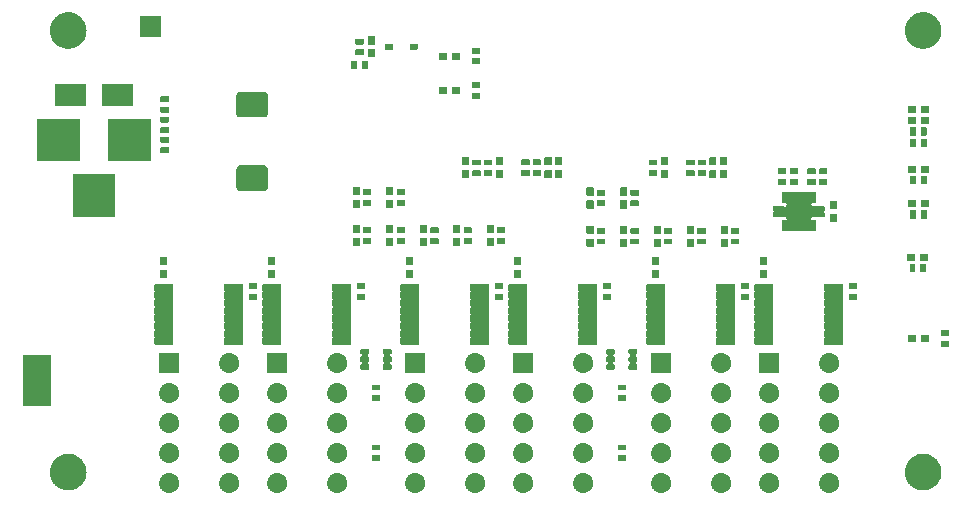
<source format=gbr>
G04 #@! TF.GenerationSoftware,KiCad,Pcbnew,8.0.1-rc1*
G04 #@! TF.CreationDate,2024-04-28T10:37:14-05:00*
G04 #@! TF.ProjectId,Stopwatch,53746f70-7761-4746-9368-2e6b69636164,rev?*
G04 #@! TF.SameCoordinates,Original*
G04 #@! TF.FileFunction,Soldermask,Bot*
G04 #@! TF.FilePolarity,Negative*
%FSLAX46Y46*%
G04 Gerber Fmt 4.6, Leading zero omitted, Abs format (unit mm)*
G04 Created by KiCad (PCBNEW 8.0.1-rc1) date 2024-04-28 10:37:14*
%MOMM*%
%LPD*%
G01*
G04 APERTURE LIST*
G04 APERTURE END LIST*
G36*
X97894599Y-122506462D02*
G01*
X97942354Y-122506462D01*
X97983594Y-122515227D01*
X98019301Y-122518745D01*
X98064159Y-122532352D01*
X98116373Y-122543451D01*
X98149784Y-122558326D01*
X98178835Y-122567139D01*
X98225002Y-122591815D01*
X98278900Y-122615812D01*
X98303954Y-122634015D01*
X98325853Y-122645720D01*
X98370528Y-122682384D01*
X98422830Y-122720384D01*
X98439811Y-122739243D01*
X98454720Y-122751479D01*
X98494787Y-122800301D01*
X98541873Y-122852595D01*
X98551764Y-122869727D01*
X98560479Y-122880346D01*
X98592706Y-122940640D01*
X98630827Y-123006667D01*
X98635213Y-123020168D01*
X98639060Y-123027364D01*
X98660261Y-123097255D01*
X98685804Y-123175867D01*
X98686703Y-123184423D01*
X98687454Y-123186898D01*
X98694771Y-123261189D01*
X98704400Y-123352800D01*
X98694770Y-123444419D01*
X98687454Y-123518701D01*
X98686703Y-123521175D01*
X98685804Y-123529733D01*
X98660256Y-123608358D01*
X98639060Y-123678235D01*
X98635214Y-123685429D01*
X98630827Y-123698933D01*
X98592699Y-123764972D01*
X98560479Y-123825253D01*
X98551766Y-123835869D01*
X98541873Y-123853005D01*
X98494778Y-123905309D01*
X98454720Y-123954120D01*
X98439814Y-123966352D01*
X98422830Y-123985216D01*
X98370518Y-124023223D01*
X98325853Y-124059879D01*
X98303959Y-124071580D01*
X98278900Y-124089788D01*
X98224991Y-124113789D01*
X98178835Y-124138460D01*
X98149791Y-124147270D01*
X98116373Y-124162149D01*
X98064148Y-124173249D01*
X98019301Y-124186854D01*
X97983603Y-124190370D01*
X97942354Y-124199138D01*
X97894588Y-124199138D01*
X97853400Y-124203195D01*
X97812211Y-124199138D01*
X97764446Y-124199138D01*
X97723197Y-124190370D01*
X97687498Y-124186854D01*
X97642648Y-124173248D01*
X97590427Y-124162149D01*
X97557010Y-124147271D01*
X97527964Y-124138460D01*
X97481802Y-124113786D01*
X97427900Y-124089788D01*
X97402843Y-124071583D01*
X97380946Y-124059879D01*
X97336273Y-124023216D01*
X97283970Y-123985216D01*
X97266988Y-123966355D01*
X97252079Y-123954120D01*
X97212010Y-123905296D01*
X97164927Y-123853005D01*
X97155036Y-123835873D01*
X97146320Y-123825253D01*
X97114087Y-123764948D01*
X97075973Y-123698933D01*
X97071586Y-123685434D01*
X97067739Y-123678235D01*
X97046528Y-123608312D01*
X97020996Y-123529733D01*
X97020097Y-123521180D01*
X97019345Y-123518701D01*
X97012013Y-123444267D01*
X97002400Y-123352800D01*
X97012012Y-123261340D01*
X97019345Y-123186898D01*
X97020097Y-123184418D01*
X97020996Y-123175867D01*
X97046523Y-123097302D01*
X97067739Y-123027364D01*
X97071587Y-123020163D01*
X97075973Y-123006667D01*
X97114080Y-122940663D01*
X97146320Y-122880346D01*
X97155038Y-122869723D01*
X97164927Y-122852595D01*
X97212001Y-122800313D01*
X97252079Y-122751479D01*
X97266991Y-122739240D01*
X97283970Y-122720384D01*
X97336262Y-122682391D01*
X97380946Y-122645720D01*
X97402848Y-122634013D01*
X97427900Y-122615812D01*
X97481791Y-122591818D01*
X97527964Y-122567139D01*
X97557017Y-122558325D01*
X97590427Y-122543451D01*
X97642637Y-122532353D01*
X97687498Y-122518745D01*
X97723206Y-122515227D01*
X97764446Y-122506462D01*
X97812201Y-122506462D01*
X97853400Y-122502404D01*
X97894599Y-122506462D01*
G37*
G36*
X102974599Y-122506462D02*
G01*
X103022354Y-122506462D01*
X103063594Y-122515227D01*
X103099301Y-122518745D01*
X103144159Y-122532352D01*
X103196373Y-122543451D01*
X103229784Y-122558326D01*
X103258835Y-122567139D01*
X103305002Y-122591815D01*
X103358900Y-122615812D01*
X103383954Y-122634015D01*
X103405853Y-122645720D01*
X103450528Y-122682384D01*
X103502830Y-122720384D01*
X103519811Y-122739243D01*
X103534720Y-122751479D01*
X103574787Y-122800301D01*
X103621873Y-122852595D01*
X103631764Y-122869727D01*
X103640479Y-122880346D01*
X103672706Y-122940640D01*
X103710827Y-123006667D01*
X103715213Y-123020168D01*
X103719060Y-123027364D01*
X103740261Y-123097255D01*
X103765804Y-123175867D01*
X103766703Y-123184423D01*
X103767454Y-123186898D01*
X103774771Y-123261189D01*
X103784400Y-123352800D01*
X103774770Y-123444419D01*
X103767454Y-123518701D01*
X103766703Y-123521175D01*
X103765804Y-123529733D01*
X103740256Y-123608358D01*
X103719060Y-123678235D01*
X103715214Y-123685429D01*
X103710827Y-123698933D01*
X103672699Y-123764972D01*
X103640479Y-123825253D01*
X103631766Y-123835869D01*
X103621873Y-123853005D01*
X103574778Y-123905309D01*
X103534720Y-123954120D01*
X103519814Y-123966352D01*
X103502830Y-123985216D01*
X103450518Y-124023223D01*
X103405853Y-124059879D01*
X103383959Y-124071580D01*
X103358900Y-124089788D01*
X103304991Y-124113789D01*
X103258835Y-124138460D01*
X103229791Y-124147270D01*
X103196373Y-124162149D01*
X103144148Y-124173249D01*
X103099301Y-124186854D01*
X103063603Y-124190370D01*
X103022354Y-124199138D01*
X102974588Y-124199138D01*
X102933400Y-124203195D01*
X102892211Y-124199138D01*
X102844446Y-124199138D01*
X102803197Y-124190370D01*
X102767498Y-124186854D01*
X102722648Y-124173248D01*
X102670427Y-124162149D01*
X102637010Y-124147271D01*
X102607964Y-124138460D01*
X102561802Y-124113786D01*
X102507900Y-124089788D01*
X102482843Y-124071583D01*
X102460946Y-124059879D01*
X102416273Y-124023216D01*
X102363970Y-123985216D01*
X102346988Y-123966355D01*
X102332079Y-123954120D01*
X102292010Y-123905296D01*
X102244927Y-123853005D01*
X102235036Y-123835873D01*
X102226320Y-123825253D01*
X102194087Y-123764948D01*
X102155973Y-123698933D01*
X102151586Y-123685434D01*
X102147739Y-123678235D01*
X102126528Y-123608312D01*
X102100996Y-123529733D01*
X102100097Y-123521180D01*
X102099345Y-123518701D01*
X102092013Y-123444267D01*
X102082400Y-123352800D01*
X102092012Y-123261340D01*
X102099345Y-123186898D01*
X102100097Y-123184418D01*
X102100996Y-123175867D01*
X102126523Y-123097302D01*
X102147739Y-123027364D01*
X102151587Y-123020163D01*
X102155973Y-123006667D01*
X102194080Y-122940663D01*
X102226320Y-122880346D01*
X102235038Y-122869723D01*
X102244927Y-122852595D01*
X102292001Y-122800313D01*
X102332079Y-122751479D01*
X102346991Y-122739240D01*
X102363970Y-122720384D01*
X102416262Y-122682391D01*
X102460946Y-122645720D01*
X102482848Y-122634013D01*
X102507900Y-122615812D01*
X102561791Y-122591818D01*
X102607964Y-122567139D01*
X102637017Y-122558325D01*
X102670427Y-122543451D01*
X102722637Y-122532353D01*
X102767498Y-122518745D01*
X102803206Y-122515227D01*
X102844446Y-122506462D01*
X102892201Y-122506462D01*
X102933400Y-122502404D01*
X102974599Y-122506462D01*
G37*
G36*
X107038599Y-122506462D02*
G01*
X107086354Y-122506462D01*
X107127594Y-122515227D01*
X107163301Y-122518745D01*
X107208159Y-122532352D01*
X107260373Y-122543451D01*
X107293784Y-122558326D01*
X107322835Y-122567139D01*
X107369002Y-122591815D01*
X107422900Y-122615812D01*
X107447954Y-122634015D01*
X107469853Y-122645720D01*
X107514528Y-122682384D01*
X107566830Y-122720384D01*
X107583811Y-122739243D01*
X107598720Y-122751479D01*
X107638787Y-122800301D01*
X107685873Y-122852595D01*
X107695764Y-122869727D01*
X107704479Y-122880346D01*
X107736706Y-122940640D01*
X107774827Y-123006667D01*
X107779213Y-123020168D01*
X107783060Y-123027364D01*
X107804261Y-123097255D01*
X107829804Y-123175867D01*
X107830703Y-123184423D01*
X107831454Y-123186898D01*
X107838771Y-123261189D01*
X107848400Y-123352800D01*
X107838770Y-123444419D01*
X107831454Y-123518701D01*
X107830703Y-123521175D01*
X107829804Y-123529733D01*
X107804256Y-123608358D01*
X107783060Y-123678235D01*
X107779214Y-123685429D01*
X107774827Y-123698933D01*
X107736699Y-123764972D01*
X107704479Y-123825253D01*
X107695766Y-123835869D01*
X107685873Y-123853005D01*
X107638778Y-123905309D01*
X107598720Y-123954120D01*
X107583814Y-123966352D01*
X107566830Y-123985216D01*
X107514518Y-124023223D01*
X107469853Y-124059879D01*
X107447959Y-124071580D01*
X107422900Y-124089788D01*
X107368991Y-124113789D01*
X107322835Y-124138460D01*
X107293791Y-124147270D01*
X107260373Y-124162149D01*
X107208148Y-124173249D01*
X107163301Y-124186854D01*
X107127603Y-124190370D01*
X107086354Y-124199138D01*
X107038588Y-124199138D01*
X106997400Y-124203195D01*
X106956211Y-124199138D01*
X106908446Y-124199138D01*
X106867197Y-124190370D01*
X106831498Y-124186854D01*
X106786648Y-124173248D01*
X106734427Y-124162149D01*
X106701010Y-124147271D01*
X106671964Y-124138460D01*
X106625802Y-124113786D01*
X106571900Y-124089788D01*
X106546843Y-124071583D01*
X106524946Y-124059879D01*
X106480273Y-124023216D01*
X106427970Y-123985216D01*
X106410988Y-123966355D01*
X106396079Y-123954120D01*
X106356010Y-123905296D01*
X106308927Y-123853005D01*
X106299036Y-123835873D01*
X106290320Y-123825253D01*
X106258087Y-123764948D01*
X106219973Y-123698933D01*
X106215586Y-123685434D01*
X106211739Y-123678235D01*
X106190528Y-123608312D01*
X106164996Y-123529733D01*
X106164097Y-123521180D01*
X106163345Y-123518701D01*
X106156013Y-123444267D01*
X106146400Y-123352800D01*
X106156012Y-123261340D01*
X106163345Y-123186898D01*
X106164097Y-123184418D01*
X106164996Y-123175867D01*
X106190523Y-123097302D01*
X106211739Y-123027364D01*
X106215587Y-123020163D01*
X106219973Y-123006667D01*
X106258080Y-122940663D01*
X106290320Y-122880346D01*
X106299038Y-122869723D01*
X106308927Y-122852595D01*
X106356001Y-122800313D01*
X106396079Y-122751479D01*
X106410991Y-122739240D01*
X106427970Y-122720384D01*
X106480262Y-122682391D01*
X106524946Y-122645720D01*
X106546848Y-122634013D01*
X106571900Y-122615812D01*
X106625791Y-122591818D01*
X106671964Y-122567139D01*
X106701017Y-122558325D01*
X106734427Y-122543451D01*
X106786637Y-122532353D01*
X106831498Y-122518745D01*
X106867206Y-122515227D01*
X106908446Y-122506462D01*
X106956201Y-122506462D01*
X106997400Y-122502404D01*
X107038599Y-122506462D01*
G37*
G36*
X112118599Y-122506462D02*
G01*
X112166354Y-122506462D01*
X112207594Y-122515227D01*
X112243301Y-122518745D01*
X112288159Y-122532352D01*
X112340373Y-122543451D01*
X112373784Y-122558326D01*
X112402835Y-122567139D01*
X112449002Y-122591815D01*
X112502900Y-122615812D01*
X112527954Y-122634015D01*
X112549853Y-122645720D01*
X112594528Y-122682384D01*
X112646830Y-122720384D01*
X112663811Y-122739243D01*
X112678720Y-122751479D01*
X112718787Y-122800301D01*
X112765873Y-122852595D01*
X112775764Y-122869727D01*
X112784479Y-122880346D01*
X112816706Y-122940640D01*
X112854827Y-123006667D01*
X112859213Y-123020168D01*
X112863060Y-123027364D01*
X112884261Y-123097255D01*
X112909804Y-123175867D01*
X112910703Y-123184423D01*
X112911454Y-123186898D01*
X112918771Y-123261189D01*
X112928400Y-123352800D01*
X112918770Y-123444419D01*
X112911454Y-123518701D01*
X112910703Y-123521175D01*
X112909804Y-123529733D01*
X112884256Y-123608358D01*
X112863060Y-123678235D01*
X112859214Y-123685429D01*
X112854827Y-123698933D01*
X112816699Y-123764972D01*
X112784479Y-123825253D01*
X112775766Y-123835869D01*
X112765873Y-123853005D01*
X112718778Y-123905309D01*
X112678720Y-123954120D01*
X112663814Y-123966352D01*
X112646830Y-123985216D01*
X112594518Y-124023223D01*
X112549853Y-124059879D01*
X112527959Y-124071580D01*
X112502900Y-124089788D01*
X112448991Y-124113789D01*
X112402835Y-124138460D01*
X112373791Y-124147270D01*
X112340373Y-124162149D01*
X112288148Y-124173249D01*
X112243301Y-124186854D01*
X112207603Y-124190370D01*
X112166354Y-124199138D01*
X112118588Y-124199138D01*
X112077400Y-124203195D01*
X112036211Y-124199138D01*
X111988446Y-124199138D01*
X111947197Y-124190370D01*
X111911498Y-124186854D01*
X111866648Y-124173248D01*
X111814427Y-124162149D01*
X111781010Y-124147271D01*
X111751964Y-124138460D01*
X111705802Y-124113786D01*
X111651900Y-124089788D01*
X111626843Y-124071583D01*
X111604946Y-124059879D01*
X111560273Y-124023216D01*
X111507970Y-123985216D01*
X111490988Y-123966355D01*
X111476079Y-123954120D01*
X111436010Y-123905296D01*
X111388927Y-123853005D01*
X111379036Y-123835873D01*
X111370320Y-123825253D01*
X111338087Y-123764948D01*
X111299973Y-123698933D01*
X111295586Y-123685434D01*
X111291739Y-123678235D01*
X111270528Y-123608312D01*
X111244996Y-123529733D01*
X111244097Y-123521180D01*
X111243345Y-123518701D01*
X111236013Y-123444267D01*
X111226400Y-123352800D01*
X111236012Y-123261340D01*
X111243345Y-123186898D01*
X111244097Y-123184418D01*
X111244996Y-123175867D01*
X111270523Y-123097302D01*
X111291739Y-123027364D01*
X111295587Y-123020163D01*
X111299973Y-123006667D01*
X111338080Y-122940663D01*
X111370320Y-122880346D01*
X111379038Y-122869723D01*
X111388927Y-122852595D01*
X111436001Y-122800313D01*
X111476079Y-122751479D01*
X111490991Y-122739240D01*
X111507970Y-122720384D01*
X111560262Y-122682391D01*
X111604946Y-122645720D01*
X111626848Y-122634013D01*
X111651900Y-122615812D01*
X111705791Y-122591818D01*
X111751964Y-122567139D01*
X111781017Y-122558325D01*
X111814427Y-122543451D01*
X111866637Y-122532353D01*
X111911498Y-122518745D01*
X111947206Y-122515227D01*
X111988446Y-122506462D01*
X112036201Y-122506462D01*
X112077400Y-122502404D01*
X112118599Y-122506462D01*
G37*
G36*
X118722599Y-122506462D02*
G01*
X118770354Y-122506462D01*
X118811594Y-122515227D01*
X118847301Y-122518745D01*
X118892159Y-122532352D01*
X118944373Y-122543451D01*
X118977784Y-122558326D01*
X119006835Y-122567139D01*
X119053002Y-122591815D01*
X119106900Y-122615812D01*
X119131954Y-122634015D01*
X119153853Y-122645720D01*
X119198528Y-122682384D01*
X119250830Y-122720384D01*
X119267811Y-122739243D01*
X119282720Y-122751479D01*
X119322787Y-122800301D01*
X119369873Y-122852595D01*
X119379764Y-122869727D01*
X119388479Y-122880346D01*
X119420706Y-122940640D01*
X119458827Y-123006667D01*
X119463213Y-123020168D01*
X119467060Y-123027364D01*
X119488261Y-123097255D01*
X119513804Y-123175867D01*
X119514703Y-123184423D01*
X119515454Y-123186898D01*
X119522771Y-123261189D01*
X119532400Y-123352800D01*
X119522770Y-123444419D01*
X119515454Y-123518701D01*
X119514703Y-123521175D01*
X119513804Y-123529733D01*
X119488256Y-123608358D01*
X119467060Y-123678235D01*
X119463214Y-123685429D01*
X119458827Y-123698933D01*
X119420699Y-123764972D01*
X119388479Y-123825253D01*
X119379766Y-123835869D01*
X119369873Y-123853005D01*
X119322778Y-123905309D01*
X119282720Y-123954120D01*
X119267814Y-123966352D01*
X119250830Y-123985216D01*
X119198518Y-124023223D01*
X119153853Y-124059879D01*
X119131959Y-124071580D01*
X119106900Y-124089788D01*
X119052991Y-124113789D01*
X119006835Y-124138460D01*
X118977791Y-124147270D01*
X118944373Y-124162149D01*
X118892148Y-124173249D01*
X118847301Y-124186854D01*
X118811603Y-124190370D01*
X118770354Y-124199138D01*
X118722588Y-124199138D01*
X118681400Y-124203195D01*
X118640211Y-124199138D01*
X118592446Y-124199138D01*
X118551197Y-124190370D01*
X118515498Y-124186854D01*
X118470648Y-124173248D01*
X118418427Y-124162149D01*
X118385010Y-124147271D01*
X118355964Y-124138460D01*
X118309802Y-124113786D01*
X118255900Y-124089788D01*
X118230843Y-124071583D01*
X118208946Y-124059879D01*
X118164273Y-124023216D01*
X118111970Y-123985216D01*
X118094988Y-123966355D01*
X118080079Y-123954120D01*
X118040010Y-123905296D01*
X117992927Y-123853005D01*
X117983036Y-123835873D01*
X117974320Y-123825253D01*
X117942087Y-123764948D01*
X117903973Y-123698933D01*
X117899586Y-123685434D01*
X117895739Y-123678235D01*
X117874528Y-123608312D01*
X117848996Y-123529733D01*
X117848097Y-123521180D01*
X117847345Y-123518701D01*
X117840013Y-123444267D01*
X117830400Y-123352800D01*
X117840012Y-123261340D01*
X117847345Y-123186898D01*
X117848097Y-123184418D01*
X117848996Y-123175867D01*
X117874523Y-123097302D01*
X117895739Y-123027364D01*
X117899587Y-123020163D01*
X117903973Y-123006667D01*
X117942080Y-122940663D01*
X117974320Y-122880346D01*
X117983038Y-122869723D01*
X117992927Y-122852595D01*
X118040001Y-122800313D01*
X118080079Y-122751479D01*
X118094991Y-122739240D01*
X118111970Y-122720384D01*
X118164262Y-122682391D01*
X118208946Y-122645720D01*
X118230848Y-122634013D01*
X118255900Y-122615812D01*
X118309791Y-122591818D01*
X118355964Y-122567139D01*
X118385017Y-122558325D01*
X118418427Y-122543451D01*
X118470637Y-122532353D01*
X118515498Y-122518745D01*
X118551206Y-122515227D01*
X118592446Y-122506462D01*
X118640201Y-122506462D01*
X118681400Y-122502404D01*
X118722599Y-122506462D01*
G37*
G36*
X123802599Y-122506462D02*
G01*
X123850354Y-122506462D01*
X123891594Y-122515227D01*
X123927301Y-122518745D01*
X123972159Y-122532352D01*
X124024373Y-122543451D01*
X124057784Y-122558326D01*
X124086835Y-122567139D01*
X124133002Y-122591815D01*
X124186900Y-122615812D01*
X124211954Y-122634015D01*
X124233853Y-122645720D01*
X124278528Y-122682384D01*
X124330830Y-122720384D01*
X124347811Y-122739243D01*
X124362720Y-122751479D01*
X124402787Y-122800301D01*
X124449873Y-122852595D01*
X124459764Y-122869727D01*
X124468479Y-122880346D01*
X124500706Y-122940640D01*
X124538827Y-123006667D01*
X124543213Y-123020168D01*
X124547060Y-123027364D01*
X124568261Y-123097255D01*
X124593804Y-123175867D01*
X124594703Y-123184423D01*
X124595454Y-123186898D01*
X124602771Y-123261189D01*
X124612400Y-123352800D01*
X124602770Y-123444419D01*
X124595454Y-123518701D01*
X124594703Y-123521175D01*
X124593804Y-123529733D01*
X124568256Y-123608358D01*
X124547060Y-123678235D01*
X124543214Y-123685429D01*
X124538827Y-123698933D01*
X124500699Y-123764972D01*
X124468479Y-123825253D01*
X124459766Y-123835869D01*
X124449873Y-123853005D01*
X124402778Y-123905309D01*
X124362720Y-123954120D01*
X124347814Y-123966352D01*
X124330830Y-123985216D01*
X124278518Y-124023223D01*
X124233853Y-124059879D01*
X124211959Y-124071580D01*
X124186900Y-124089788D01*
X124132991Y-124113789D01*
X124086835Y-124138460D01*
X124057791Y-124147270D01*
X124024373Y-124162149D01*
X123972148Y-124173249D01*
X123927301Y-124186854D01*
X123891603Y-124190370D01*
X123850354Y-124199138D01*
X123802588Y-124199138D01*
X123761400Y-124203195D01*
X123720211Y-124199138D01*
X123672446Y-124199138D01*
X123631197Y-124190370D01*
X123595498Y-124186854D01*
X123550648Y-124173248D01*
X123498427Y-124162149D01*
X123465010Y-124147271D01*
X123435964Y-124138460D01*
X123389802Y-124113786D01*
X123335900Y-124089788D01*
X123310843Y-124071583D01*
X123288946Y-124059879D01*
X123244273Y-124023216D01*
X123191970Y-123985216D01*
X123174988Y-123966355D01*
X123160079Y-123954120D01*
X123120010Y-123905296D01*
X123072927Y-123853005D01*
X123063036Y-123835873D01*
X123054320Y-123825253D01*
X123022087Y-123764948D01*
X122983973Y-123698933D01*
X122979586Y-123685434D01*
X122975739Y-123678235D01*
X122954528Y-123608312D01*
X122928996Y-123529733D01*
X122928097Y-123521180D01*
X122927345Y-123518701D01*
X122920013Y-123444267D01*
X122910400Y-123352800D01*
X122920012Y-123261340D01*
X122927345Y-123186898D01*
X122928097Y-123184418D01*
X122928996Y-123175867D01*
X122954523Y-123097302D01*
X122975739Y-123027364D01*
X122979587Y-123020163D01*
X122983973Y-123006667D01*
X123022080Y-122940663D01*
X123054320Y-122880346D01*
X123063038Y-122869723D01*
X123072927Y-122852595D01*
X123120001Y-122800313D01*
X123160079Y-122751479D01*
X123174991Y-122739240D01*
X123191970Y-122720384D01*
X123244262Y-122682391D01*
X123288946Y-122645720D01*
X123310848Y-122634013D01*
X123335900Y-122615812D01*
X123389791Y-122591818D01*
X123435964Y-122567139D01*
X123465017Y-122558325D01*
X123498427Y-122543451D01*
X123550637Y-122532353D01*
X123595498Y-122518745D01*
X123631206Y-122515227D01*
X123672446Y-122506462D01*
X123720201Y-122506462D01*
X123761400Y-122502404D01*
X123802599Y-122506462D01*
G37*
G36*
X127866599Y-122506462D02*
G01*
X127914354Y-122506462D01*
X127955594Y-122515227D01*
X127991301Y-122518745D01*
X128036159Y-122532352D01*
X128088373Y-122543451D01*
X128121784Y-122558326D01*
X128150835Y-122567139D01*
X128197002Y-122591815D01*
X128250900Y-122615812D01*
X128275954Y-122634015D01*
X128297853Y-122645720D01*
X128342528Y-122682384D01*
X128394830Y-122720384D01*
X128411811Y-122739243D01*
X128426720Y-122751479D01*
X128466787Y-122800301D01*
X128513873Y-122852595D01*
X128523764Y-122869727D01*
X128532479Y-122880346D01*
X128564706Y-122940640D01*
X128602827Y-123006667D01*
X128607213Y-123020168D01*
X128611060Y-123027364D01*
X128632261Y-123097255D01*
X128657804Y-123175867D01*
X128658703Y-123184423D01*
X128659454Y-123186898D01*
X128666771Y-123261189D01*
X128676400Y-123352800D01*
X128666770Y-123444419D01*
X128659454Y-123518701D01*
X128658703Y-123521175D01*
X128657804Y-123529733D01*
X128632256Y-123608358D01*
X128611060Y-123678235D01*
X128607214Y-123685429D01*
X128602827Y-123698933D01*
X128564699Y-123764972D01*
X128532479Y-123825253D01*
X128523766Y-123835869D01*
X128513873Y-123853005D01*
X128466778Y-123905309D01*
X128426720Y-123954120D01*
X128411814Y-123966352D01*
X128394830Y-123985216D01*
X128342518Y-124023223D01*
X128297853Y-124059879D01*
X128275959Y-124071580D01*
X128250900Y-124089788D01*
X128196991Y-124113789D01*
X128150835Y-124138460D01*
X128121791Y-124147270D01*
X128088373Y-124162149D01*
X128036148Y-124173249D01*
X127991301Y-124186854D01*
X127955603Y-124190370D01*
X127914354Y-124199138D01*
X127866588Y-124199138D01*
X127825400Y-124203195D01*
X127784211Y-124199138D01*
X127736446Y-124199138D01*
X127695197Y-124190370D01*
X127659498Y-124186854D01*
X127614648Y-124173248D01*
X127562427Y-124162149D01*
X127529010Y-124147271D01*
X127499964Y-124138460D01*
X127453802Y-124113786D01*
X127399900Y-124089788D01*
X127374843Y-124071583D01*
X127352946Y-124059879D01*
X127308273Y-124023216D01*
X127255970Y-123985216D01*
X127238988Y-123966355D01*
X127224079Y-123954120D01*
X127184010Y-123905296D01*
X127136927Y-123853005D01*
X127127036Y-123835873D01*
X127118320Y-123825253D01*
X127086087Y-123764948D01*
X127047973Y-123698933D01*
X127043586Y-123685434D01*
X127039739Y-123678235D01*
X127018528Y-123608312D01*
X126992996Y-123529733D01*
X126992097Y-123521180D01*
X126991345Y-123518701D01*
X126984013Y-123444267D01*
X126974400Y-123352800D01*
X126984012Y-123261340D01*
X126991345Y-123186898D01*
X126992097Y-123184418D01*
X126992996Y-123175867D01*
X127018523Y-123097302D01*
X127039739Y-123027364D01*
X127043587Y-123020163D01*
X127047973Y-123006667D01*
X127086080Y-122940663D01*
X127118320Y-122880346D01*
X127127038Y-122869723D01*
X127136927Y-122852595D01*
X127184001Y-122800313D01*
X127224079Y-122751479D01*
X127238991Y-122739240D01*
X127255970Y-122720384D01*
X127308262Y-122682391D01*
X127352946Y-122645720D01*
X127374848Y-122634013D01*
X127399900Y-122615812D01*
X127453791Y-122591818D01*
X127499964Y-122567139D01*
X127529017Y-122558325D01*
X127562427Y-122543451D01*
X127614637Y-122532353D01*
X127659498Y-122518745D01*
X127695206Y-122515227D01*
X127736446Y-122506462D01*
X127784201Y-122506462D01*
X127825400Y-122502404D01*
X127866599Y-122506462D01*
G37*
G36*
X132946599Y-122506462D02*
G01*
X132994354Y-122506462D01*
X133035594Y-122515227D01*
X133071301Y-122518745D01*
X133116159Y-122532352D01*
X133168373Y-122543451D01*
X133201784Y-122558326D01*
X133230835Y-122567139D01*
X133277002Y-122591815D01*
X133330900Y-122615812D01*
X133355954Y-122634015D01*
X133377853Y-122645720D01*
X133422528Y-122682384D01*
X133474830Y-122720384D01*
X133491811Y-122739243D01*
X133506720Y-122751479D01*
X133546787Y-122800301D01*
X133593873Y-122852595D01*
X133603764Y-122869727D01*
X133612479Y-122880346D01*
X133644706Y-122940640D01*
X133682827Y-123006667D01*
X133687213Y-123020168D01*
X133691060Y-123027364D01*
X133712261Y-123097255D01*
X133737804Y-123175867D01*
X133738703Y-123184423D01*
X133739454Y-123186898D01*
X133746771Y-123261189D01*
X133756400Y-123352800D01*
X133746770Y-123444419D01*
X133739454Y-123518701D01*
X133738703Y-123521175D01*
X133737804Y-123529733D01*
X133712256Y-123608358D01*
X133691060Y-123678235D01*
X133687214Y-123685429D01*
X133682827Y-123698933D01*
X133644699Y-123764972D01*
X133612479Y-123825253D01*
X133603766Y-123835869D01*
X133593873Y-123853005D01*
X133546778Y-123905309D01*
X133506720Y-123954120D01*
X133491814Y-123966352D01*
X133474830Y-123985216D01*
X133422518Y-124023223D01*
X133377853Y-124059879D01*
X133355959Y-124071580D01*
X133330900Y-124089788D01*
X133276991Y-124113789D01*
X133230835Y-124138460D01*
X133201791Y-124147270D01*
X133168373Y-124162149D01*
X133116148Y-124173249D01*
X133071301Y-124186854D01*
X133035603Y-124190370D01*
X132994354Y-124199138D01*
X132946588Y-124199138D01*
X132905400Y-124203195D01*
X132864211Y-124199138D01*
X132816446Y-124199138D01*
X132775197Y-124190370D01*
X132739498Y-124186854D01*
X132694648Y-124173248D01*
X132642427Y-124162149D01*
X132609010Y-124147271D01*
X132579964Y-124138460D01*
X132533802Y-124113786D01*
X132479900Y-124089788D01*
X132454843Y-124071583D01*
X132432946Y-124059879D01*
X132388273Y-124023216D01*
X132335970Y-123985216D01*
X132318988Y-123966355D01*
X132304079Y-123954120D01*
X132264010Y-123905296D01*
X132216927Y-123853005D01*
X132207036Y-123835873D01*
X132198320Y-123825253D01*
X132166087Y-123764948D01*
X132127973Y-123698933D01*
X132123586Y-123685434D01*
X132119739Y-123678235D01*
X132098528Y-123608312D01*
X132072996Y-123529733D01*
X132072097Y-123521180D01*
X132071345Y-123518701D01*
X132064013Y-123444267D01*
X132054400Y-123352800D01*
X132064012Y-123261340D01*
X132071345Y-123186898D01*
X132072097Y-123184418D01*
X132072996Y-123175867D01*
X132098523Y-123097302D01*
X132119739Y-123027364D01*
X132123587Y-123020163D01*
X132127973Y-123006667D01*
X132166080Y-122940663D01*
X132198320Y-122880346D01*
X132207038Y-122869723D01*
X132216927Y-122852595D01*
X132264001Y-122800313D01*
X132304079Y-122751479D01*
X132318991Y-122739240D01*
X132335970Y-122720384D01*
X132388262Y-122682391D01*
X132432946Y-122645720D01*
X132454848Y-122634013D01*
X132479900Y-122615812D01*
X132533791Y-122591818D01*
X132579964Y-122567139D01*
X132609017Y-122558325D01*
X132642427Y-122543451D01*
X132694637Y-122532353D01*
X132739498Y-122518745D01*
X132775206Y-122515227D01*
X132816446Y-122506462D01*
X132864201Y-122506462D01*
X132905400Y-122502404D01*
X132946599Y-122506462D01*
G37*
G36*
X139550599Y-122506462D02*
G01*
X139598354Y-122506462D01*
X139639594Y-122515227D01*
X139675301Y-122518745D01*
X139720159Y-122532352D01*
X139772373Y-122543451D01*
X139805784Y-122558326D01*
X139834835Y-122567139D01*
X139881002Y-122591815D01*
X139934900Y-122615812D01*
X139959954Y-122634015D01*
X139981853Y-122645720D01*
X140026528Y-122682384D01*
X140078830Y-122720384D01*
X140095811Y-122739243D01*
X140110720Y-122751479D01*
X140150787Y-122800301D01*
X140197873Y-122852595D01*
X140207764Y-122869727D01*
X140216479Y-122880346D01*
X140248706Y-122940640D01*
X140286827Y-123006667D01*
X140291213Y-123020168D01*
X140295060Y-123027364D01*
X140316261Y-123097255D01*
X140341804Y-123175867D01*
X140342703Y-123184423D01*
X140343454Y-123186898D01*
X140350771Y-123261189D01*
X140360400Y-123352800D01*
X140350770Y-123444419D01*
X140343454Y-123518701D01*
X140342703Y-123521175D01*
X140341804Y-123529733D01*
X140316256Y-123608358D01*
X140295060Y-123678235D01*
X140291214Y-123685429D01*
X140286827Y-123698933D01*
X140248699Y-123764972D01*
X140216479Y-123825253D01*
X140207766Y-123835869D01*
X140197873Y-123853005D01*
X140150778Y-123905309D01*
X140110720Y-123954120D01*
X140095814Y-123966352D01*
X140078830Y-123985216D01*
X140026518Y-124023223D01*
X139981853Y-124059879D01*
X139959959Y-124071580D01*
X139934900Y-124089788D01*
X139880991Y-124113789D01*
X139834835Y-124138460D01*
X139805791Y-124147270D01*
X139772373Y-124162149D01*
X139720148Y-124173249D01*
X139675301Y-124186854D01*
X139639603Y-124190370D01*
X139598354Y-124199138D01*
X139550588Y-124199138D01*
X139509400Y-124203195D01*
X139468211Y-124199138D01*
X139420446Y-124199138D01*
X139379197Y-124190370D01*
X139343498Y-124186854D01*
X139298648Y-124173248D01*
X139246427Y-124162149D01*
X139213010Y-124147271D01*
X139183964Y-124138460D01*
X139137802Y-124113786D01*
X139083900Y-124089788D01*
X139058843Y-124071583D01*
X139036946Y-124059879D01*
X138992273Y-124023216D01*
X138939970Y-123985216D01*
X138922988Y-123966355D01*
X138908079Y-123954120D01*
X138868010Y-123905296D01*
X138820927Y-123853005D01*
X138811036Y-123835873D01*
X138802320Y-123825253D01*
X138770087Y-123764948D01*
X138731973Y-123698933D01*
X138727586Y-123685434D01*
X138723739Y-123678235D01*
X138702528Y-123608312D01*
X138676996Y-123529733D01*
X138676097Y-123521180D01*
X138675345Y-123518701D01*
X138668013Y-123444267D01*
X138658400Y-123352800D01*
X138668012Y-123261340D01*
X138675345Y-123186898D01*
X138676097Y-123184418D01*
X138676996Y-123175867D01*
X138702523Y-123097302D01*
X138723739Y-123027364D01*
X138727587Y-123020163D01*
X138731973Y-123006667D01*
X138770080Y-122940663D01*
X138802320Y-122880346D01*
X138811038Y-122869723D01*
X138820927Y-122852595D01*
X138868001Y-122800313D01*
X138908079Y-122751479D01*
X138922991Y-122739240D01*
X138939970Y-122720384D01*
X138992262Y-122682391D01*
X139036946Y-122645720D01*
X139058848Y-122634013D01*
X139083900Y-122615812D01*
X139137791Y-122591818D01*
X139183964Y-122567139D01*
X139213017Y-122558325D01*
X139246427Y-122543451D01*
X139298637Y-122532353D01*
X139343498Y-122518745D01*
X139379206Y-122515227D01*
X139420446Y-122506462D01*
X139468201Y-122506462D01*
X139509400Y-122502404D01*
X139550599Y-122506462D01*
G37*
G36*
X144630599Y-122506462D02*
G01*
X144678354Y-122506462D01*
X144719594Y-122515227D01*
X144755301Y-122518745D01*
X144800159Y-122532352D01*
X144852373Y-122543451D01*
X144885784Y-122558326D01*
X144914835Y-122567139D01*
X144961002Y-122591815D01*
X145014900Y-122615812D01*
X145039954Y-122634015D01*
X145061853Y-122645720D01*
X145106528Y-122682384D01*
X145158830Y-122720384D01*
X145175811Y-122739243D01*
X145190720Y-122751479D01*
X145230787Y-122800301D01*
X145277873Y-122852595D01*
X145287764Y-122869727D01*
X145296479Y-122880346D01*
X145328706Y-122940640D01*
X145366827Y-123006667D01*
X145371213Y-123020168D01*
X145375060Y-123027364D01*
X145396261Y-123097255D01*
X145421804Y-123175867D01*
X145422703Y-123184423D01*
X145423454Y-123186898D01*
X145430771Y-123261189D01*
X145440400Y-123352800D01*
X145430770Y-123444419D01*
X145423454Y-123518701D01*
X145422703Y-123521175D01*
X145421804Y-123529733D01*
X145396256Y-123608358D01*
X145375060Y-123678235D01*
X145371214Y-123685429D01*
X145366827Y-123698933D01*
X145328699Y-123764972D01*
X145296479Y-123825253D01*
X145287766Y-123835869D01*
X145277873Y-123853005D01*
X145230778Y-123905309D01*
X145190720Y-123954120D01*
X145175814Y-123966352D01*
X145158830Y-123985216D01*
X145106518Y-124023223D01*
X145061853Y-124059879D01*
X145039959Y-124071580D01*
X145014900Y-124089788D01*
X144960991Y-124113789D01*
X144914835Y-124138460D01*
X144885791Y-124147270D01*
X144852373Y-124162149D01*
X144800148Y-124173249D01*
X144755301Y-124186854D01*
X144719603Y-124190370D01*
X144678354Y-124199138D01*
X144630588Y-124199138D01*
X144589400Y-124203195D01*
X144548211Y-124199138D01*
X144500446Y-124199138D01*
X144459197Y-124190370D01*
X144423498Y-124186854D01*
X144378648Y-124173248D01*
X144326427Y-124162149D01*
X144293010Y-124147271D01*
X144263964Y-124138460D01*
X144217802Y-124113786D01*
X144163900Y-124089788D01*
X144138843Y-124071583D01*
X144116946Y-124059879D01*
X144072273Y-124023216D01*
X144019970Y-123985216D01*
X144002988Y-123966355D01*
X143988079Y-123954120D01*
X143948010Y-123905296D01*
X143900927Y-123853005D01*
X143891036Y-123835873D01*
X143882320Y-123825253D01*
X143850087Y-123764948D01*
X143811973Y-123698933D01*
X143807586Y-123685434D01*
X143803739Y-123678235D01*
X143782528Y-123608312D01*
X143756996Y-123529733D01*
X143756097Y-123521180D01*
X143755345Y-123518701D01*
X143748013Y-123444267D01*
X143738400Y-123352800D01*
X143748012Y-123261340D01*
X143755345Y-123186898D01*
X143756097Y-123184418D01*
X143756996Y-123175867D01*
X143782523Y-123097302D01*
X143803739Y-123027364D01*
X143807587Y-123020163D01*
X143811973Y-123006667D01*
X143850080Y-122940663D01*
X143882320Y-122880346D01*
X143891038Y-122869723D01*
X143900927Y-122852595D01*
X143948001Y-122800313D01*
X143988079Y-122751479D01*
X144002991Y-122739240D01*
X144019970Y-122720384D01*
X144072262Y-122682391D01*
X144116946Y-122645720D01*
X144138848Y-122634013D01*
X144163900Y-122615812D01*
X144217791Y-122591818D01*
X144263964Y-122567139D01*
X144293017Y-122558325D01*
X144326427Y-122543451D01*
X144378637Y-122532353D01*
X144423498Y-122518745D01*
X144459206Y-122515227D01*
X144500446Y-122506462D01*
X144548201Y-122506462D01*
X144589400Y-122502404D01*
X144630599Y-122506462D01*
G37*
G36*
X148694599Y-122506462D02*
G01*
X148742354Y-122506462D01*
X148783594Y-122515227D01*
X148819301Y-122518745D01*
X148864159Y-122532352D01*
X148916373Y-122543451D01*
X148949784Y-122558326D01*
X148978835Y-122567139D01*
X149025002Y-122591815D01*
X149078900Y-122615812D01*
X149103954Y-122634015D01*
X149125853Y-122645720D01*
X149170528Y-122682384D01*
X149222830Y-122720384D01*
X149239811Y-122739243D01*
X149254720Y-122751479D01*
X149294787Y-122800301D01*
X149341873Y-122852595D01*
X149351764Y-122869727D01*
X149360479Y-122880346D01*
X149392706Y-122940640D01*
X149430827Y-123006667D01*
X149435213Y-123020168D01*
X149439060Y-123027364D01*
X149460261Y-123097255D01*
X149485804Y-123175867D01*
X149486703Y-123184423D01*
X149487454Y-123186898D01*
X149494771Y-123261189D01*
X149504400Y-123352800D01*
X149494770Y-123444419D01*
X149487454Y-123518701D01*
X149486703Y-123521175D01*
X149485804Y-123529733D01*
X149460256Y-123608358D01*
X149439060Y-123678235D01*
X149435214Y-123685429D01*
X149430827Y-123698933D01*
X149392699Y-123764972D01*
X149360479Y-123825253D01*
X149351766Y-123835869D01*
X149341873Y-123853005D01*
X149294778Y-123905309D01*
X149254720Y-123954120D01*
X149239814Y-123966352D01*
X149222830Y-123985216D01*
X149170518Y-124023223D01*
X149125853Y-124059879D01*
X149103959Y-124071580D01*
X149078900Y-124089788D01*
X149024991Y-124113789D01*
X148978835Y-124138460D01*
X148949791Y-124147270D01*
X148916373Y-124162149D01*
X148864148Y-124173249D01*
X148819301Y-124186854D01*
X148783603Y-124190370D01*
X148742354Y-124199138D01*
X148694588Y-124199138D01*
X148653400Y-124203195D01*
X148612211Y-124199138D01*
X148564446Y-124199138D01*
X148523197Y-124190370D01*
X148487498Y-124186854D01*
X148442648Y-124173248D01*
X148390427Y-124162149D01*
X148357010Y-124147271D01*
X148327964Y-124138460D01*
X148281802Y-124113786D01*
X148227900Y-124089788D01*
X148202843Y-124071583D01*
X148180946Y-124059879D01*
X148136273Y-124023216D01*
X148083970Y-123985216D01*
X148066988Y-123966355D01*
X148052079Y-123954120D01*
X148012010Y-123905296D01*
X147964927Y-123853005D01*
X147955036Y-123835873D01*
X147946320Y-123825253D01*
X147914087Y-123764948D01*
X147875973Y-123698933D01*
X147871586Y-123685434D01*
X147867739Y-123678235D01*
X147846528Y-123608312D01*
X147820996Y-123529733D01*
X147820097Y-123521180D01*
X147819345Y-123518701D01*
X147812013Y-123444267D01*
X147802400Y-123352800D01*
X147812012Y-123261340D01*
X147819345Y-123186898D01*
X147820097Y-123184418D01*
X147820996Y-123175867D01*
X147846523Y-123097302D01*
X147867739Y-123027364D01*
X147871587Y-123020163D01*
X147875973Y-123006667D01*
X147914080Y-122940663D01*
X147946320Y-122880346D01*
X147955038Y-122869723D01*
X147964927Y-122852595D01*
X148012001Y-122800313D01*
X148052079Y-122751479D01*
X148066991Y-122739240D01*
X148083970Y-122720384D01*
X148136262Y-122682391D01*
X148180946Y-122645720D01*
X148202848Y-122634013D01*
X148227900Y-122615812D01*
X148281791Y-122591818D01*
X148327964Y-122567139D01*
X148357017Y-122558325D01*
X148390427Y-122543451D01*
X148442637Y-122532353D01*
X148487498Y-122518745D01*
X148523206Y-122515227D01*
X148564446Y-122506462D01*
X148612201Y-122506462D01*
X148653400Y-122502404D01*
X148694599Y-122506462D01*
G37*
G36*
X153774599Y-122506462D02*
G01*
X153822354Y-122506462D01*
X153863594Y-122515227D01*
X153899301Y-122518745D01*
X153944159Y-122532352D01*
X153996373Y-122543451D01*
X154029784Y-122558326D01*
X154058835Y-122567139D01*
X154105002Y-122591815D01*
X154158900Y-122615812D01*
X154183954Y-122634015D01*
X154205853Y-122645720D01*
X154250528Y-122682384D01*
X154302830Y-122720384D01*
X154319811Y-122739243D01*
X154334720Y-122751479D01*
X154374787Y-122800301D01*
X154421873Y-122852595D01*
X154431764Y-122869727D01*
X154440479Y-122880346D01*
X154472706Y-122940640D01*
X154510827Y-123006667D01*
X154515213Y-123020168D01*
X154519060Y-123027364D01*
X154540261Y-123097255D01*
X154565804Y-123175867D01*
X154566703Y-123184423D01*
X154567454Y-123186898D01*
X154574771Y-123261189D01*
X154584400Y-123352800D01*
X154574770Y-123444419D01*
X154567454Y-123518701D01*
X154566703Y-123521175D01*
X154565804Y-123529733D01*
X154540256Y-123608358D01*
X154519060Y-123678235D01*
X154515214Y-123685429D01*
X154510827Y-123698933D01*
X154472699Y-123764972D01*
X154440479Y-123825253D01*
X154431766Y-123835869D01*
X154421873Y-123853005D01*
X154374778Y-123905309D01*
X154334720Y-123954120D01*
X154319814Y-123966352D01*
X154302830Y-123985216D01*
X154250518Y-124023223D01*
X154205853Y-124059879D01*
X154183959Y-124071580D01*
X154158900Y-124089788D01*
X154104991Y-124113789D01*
X154058835Y-124138460D01*
X154029791Y-124147270D01*
X153996373Y-124162149D01*
X153944148Y-124173249D01*
X153899301Y-124186854D01*
X153863603Y-124190370D01*
X153822354Y-124199138D01*
X153774588Y-124199138D01*
X153733400Y-124203195D01*
X153692211Y-124199138D01*
X153644446Y-124199138D01*
X153603197Y-124190370D01*
X153567498Y-124186854D01*
X153522648Y-124173248D01*
X153470427Y-124162149D01*
X153437010Y-124147271D01*
X153407964Y-124138460D01*
X153361802Y-124113786D01*
X153307900Y-124089788D01*
X153282843Y-124071583D01*
X153260946Y-124059879D01*
X153216273Y-124023216D01*
X153163970Y-123985216D01*
X153146988Y-123966355D01*
X153132079Y-123954120D01*
X153092010Y-123905296D01*
X153044927Y-123853005D01*
X153035036Y-123835873D01*
X153026320Y-123825253D01*
X152994087Y-123764948D01*
X152955973Y-123698933D01*
X152951586Y-123685434D01*
X152947739Y-123678235D01*
X152926528Y-123608312D01*
X152900996Y-123529733D01*
X152900097Y-123521180D01*
X152899345Y-123518701D01*
X152892013Y-123444267D01*
X152882400Y-123352800D01*
X152892012Y-123261340D01*
X152899345Y-123186898D01*
X152900097Y-123184418D01*
X152900996Y-123175867D01*
X152926523Y-123097302D01*
X152947739Y-123027364D01*
X152951587Y-123020163D01*
X152955973Y-123006667D01*
X152994080Y-122940663D01*
X153026320Y-122880346D01*
X153035038Y-122869723D01*
X153044927Y-122852595D01*
X153092001Y-122800313D01*
X153132079Y-122751479D01*
X153146991Y-122739240D01*
X153163970Y-122720384D01*
X153216262Y-122682391D01*
X153260946Y-122645720D01*
X153282848Y-122634013D01*
X153307900Y-122615812D01*
X153361791Y-122591818D01*
X153407964Y-122567139D01*
X153437017Y-122558325D01*
X153470427Y-122543451D01*
X153522637Y-122532353D01*
X153567498Y-122518745D01*
X153603206Y-122515227D01*
X153644446Y-122506462D01*
X153692201Y-122506462D01*
X153733400Y-122502404D01*
X153774599Y-122506462D01*
G37*
G36*
X89365943Y-120872886D02*
G01*
X89422280Y-120872886D01*
X89483837Y-120882164D01*
X89549030Y-120887295D01*
X89601581Y-120899911D01*
X89651450Y-120907428D01*
X89716615Y-120927528D01*
X89785685Y-120944111D01*
X89830343Y-120962609D01*
X89872919Y-120975742D01*
X89939765Y-121007933D01*
X90010539Y-121037249D01*
X90046866Y-121059510D01*
X90081722Y-121076296D01*
X90148020Y-121121497D01*
X90218055Y-121164415D01*
X90246100Y-121188367D01*
X90273213Y-121206853D01*
X90336519Y-121265592D01*
X90403123Y-121322477D01*
X90423346Y-121346156D01*
X90443106Y-121364490D01*
X90500878Y-121436934D01*
X90561185Y-121507545D01*
X90574448Y-121529188D01*
X90587606Y-121545688D01*
X90637234Y-121631647D01*
X90688351Y-121715061D01*
X90695858Y-121733184D01*
X90703488Y-121746400D01*
X90742394Y-121845531D01*
X90781489Y-121939915D01*
X90784722Y-121953384D01*
X90788157Y-121962135D01*
X90813873Y-122074804D01*
X90838305Y-122176570D01*
X90838938Y-122184623D01*
X90839730Y-122188090D01*
X90850056Y-122325892D01*
X90857400Y-122419200D01*
X90850056Y-122512515D01*
X90839730Y-122650309D01*
X90838938Y-122653774D01*
X90838305Y-122661830D01*
X90813868Y-122763614D01*
X90788157Y-122876264D01*
X90784723Y-122885012D01*
X90781489Y-122898485D01*
X90742386Y-122992886D01*
X90703488Y-123091999D01*
X90695859Y-123105211D01*
X90688351Y-123123339D01*
X90637224Y-123206769D01*
X90587606Y-123292711D01*
X90574450Y-123309207D01*
X90561185Y-123330855D01*
X90500866Y-123401479D01*
X90443106Y-123473909D01*
X90423351Y-123492238D01*
X90403123Y-123515923D01*
X90336505Y-123572818D01*
X90273213Y-123631546D01*
X90246106Y-123650027D01*
X90218055Y-123673985D01*
X90148006Y-123716910D01*
X90081722Y-123762103D01*
X90046874Y-123778884D01*
X90010539Y-123801151D01*
X89939750Y-123830472D01*
X89872919Y-123862657D01*
X89830352Y-123875786D01*
X89785685Y-123894289D01*
X89716600Y-123910874D01*
X89651450Y-123930971D01*
X89601589Y-123938486D01*
X89549030Y-123951105D01*
X89483833Y-123956235D01*
X89422280Y-123965514D01*
X89365943Y-123965514D01*
X89306400Y-123970200D01*
X89246857Y-123965514D01*
X89190520Y-123965514D01*
X89128965Y-123956235D01*
X89063770Y-123951105D01*
X89011211Y-123938486D01*
X88961349Y-123930971D01*
X88896196Y-123910873D01*
X88827115Y-123894289D01*
X88782447Y-123875787D01*
X88739881Y-123862657D01*
X88673046Y-123830471D01*
X88602261Y-123801151D01*
X88565928Y-123778886D01*
X88531075Y-123762102D01*
X88464777Y-123716900D01*
X88394745Y-123673985D01*
X88366701Y-123650033D01*
X88339588Y-123631548D01*
X88276280Y-123572807D01*
X88209677Y-123515923D01*
X88189452Y-123492243D01*
X88169693Y-123473909D01*
X88111918Y-123401461D01*
X88051615Y-123330855D01*
X88038352Y-123309212D01*
X88025193Y-123292711D01*
X87975557Y-123206740D01*
X87924449Y-123123339D01*
X87916942Y-123105217D01*
X87909311Y-123091999D01*
X87870394Y-122992840D01*
X87831311Y-122898485D01*
X87828078Y-122885019D01*
X87824642Y-122876264D01*
X87798911Y-122763529D01*
X87774495Y-122661830D01*
X87773861Y-122653781D01*
X87773069Y-122650309D01*
X87762723Y-122512250D01*
X87755400Y-122419200D01*
X87762722Y-122326157D01*
X87773069Y-122188090D01*
X87773861Y-122184616D01*
X87774495Y-122176570D01*
X87798906Y-122074889D01*
X87824642Y-121962135D01*
X87828078Y-121953378D01*
X87831311Y-121939915D01*
X87870386Y-121845577D01*
X87909311Y-121746400D01*
X87916944Y-121733178D01*
X87924449Y-121715061D01*
X87975547Y-121631675D01*
X88025193Y-121545688D01*
X88038355Y-121529183D01*
X88051615Y-121507545D01*
X88111906Y-121436952D01*
X88169693Y-121364490D01*
X88189456Y-121346151D01*
X88209677Y-121322477D01*
X88276266Y-121265604D01*
X88339588Y-121206851D01*
X88366707Y-121188361D01*
X88394745Y-121164415D01*
X88464762Y-121121508D01*
X88531075Y-121076297D01*
X88565936Y-121059508D01*
X88602261Y-121037249D01*
X88673032Y-121007934D01*
X88739881Y-120975742D01*
X88782457Y-120962608D01*
X88827115Y-120944111D01*
X88896181Y-120927529D01*
X88961349Y-120907428D01*
X89011220Y-120899911D01*
X89063770Y-120887295D01*
X89128961Y-120882164D01*
X89190520Y-120872886D01*
X89246857Y-120872886D01*
X89306400Y-120868200D01*
X89365943Y-120872886D01*
G37*
G36*
X161745943Y-120872886D02*
G01*
X161802280Y-120872886D01*
X161863837Y-120882164D01*
X161929030Y-120887295D01*
X161981581Y-120899911D01*
X162031450Y-120907428D01*
X162096615Y-120927528D01*
X162165685Y-120944111D01*
X162210343Y-120962609D01*
X162252919Y-120975742D01*
X162319765Y-121007933D01*
X162390539Y-121037249D01*
X162426866Y-121059510D01*
X162461722Y-121076296D01*
X162528020Y-121121497D01*
X162598055Y-121164415D01*
X162626100Y-121188367D01*
X162653213Y-121206853D01*
X162716519Y-121265592D01*
X162783123Y-121322477D01*
X162803346Y-121346156D01*
X162823106Y-121364490D01*
X162880878Y-121436934D01*
X162941185Y-121507545D01*
X162954448Y-121529188D01*
X162967606Y-121545688D01*
X163017234Y-121631647D01*
X163068351Y-121715061D01*
X163075858Y-121733184D01*
X163083488Y-121746400D01*
X163122394Y-121845531D01*
X163161489Y-121939915D01*
X163164722Y-121953384D01*
X163168157Y-121962135D01*
X163193873Y-122074804D01*
X163218305Y-122176570D01*
X163218938Y-122184623D01*
X163219730Y-122188090D01*
X163230056Y-122325892D01*
X163237400Y-122419200D01*
X163230056Y-122512515D01*
X163219730Y-122650309D01*
X163218938Y-122653774D01*
X163218305Y-122661830D01*
X163193868Y-122763614D01*
X163168157Y-122876264D01*
X163164723Y-122885012D01*
X163161489Y-122898485D01*
X163122386Y-122992886D01*
X163083488Y-123091999D01*
X163075859Y-123105211D01*
X163068351Y-123123339D01*
X163017224Y-123206769D01*
X162967606Y-123292711D01*
X162954450Y-123309207D01*
X162941185Y-123330855D01*
X162880866Y-123401479D01*
X162823106Y-123473909D01*
X162803351Y-123492238D01*
X162783123Y-123515923D01*
X162716505Y-123572818D01*
X162653213Y-123631546D01*
X162626106Y-123650027D01*
X162598055Y-123673985D01*
X162528006Y-123716910D01*
X162461722Y-123762103D01*
X162426874Y-123778884D01*
X162390539Y-123801151D01*
X162319750Y-123830472D01*
X162252919Y-123862657D01*
X162210352Y-123875786D01*
X162165685Y-123894289D01*
X162096600Y-123910874D01*
X162031450Y-123930971D01*
X161981589Y-123938486D01*
X161929030Y-123951105D01*
X161863833Y-123956235D01*
X161802280Y-123965514D01*
X161745943Y-123965514D01*
X161686400Y-123970200D01*
X161626857Y-123965514D01*
X161570520Y-123965514D01*
X161508965Y-123956235D01*
X161443770Y-123951105D01*
X161391211Y-123938486D01*
X161341349Y-123930971D01*
X161276196Y-123910873D01*
X161207115Y-123894289D01*
X161162447Y-123875787D01*
X161119881Y-123862657D01*
X161053046Y-123830471D01*
X160982261Y-123801151D01*
X160945928Y-123778886D01*
X160911075Y-123762102D01*
X160844777Y-123716900D01*
X160774745Y-123673985D01*
X160746701Y-123650033D01*
X160719588Y-123631548D01*
X160656280Y-123572807D01*
X160589677Y-123515923D01*
X160569452Y-123492243D01*
X160549693Y-123473909D01*
X160491918Y-123401461D01*
X160431615Y-123330855D01*
X160418352Y-123309212D01*
X160405193Y-123292711D01*
X160355557Y-123206740D01*
X160304449Y-123123339D01*
X160296942Y-123105217D01*
X160289311Y-123091999D01*
X160250394Y-122992840D01*
X160211311Y-122898485D01*
X160208078Y-122885019D01*
X160204642Y-122876264D01*
X160178911Y-122763529D01*
X160154495Y-122661830D01*
X160153861Y-122653781D01*
X160153069Y-122650309D01*
X160142723Y-122512250D01*
X160135400Y-122419200D01*
X160142722Y-122326157D01*
X160153069Y-122188090D01*
X160153861Y-122184616D01*
X160154495Y-122176570D01*
X160178906Y-122074889D01*
X160204642Y-121962135D01*
X160208078Y-121953378D01*
X160211311Y-121939915D01*
X160250386Y-121845577D01*
X160289311Y-121746400D01*
X160296944Y-121733178D01*
X160304449Y-121715061D01*
X160355547Y-121631675D01*
X160405193Y-121545688D01*
X160418355Y-121529183D01*
X160431615Y-121507545D01*
X160491906Y-121436952D01*
X160549693Y-121364490D01*
X160569456Y-121346151D01*
X160589677Y-121322477D01*
X160656266Y-121265604D01*
X160719588Y-121206851D01*
X160746707Y-121188361D01*
X160774745Y-121164415D01*
X160844762Y-121121508D01*
X160911075Y-121076297D01*
X160945936Y-121059508D01*
X160982261Y-121037249D01*
X161053032Y-121007934D01*
X161119881Y-120975742D01*
X161162457Y-120962608D01*
X161207115Y-120944111D01*
X161276181Y-120927529D01*
X161341349Y-120907428D01*
X161391220Y-120899911D01*
X161443770Y-120887295D01*
X161508961Y-120882164D01*
X161570520Y-120872886D01*
X161626857Y-120872886D01*
X161686400Y-120868200D01*
X161745943Y-120872886D01*
G37*
G36*
X97894599Y-119966462D02*
G01*
X97942354Y-119966462D01*
X97983594Y-119975227D01*
X98019301Y-119978745D01*
X98064159Y-119992352D01*
X98116373Y-120003451D01*
X98149784Y-120018326D01*
X98178835Y-120027139D01*
X98225002Y-120051815D01*
X98278900Y-120075812D01*
X98303954Y-120094015D01*
X98325853Y-120105720D01*
X98370528Y-120142384D01*
X98422830Y-120180384D01*
X98439811Y-120199243D01*
X98454720Y-120211479D01*
X98494787Y-120260301D01*
X98541873Y-120312595D01*
X98551764Y-120329727D01*
X98560479Y-120340346D01*
X98592706Y-120400640D01*
X98630827Y-120466667D01*
X98635213Y-120480168D01*
X98639060Y-120487364D01*
X98660261Y-120557255D01*
X98685804Y-120635867D01*
X98686703Y-120644423D01*
X98687454Y-120646898D01*
X98694771Y-120721189D01*
X98704400Y-120812800D01*
X98694770Y-120904419D01*
X98687454Y-120978701D01*
X98686703Y-120981175D01*
X98685804Y-120989733D01*
X98660256Y-121068358D01*
X98639060Y-121138235D01*
X98635214Y-121145429D01*
X98630827Y-121158933D01*
X98592699Y-121224972D01*
X98560479Y-121285253D01*
X98551766Y-121295869D01*
X98541873Y-121313005D01*
X98494778Y-121365309D01*
X98454720Y-121414120D01*
X98439814Y-121426352D01*
X98422830Y-121445216D01*
X98370518Y-121483223D01*
X98325853Y-121519879D01*
X98303959Y-121531580D01*
X98278900Y-121549788D01*
X98224991Y-121573789D01*
X98178835Y-121598460D01*
X98149791Y-121607270D01*
X98116373Y-121622149D01*
X98064148Y-121633249D01*
X98019301Y-121646854D01*
X97983603Y-121650370D01*
X97942354Y-121659138D01*
X97894588Y-121659138D01*
X97853400Y-121663195D01*
X97812211Y-121659138D01*
X97764446Y-121659138D01*
X97723197Y-121650370D01*
X97687498Y-121646854D01*
X97642648Y-121633248D01*
X97590427Y-121622149D01*
X97557010Y-121607271D01*
X97527964Y-121598460D01*
X97481802Y-121573786D01*
X97427900Y-121549788D01*
X97402843Y-121531583D01*
X97380946Y-121519879D01*
X97336273Y-121483216D01*
X97283970Y-121445216D01*
X97266988Y-121426355D01*
X97252079Y-121414120D01*
X97212010Y-121365296D01*
X97164927Y-121313005D01*
X97155036Y-121295873D01*
X97146320Y-121285253D01*
X97114087Y-121224948D01*
X97075973Y-121158933D01*
X97071586Y-121145434D01*
X97067739Y-121138235D01*
X97046528Y-121068312D01*
X97020996Y-120989733D01*
X97020097Y-120981180D01*
X97019345Y-120978701D01*
X97012013Y-120904267D01*
X97002400Y-120812800D01*
X97012012Y-120721340D01*
X97019345Y-120646898D01*
X97020097Y-120644418D01*
X97020996Y-120635867D01*
X97046523Y-120557302D01*
X97067739Y-120487364D01*
X97071587Y-120480163D01*
X97075973Y-120466667D01*
X97114080Y-120400663D01*
X97146320Y-120340346D01*
X97155038Y-120329723D01*
X97164927Y-120312595D01*
X97212001Y-120260313D01*
X97252079Y-120211479D01*
X97266991Y-120199240D01*
X97283970Y-120180384D01*
X97336262Y-120142391D01*
X97380946Y-120105720D01*
X97402848Y-120094013D01*
X97427900Y-120075812D01*
X97481791Y-120051818D01*
X97527964Y-120027139D01*
X97557017Y-120018325D01*
X97590427Y-120003451D01*
X97642637Y-119992353D01*
X97687498Y-119978745D01*
X97723206Y-119975227D01*
X97764446Y-119966462D01*
X97812201Y-119966462D01*
X97853400Y-119962404D01*
X97894599Y-119966462D01*
G37*
G36*
X102974599Y-119966462D02*
G01*
X103022354Y-119966462D01*
X103063594Y-119975227D01*
X103099301Y-119978745D01*
X103144159Y-119992352D01*
X103196373Y-120003451D01*
X103229784Y-120018326D01*
X103258835Y-120027139D01*
X103305002Y-120051815D01*
X103358900Y-120075812D01*
X103383954Y-120094015D01*
X103405853Y-120105720D01*
X103450528Y-120142384D01*
X103502830Y-120180384D01*
X103519811Y-120199243D01*
X103534720Y-120211479D01*
X103574787Y-120260301D01*
X103621873Y-120312595D01*
X103631764Y-120329727D01*
X103640479Y-120340346D01*
X103672706Y-120400640D01*
X103710827Y-120466667D01*
X103715213Y-120480168D01*
X103719060Y-120487364D01*
X103740261Y-120557255D01*
X103765804Y-120635867D01*
X103766703Y-120644423D01*
X103767454Y-120646898D01*
X103774771Y-120721189D01*
X103784400Y-120812800D01*
X103774770Y-120904419D01*
X103767454Y-120978701D01*
X103766703Y-120981175D01*
X103765804Y-120989733D01*
X103740256Y-121068358D01*
X103719060Y-121138235D01*
X103715214Y-121145429D01*
X103710827Y-121158933D01*
X103672699Y-121224972D01*
X103640479Y-121285253D01*
X103631766Y-121295869D01*
X103621873Y-121313005D01*
X103574778Y-121365309D01*
X103534720Y-121414120D01*
X103519814Y-121426352D01*
X103502830Y-121445216D01*
X103450518Y-121483223D01*
X103405853Y-121519879D01*
X103383959Y-121531580D01*
X103358900Y-121549788D01*
X103304991Y-121573789D01*
X103258835Y-121598460D01*
X103229791Y-121607270D01*
X103196373Y-121622149D01*
X103144148Y-121633249D01*
X103099301Y-121646854D01*
X103063603Y-121650370D01*
X103022354Y-121659138D01*
X102974588Y-121659138D01*
X102933400Y-121663195D01*
X102892211Y-121659138D01*
X102844446Y-121659138D01*
X102803197Y-121650370D01*
X102767498Y-121646854D01*
X102722648Y-121633248D01*
X102670427Y-121622149D01*
X102637010Y-121607271D01*
X102607964Y-121598460D01*
X102561802Y-121573786D01*
X102507900Y-121549788D01*
X102482843Y-121531583D01*
X102460946Y-121519879D01*
X102416273Y-121483216D01*
X102363970Y-121445216D01*
X102346988Y-121426355D01*
X102332079Y-121414120D01*
X102292010Y-121365296D01*
X102244927Y-121313005D01*
X102235036Y-121295873D01*
X102226320Y-121285253D01*
X102194087Y-121224948D01*
X102155973Y-121158933D01*
X102151586Y-121145434D01*
X102147739Y-121138235D01*
X102126528Y-121068312D01*
X102100996Y-120989733D01*
X102100097Y-120981180D01*
X102099345Y-120978701D01*
X102092013Y-120904267D01*
X102082400Y-120812800D01*
X102092012Y-120721340D01*
X102099345Y-120646898D01*
X102100097Y-120644418D01*
X102100996Y-120635867D01*
X102126523Y-120557302D01*
X102147739Y-120487364D01*
X102151587Y-120480163D01*
X102155973Y-120466667D01*
X102194080Y-120400663D01*
X102226320Y-120340346D01*
X102235038Y-120329723D01*
X102244927Y-120312595D01*
X102292001Y-120260313D01*
X102332079Y-120211479D01*
X102346991Y-120199240D01*
X102363970Y-120180384D01*
X102416262Y-120142391D01*
X102460946Y-120105720D01*
X102482848Y-120094013D01*
X102507900Y-120075812D01*
X102561791Y-120051818D01*
X102607964Y-120027139D01*
X102637017Y-120018325D01*
X102670427Y-120003451D01*
X102722637Y-119992353D01*
X102767498Y-119978745D01*
X102803206Y-119975227D01*
X102844446Y-119966462D01*
X102892201Y-119966462D01*
X102933400Y-119962404D01*
X102974599Y-119966462D01*
G37*
G36*
X107038599Y-119966462D02*
G01*
X107086354Y-119966462D01*
X107127594Y-119975227D01*
X107163301Y-119978745D01*
X107208159Y-119992352D01*
X107260373Y-120003451D01*
X107293784Y-120018326D01*
X107322835Y-120027139D01*
X107369002Y-120051815D01*
X107422900Y-120075812D01*
X107447954Y-120094015D01*
X107469853Y-120105720D01*
X107514528Y-120142384D01*
X107566830Y-120180384D01*
X107583811Y-120199243D01*
X107598720Y-120211479D01*
X107638787Y-120260301D01*
X107685873Y-120312595D01*
X107695764Y-120329727D01*
X107704479Y-120340346D01*
X107736706Y-120400640D01*
X107774827Y-120466667D01*
X107779213Y-120480168D01*
X107783060Y-120487364D01*
X107804261Y-120557255D01*
X107829804Y-120635867D01*
X107830703Y-120644423D01*
X107831454Y-120646898D01*
X107838771Y-120721189D01*
X107848400Y-120812800D01*
X107838770Y-120904419D01*
X107831454Y-120978701D01*
X107830703Y-120981175D01*
X107829804Y-120989733D01*
X107804256Y-121068358D01*
X107783060Y-121138235D01*
X107779214Y-121145429D01*
X107774827Y-121158933D01*
X107736699Y-121224972D01*
X107704479Y-121285253D01*
X107695766Y-121295869D01*
X107685873Y-121313005D01*
X107638778Y-121365309D01*
X107598720Y-121414120D01*
X107583814Y-121426352D01*
X107566830Y-121445216D01*
X107514518Y-121483223D01*
X107469853Y-121519879D01*
X107447959Y-121531580D01*
X107422900Y-121549788D01*
X107368991Y-121573789D01*
X107322835Y-121598460D01*
X107293791Y-121607270D01*
X107260373Y-121622149D01*
X107208148Y-121633249D01*
X107163301Y-121646854D01*
X107127603Y-121650370D01*
X107086354Y-121659138D01*
X107038588Y-121659138D01*
X106997400Y-121663195D01*
X106956211Y-121659138D01*
X106908446Y-121659138D01*
X106867197Y-121650370D01*
X106831498Y-121646854D01*
X106786648Y-121633248D01*
X106734427Y-121622149D01*
X106701010Y-121607271D01*
X106671964Y-121598460D01*
X106625802Y-121573786D01*
X106571900Y-121549788D01*
X106546843Y-121531583D01*
X106524946Y-121519879D01*
X106480273Y-121483216D01*
X106427970Y-121445216D01*
X106410988Y-121426355D01*
X106396079Y-121414120D01*
X106356010Y-121365296D01*
X106308927Y-121313005D01*
X106299036Y-121295873D01*
X106290320Y-121285253D01*
X106258087Y-121224948D01*
X106219973Y-121158933D01*
X106215586Y-121145434D01*
X106211739Y-121138235D01*
X106190528Y-121068312D01*
X106164996Y-120989733D01*
X106164097Y-120981180D01*
X106163345Y-120978701D01*
X106156013Y-120904267D01*
X106146400Y-120812800D01*
X106156012Y-120721340D01*
X106163345Y-120646898D01*
X106164097Y-120644418D01*
X106164996Y-120635867D01*
X106190523Y-120557302D01*
X106211739Y-120487364D01*
X106215587Y-120480163D01*
X106219973Y-120466667D01*
X106258080Y-120400663D01*
X106290320Y-120340346D01*
X106299038Y-120329723D01*
X106308927Y-120312595D01*
X106356001Y-120260313D01*
X106396079Y-120211479D01*
X106410991Y-120199240D01*
X106427970Y-120180384D01*
X106480262Y-120142391D01*
X106524946Y-120105720D01*
X106546848Y-120094013D01*
X106571900Y-120075812D01*
X106625791Y-120051818D01*
X106671964Y-120027139D01*
X106701017Y-120018325D01*
X106734427Y-120003451D01*
X106786637Y-119992353D01*
X106831498Y-119978745D01*
X106867206Y-119975227D01*
X106908446Y-119966462D01*
X106956201Y-119966462D01*
X106997400Y-119962404D01*
X107038599Y-119966462D01*
G37*
G36*
X112118599Y-119966462D02*
G01*
X112166354Y-119966462D01*
X112207594Y-119975227D01*
X112243301Y-119978745D01*
X112288159Y-119992352D01*
X112340373Y-120003451D01*
X112373784Y-120018326D01*
X112402835Y-120027139D01*
X112449002Y-120051815D01*
X112502900Y-120075812D01*
X112527954Y-120094015D01*
X112549853Y-120105720D01*
X112594528Y-120142384D01*
X112646830Y-120180384D01*
X112663811Y-120199243D01*
X112678720Y-120211479D01*
X112718787Y-120260301D01*
X112765873Y-120312595D01*
X112775764Y-120329727D01*
X112784479Y-120340346D01*
X112816706Y-120400640D01*
X112854827Y-120466667D01*
X112859213Y-120480168D01*
X112863060Y-120487364D01*
X112884261Y-120557255D01*
X112909804Y-120635867D01*
X112910703Y-120644423D01*
X112911454Y-120646898D01*
X112918771Y-120721189D01*
X112928400Y-120812800D01*
X112918770Y-120904419D01*
X112911454Y-120978701D01*
X112910703Y-120981175D01*
X112909804Y-120989733D01*
X112884256Y-121068358D01*
X112863060Y-121138235D01*
X112859214Y-121145429D01*
X112854827Y-121158933D01*
X112816699Y-121224972D01*
X112784479Y-121285253D01*
X112775766Y-121295869D01*
X112765873Y-121313005D01*
X112718778Y-121365309D01*
X112678720Y-121414120D01*
X112663814Y-121426352D01*
X112646830Y-121445216D01*
X112594518Y-121483223D01*
X112549853Y-121519879D01*
X112527959Y-121531580D01*
X112502900Y-121549788D01*
X112448991Y-121573789D01*
X112402835Y-121598460D01*
X112373791Y-121607270D01*
X112340373Y-121622149D01*
X112288148Y-121633249D01*
X112243301Y-121646854D01*
X112207603Y-121650370D01*
X112166354Y-121659138D01*
X112118588Y-121659138D01*
X112077400Y-121663195D01*
X112036211Y-121659138D01*
X111988446Y-121659138D01*
X111947197Y-121650370D01*
X111911498Y-121646854D01*
X111866648Y-121633248D01*
X111814427Y-121622149D01*
X111781010Y-121607271D01*
X111751964Y-121598460D01*
X111705802Y-121573786D01*
X111651900Y-121549788D01*
X111626843Y-121531583D01*
X111604946Y-121519879D01*
X111560273Y-121483216D01*
X111507970Y-121445216D01*
X111490988Y-121426355D01*
X111476079Y-121414120D01*
X111436010Y-121365296D01*
X111388927Y-121313005D01*
X111379036Y-121295873D01*
X111370320Y-121285253D01*
X111338087Y-121224948D01*
X111299973Y-121158933D01*
X111295586Y-121145434D01*
X111291739Y-121138235D01*
X111270528Y-121068312D01*
X111244996Y-120989733D01*
X111244097Y-120981180D01*
X111243345Y-120978701D01*
X111236013Y-120904267D01*
X111226400Y-120812800D01*
X111236012Y-120721340D01*
X111243345Y-120646898D01*
X111244097Y-120644418D01*
X111244996Y-120635867D01*
X111270523Y-120557302D01*
X111291739Y-120487364D01*
X111295587Y-120480163D01*
X111299973Y-120466667D01*
X111338080Y-120400663D01*
X111370320Y-120340346D01*
X111379038Y-120329723D01*
X111388927Y-120312595D01*
X111436001Y-120260313D01*
X111476079Y-120211479D01*
X111490991Y-120199240D01*
X111507970Y-120180384D01*
X111560262Y-120142391D01*
X111604946Y-120105720D01*
X111626848Y-120094013D01*
X111651900Y-120075812D01*
X111705791Y-120051818D01*
X111751964Y-120027139D01*
X111781017Y-120018325D01*
X111814427Y-120003451D01*
X111866637Y-119992353D01*
X111911498Y-119978745D01*
X111947206Y-119975227D01*
X111988446Y-119966462D01*
X112036201Y-119966462D01*
X112077400Y-119962404D01*
X112118599Y-119966462D01*
G37*
G36*
X118722599Y-119966462D02*
G01*
X118770354Y-119966462D01*
X118811594Y-119975227D01*
X118847301Y-119978745D01*
X118892159Y-119992352D01*
X118944373Y-120003451D01*
X118977784Y-120018326D01*
X119006835Y-120027139D01*
X119053002Y-120051815D01*
X119106900Y-120075812D01*
X119131954Y-120094015D01*
X119153853Y-120105720D01*
X119198528Y-120142384D01*
X119250830Y-120180384D01*
X119267811Y-120199243D01*
X119282720Y-120211479D01*
X119322787Y-120260301D01*
X119369873Y-120312595D01*
X119379764Y-120329727D01*
X119388479Y-120340346D01*
X119420706Y-120400640D01*
X119458827Y-120466667D01*
X119463213Y-120480168D01*
X119467060Y-120487364D01*
X119488261Y-120557255D01*
X119513804Y-120635867D01*
X119514703Y-120644423D01*
X119515454Y-120646898D01*
X119522771Y-120721189D01*
X119532400Y-120812800D01*
X119522770Y-120904419D01*
X119515454Y-120978701D01*
X119514703Y-120981175D01*
X119513804Y-120989733D01*
X119488256Y-121068358D01*
X119467060Y-121138235D01*
X119463214Y-121145429D01*
X119458827Y-121158933D01*
X119420699Y-121224972D01*
X119388479Y-121285253D01*
X119379766Y-121295869D01*
X119369873Y-121313005D01*
X119322778Y-121365309D01*
X119282720Y-121414120D01*
X119267814Y-121426352D01*
X119250830Y-121445216D01*
X119198518Y-121483223D01*
X119153853Y-121519879D01*
X119131959Y-121531580D01*
X119106900Y-121549788D01*
X119052991Y-121573789D01*
X119006835Y-121598460D01*
X118977791Y-121607270D01*
X118944373Y-121622149D01*
X118892148Y-121633249D01*
X118847301Y-121646854D01*
X118811603Y-121650370D01*
X118770354Y-121659138D01*
X118722588Y-121659138D01*
X118681400Y-121663195D01*
X118640211Y-121659138D01*
X118592446Y-121659138D01*
X118551197Y-121650370D01*
X118515498Y-121646854D01*
X118470648Y-121633248D01*
X118418427Y-121622149D01*
X118385010Y-121607271D01*
X118355964Y-121598460D01*
X118309802Y-121573786D01*
X118255900Y-121549788D01*
X118230843Y-121531583D01*
X118208946Y-121519879D01*
X118164273Y-121483216D01*
X118111970Y-121445216D01*
X118094988Y-121426355D01*
X118080079Y-121414120D01*
X118040010Y-121365296D01*
X117992927Y-121313005D01*
X117983036Y-121295873D01*
X117974320Y-121285253D01*
X117942087Y-121224948D01*
X117903973Y-121158933D01*
X117899586Y-121145434D01*
X117895739Y-121138235D01*
X117874528Y-121068312D01*
X117848996Y-120989733D01*
X117848097Y-120981180D01*
X117847345Y-120978701D01*
X117840013Y-120904267D01*
X117830400Y-120812800D01*
X117840012Y-120721340D01*
X117847345Y-120646898D01*
X117848097Y-120644418D01*
X117848996Y-120635867D01*
X117874523Y-120557302D01*
X117895739Y-120487364D01*
X117899587Y-120480163D01*
X117903973Y-120466667D01*
X117942080Y-120400663D01*
X117974320Y-120340346D01*
X117983038Y-120329723D01*
X117992927Y-120312595D01*
X118040001Y-120260313D01*
X118080079Y-120211479D01*
X118094991Y-120199240D01*
X118111970Y-120180384D01*
X118164262Y-120142391D01*
X118208946Y-120105720D01*
X118230848Y-120094013D01*
X118255900Y-120075812D01*
X118309791Y-120051818D01*
X118355964Y-120027139D01*
X118385017Y-120018325D01*
X118418427Y-120003451D01*
X118470637Y-119992353D01*
X118515498Y-119978745D01*
X118551206Y-119975227D01*
X118592446Y-119966462D01*
X118640201Y-119966462D01*
X118681400Y-119962404D01*
X118722599Y-119966462D01*
G37*
G36*
X123802599Y-119966462D02*
G01*
X123850354Y-119966462D01*
X123891594Y-119975227D01*
X123927301Y-119978745D01*
X123972159Y-119992352D01*
X124024373Y-120003451D01*
X124057784Y-120018326D01*
X124086835Y-120027139D01*
X124133002Y-120051815D01*
X124186900Y-120075812D01*
X124211954Y-120094015D01*
X124233853Y-120105720D01*
X124278528Y-120142384D01*
X124330830Y-120180384D01*
X124347811Y-120199243D01*
X124362720Y-120211479D01*
X124402787Y-120260301D01*
X124449873Y-120312595D01*
X124459764Y-120329727D01*
X124468479Y-120340346D01*
X124500706Y-120400640D01*
X124538827Y-120466667D01*
X124543213Y-120480168D01*
X124547060Y-120487364D01*
X124568261Y-120557255D01*
X124593804Y-120635867D01*
X124594703Y-120644423D01*
X124595454Y-120646898D01*
X124602771Y-120721189D01*
X124612400Y-120812800D01*
X124602770Y-120904419D01*
X124595454Y-120978701D01*
X124594703Y-120981175D01*
X124593804Y-120989733D01*
X124568256Y-121068358D01*
X124547060Y-121138235D01*
X124543214Y-121145429D01*
X124538827Y-121158933D01*
X124500699Y-121224972D01*
X124468479Y-121285253D01*
X124459766Y-121295869D01*
X124449873Y-121313005D01*
X124402778Y-121365309D01*
X124362720Y-121414120D01*
X124347814Y-121426352D01*
X124330830Y-121445216D01*
X124278518Y-121483223D01*
X124233853Y-121519879D01*
X124211959Y-121531580D01*
X124186900Y-121549788D01*
X124132991Y-121573789D01*
X124086835Y-121598460D01*
X124057791Y-121607270D01*
X124024373Y-121622149D01*
X123972148Y-121633249D01*
X123927301Y-121646854D01*
X123891603Y-121650370D01*
X123850354Y-121659138D01*
X123802588Y-121659138D01*
X123761400Y-121663195D01*
X123720211Y-121659138D01*
X123672446Y-121659138D01*
X123631197Y-121650370D01*
X123595498Y-121646854D01*
X123550648Y-121633248D01*
X123498427Y-121622149D01*
X123465010Y-121607271D01*
X123435964Y-121598460D01*
X123389802Y-121573786D01*
X123335900Y-121549788D01*
X123310843Y-121531583D01*
X123288946Y-121519879D01*
X123244273Y-121483216D01*
X123191970Y-121445216D01*
X123174988Y-121426355D01*
X123160079Y-121414120D01*
X123120010Y-121365296D01*
X123072927Y-121313005D01*
X123063036Y-121295873D01*
X123054320Y-121285253D01*
X123022087Y-121224948D01*
X122983973Y-121158933D01*
X122979586Y-121145434D01*
X122975739Y-121138235D01*
X122954528Y-121068312D01*
X122928996Y-120989733D01*
X122928097Y-120981180D01*
X122927345Y-120978701D01*
X122920013Y-120904267D01*
X122910400Y-120812800D01*
X122920012Y-120721340D01*
X122927345Y-120646898D01*
X122928097Y-120644418D01*
X122928996Y-120635867D01*
X122954523Y-120557302D01*
X122975739Y-120487364D01*
X122979587Y-120480163D01*
X122983973Y-120466667D01*
X123022080Y-120400663D01*
X123054320Y-120340346D01*
X123063038Y-120329723D01*
X123072927Y-120312595D01*
X123120001Y-120260313D01*
X123160079Y-120211479D01*
X123174991Y-120199240D01*
X123191970Y-120180384D01*
X123244262Y-120142391D01*
X123288946Y-120105720D01*
X123310848Y-120094013D01*
X123335900Y-120075812D01*
X123389791Y-120051818D01*
X123435964Y-120027139D01*
X123465017Y-120018325D01*
X123498427Y-120003451D01*
X123550637Y-119992353D01*
X123595498Y-119978745D01*
X123631206Y-119975227D01*
X123672446Y-119966462D01*
X123720201Y-119966462D01*
X123761400Y-119962404D01*
X123802599Y-119966462D01*
G37*
G36*
X127866599Y-119966462D02*
G01*
X127914354Y-119966462D01*
X127955594Y-119975227D01*
X127991301Y-119978745D01*
X128036159Y-119992352D01*
X128088373Y-120003451D01*
X128121784Y-120018326D01*
X128150835Y-120027139D01*
X128197002Y-120051815D01*
X128250900Y-120075812D01*
X128275954Y-120094015D01*
X128297853Y-120105720D01*
X128342528Y-120142384D01*
X128394830Y-120180384D01*
X128411811Y-120199243D01*
X128426720Y-120211479D01*
X128466787Y-120260301D01*
X128513873Y-120312595D01*
X128523764Y-120329727D01*
X128532479Y-120340346D01*
X128564706Y-120400640D01*
X128602827Y-120466667D01*
X128607213Y-120480168D01*
X128611060Y-120487364D01*
X128632261Y-120557255D01*
X128657804Y-120635867D01*
X128658703Y-120644423D01*
X128659454Y-120646898D01*
X128666771Y-120721189D01*
X128676400Y-120812800D01*
X128666770Y-120904419D01*
X128659454Y-120978701D01*
X128658703Y-120981175D01*
X128657804Y-120989733D01*
X128632256Y-121068358D01*
X128611060Y-121138235D01*
X128607214Y-121145429D01*
X128602827Y-121158933D01*
X128564699Y-121224972D01*
X128532479Y-121285253D01*
X128523766Y-121295869D01*
X128513873Y-121313005D01*
X128466778Y-121365309D01*
X128426720Y-121414120D01*
X128411814Y-121426352D01*
X128394830Y-121445216D01*
X128342518Y-121483223D01*
X128297853Y-121519879D01*
X128275959Y-121531580D01*
X128250900Y-121549788D01*
X128196991Y-121573789D01*
X128150835Y-121598460D01*
X128121791Y-121607270D01*
X128088373Y-121622149D01*
X128036148Y-121633249D01*
X127991301Y-121646854D01*
X127955603Y-121650370D01*
X127914354Y-121659138D01*
X127866588Y-121659138D01*
X127825400Y-121663195D01*
X127784211Y-121659138D01*
X127736446Y-121659138D01*
X127695197Y-121650370D01*
X127659498Y-121646854D01*
X127614648Y-121633248D01*
X127562427Y-121622149D01*
X127529010Y-121607271D01*
X127499964Y-121598460D01*
X127453802Y-121573786D01*
X127399900Y-121549788D01*
X127374843Y-121531583D01*
X127352946Y-121519879D01*
X127308273Y-121483216D01*
X127255970Y-121445216D01*
X127238988Y-121426355D01*
X127224079Y-121414120D01*
X127184010Y-121365296D01*
X127136927Y-121313005D01*
X127127036Y-121295873D01*
X127118320Y-121285253D01*
X127086087Y-121224948D01*
X127047973Y-121158933D01*
X127043586Y-121145434D01*
X127039739Y-121138235D01*
X127018528Y-121068312D01*
X126992996Y-120989733D01*
X126992097Y-120981180D01*
X126991345Y-120978701D01*
X126984013Y-120904267D01*
X126974400Y-120812800D01*
X126984012Y-120721340D01*
X126991345Y-120646898D01*
X126992097Y-120644418D01*
X126992996Y-120635867D01*
X127018523Y-120557302D01*
X127039739Y-120487364D01*
X127043587Y-120480163D01*
X127047973Y-120466667D01*
X127086080Y-120400663D01*
X127118320Y-120340346D01*
X127127038Y-120329723D01*
X127136927Y-120312595D01*
X127184001Y-120260313D01*
X127224079Y-120211479D01*
X127238991Y-120199240D01*
X127255970Y-120180384D01*
X127308262Y-120142391D01*
X127352946Y-120105720D01*
X127374848Y-120094013D01*
X127399900Y-120075812D01*
X127453791Y-120051818D01*
X127499964Y-120027139D01*
X127529017Y-120018325D01*
X127562427Y-120003451D01*
X127614637Y-119992353D01*
X127659498Y-119978745D01*
X127695206Y-119975227D01*
X127736446Y-119966462D01*
X127784201Y-119966462D01*
X127825400Y-119962404D01*
X127866599Y-119966462D01*
G37*
G36*
X132946599Y-119966462D02*
G01*
X132994354Y-119966462D01*
X133035594Y-119975227D01*
X133071301Y-119978745D01*
X133116159Y-119992352D01*
X133168373Y-120003451D01*
X133201784Y-120018326D01*
X133230835Y-120027139D01*
X133277002Y-120051815D01*
X133330900Y-120075812D01*
X133355954Y-120094015D01*
X133377853Y-120105720D01*
X133422528Y-120142384D01*
X133474830Y-120180384D01*
X133491811Y-120199243D01*
X133506720Y-120211479D01*
X133546787Y-120260301D01*
X133593873Y-120312595D01*
X133603764Y-120329727D01*
X133612479Y-120340346D01*
X133644706Y-120400640D01*
X133682827Y-120466667D01*
X133687213Y-120480168D01*
X133691060Y-120487364D01*
X133712261Y-120557255D01*
X133737804Y-120635867D01*
X133738703Y-120644423D01*
X133739454Y-120646898D01*
X133746771Y-120721189D01*
X133756400Y-120812800D01*
X133746770Y-120904419D01*
X133739454Y-120978701D01*
X133738703Y-120981175D01*
X133737804Y-120989733D01*
X133712256Y-121068358D01*
X133691060Y-121138235D01*
X133687214Y-121145429D01*
X133682827Y-121158933D01*
X133644699Y-121224972D01*
X133612479Y-121285253D01*
X133603766Y-121295869D01*
X133593873Y-121313005D01*
X133546778Y-121365309D01*
X133506720Y-121414120D01*
X133491814Y-121426352D01*
X133474830Y-121445216D01*
X133422518Y-121483223D01*
X133377853Y-121519879D01*
X133355959Y-121531580D01*
X133330900Y-121549788D01*
X133276991Y-121573789D01*
X133230835Y-121598460D01*
X133201791Y-121607270D01*
X133168373Y-121622149D01*
X133116148Y-121633249D01*
X133071301Y-121646854D01*
X133035603Y-121650370D01*
X132994354Y-121659138D01*
X132946588Y-121659138D01*
X132905400Y-121663195D01*
X132864211Y-121659138D01*
X132816446Y-121659138D01*
X132775197Y-121650370D01*
X132739498Y-121646854D01*
X132694648Y-121633248D01*
X132642427Y-121622149D01*
X132609010Y-121607271D01*
X132579964Y-121598460D01*
X132533802Y-121573786D01*
X132479900Y-121549788D01*
X132454843Y-121531583D01*
X132432946Y-121519879D01*
X132388273Y-121483216D01*
X132335970Y-121445216D01*
X132318988Y-121426355D01*
X132304079Y-121414120D01*
X132264010Y-121365296D01*
X132216927Y-121313005D01*
X132207036Y-121295873D01*
X132198320Y-121285253D01*
X132166087Y-121224948D01*
X132127973Y-121158933D01*
X132123586Y-121145434D01*
X132119739Y-121138235D01*
X132098528Y-121068312D01*
X132072996Y-120989733D01*
X132072097Y-120981180D01*
X132071345Y-120978701D01*
X132064013Y-120904267D01*
X132054400Y-120812800D01*
X132064012Y-120721340D01*
X132071345Y-120646898D01*
X132072097Y-120644418D01*
X132072996Y-120635867D01*
X132098523Y-120557302D01*
X132119739Y-120487364D01*
X132123587Y-120480163D01*
X132127973Y-120466667D01*
X132166080Y-120400663D01*
X132198320Y-120340346D01*
X132207038Y-120329723D01*
X132216927Y-120312595D01*
X132264001Y-120260313D01*
X132304079Y-120211479D01*
X132318991Y-120199240D01*
X132335970Y-120180384D01*
X132388262Y-120142391D01*
X132432946Y-120105720D01*
X132454848Y-120094013D01*
X132479900Y-120075812D01*
X132533791Y-120051818D01*
X132579964Y-120027139D01*
X132609017Y-120018325D01*
X132642427Y-120003451D01*
X132694637Y-119992353D01*
X132739498Y-119978745D01*
X132775206Y-119975227D01*
X132816446Y-119966462D01*
X132864201Y-119966462D01*
X132905400Y-119962404D01*
X132946599Y-119966462D01*
G37*
G36*
X139550599Y-119966462D02*
G01*
X139598354Y-119966462D01*
X139639594Y-119975227D01*
X139675301Y-119978745D01*
X139720159Y-119992352D01*
X139772373Y-120003451D01*
X139805784Y-120018326D01*
X139834835Y-120027139D01*
X139881002Y-120051815D01*
X139934900Y-120075812D01*
X139959954Y-120094015D01*
X139981853Y-120105720D01*
X140026528Y-120142384D01*
X140078830Y-120180384D01*
X140095811Y-120199243D01*
X140110720Y-120211479D01*
X140150787Y-120260301D01*
X140197873Y-120312595D01*
X140207764Y-120329727D01*
X140216479Y-120340346D01*
X140248706Y-120400640D01*
X140286827Y-120466667D01*
X140291213Y-120480168D01*
X140295060Y-120487364D01*
X140316261Y-120557255D01*
X140341804Y-120635867D01*
X140342703Y-120644423D01*
X140343454Y-120646898D01*
X140350771Y-120721189D01*
X140360400Y-120812800D01*
X140350770Y-120904419D01*
X140343454Y-120978701D01*
X140342703Y-120981175D01*
X140341804Y-120989733D01*
X140316256Y-121068358D01*
X140295060Y-121138235D01*
X140291214Y-121145429D01*
X140286827Y-121158933D01*
X140248699Y-121224972D01*
X140216479Y-121285253D01*
X140207766Y-121295869D01*
X140197873Y-121313005D01*
X140150778Y-121365309D01*
X140110720Y-121414120D01*
X140095814Y-121426352D01*
X140078830Y-121445216D01*
X140026518Y-121483223D01*
X139981853Y-121519879D01*
X139959959Y-121531580D01*
X139934900Y-121549788D01*
X139880991Y-121573789D01*
X139834835Y-121598460D01*
X139805791Y-121607270D01*
X139772373Y-121622149D01*
X139720148Y-121633249D01*
X139675301Y-121646854D01*
X139639603Y-121650370D01*
X139598354Y-121659138D01*
X139550588Y-121659138D01*
X139509400Y-121663195D01*
X139468211Y-121659138D01*
X139420446Y-121659138D01*
X139379197Y-121650370D01*
X139343498Y-121646854D01*
X139298648Y-121633248D01*
X139246427Y-121622149D01*
X139213010Y-121607271D01*
X139183964Y-121598460D01*
X139137802Y-121573786D01*
X139083900Y-121549788D01*
X139058843Y-121531583D01*
X139036946Y-121519879D01*
X138992273Y-121483216D01*
X138939970Y-121445216D01*
X138922988Y-121426355D01*
X138908079Y-121414120D01*
X138868010Y-121365296D01*
X138820927Y-121313005D01*
X138811036Y-121295873D01*
X138802320Y-121285253D01*
X138770087Y-121224948D01*
X138731973Y-121158933D01*
X138727586Y-121145434D01*
X138723739Y-121138235D01*
X138702528Y-121068312D01*
X138676996Y-120989733D01*
X138676097Y-120981180D01*
X138675345Y-120978701D01*
X138668013Y-120904267D01*
X138658400Y-120812800D01*
X138668012Y-120721340D01*
X138675345Y-120646898D01*
X138676097Y-120644418D01*
X138676996Y-120635867D01*
X138702523Y-120557302D01*
X138723739Y-120487364D01*
X138727587Y-120480163D01*
X138731973Y-120466667D01*
X138770080Y-120400663D01*
X138802320Y-120340346D01*
X138811038Y-120329723D01*
X138820927Y-120312595D01*
X138868001Y-120260313D01*
X138908079Y-120211479D01*
X138922991Y-120199240D01*
X138939970Y-120180384D01*
X138992262Y-120142391D01*
X139036946Y-120105720D01*
X139058848Y-120094013D01*
X139083900Y-120075812D01*
X139137791Y-120051818D01*
X139183964Y-120027139D01*
X139213017Y-120018325D01*
X139246427Y-120003451D01*
X139298637Y-119992353D01*
X139343498Y-119978745D01*
X139379206Y-119975227D01*
X139420446Y-119966462D01*
X139468201Y-119966462D01*
X139509400Y-119962404D01*
X139550599Y-119966462D01*
G37*
G36*
X144630599Y-119966462D02*
G01*
X144678354Y-119966462D01*
X144719594Y-119975227D01*
X144755301Y-119978745D01*
X144800159Y-119992352D01*
X144852373Y-120003451D01*
X144885784Y-120018326D01*
X144914835Y-120027139D01*
X144961002Y-120051815D01*
X145014900Y-120075812D01*
X145039954Y-120094015D01*
X145061853Y-120105720D01*
X145106528Y-120142384D01*
X145158830Y-120180384D01*
X145175811Y-120199243D01*
X145190720Y-120211479D01*
X145230787Y-120260301D01*
X145277873Y-120312595D01*
X145287764Y-120329727D01*
X145296479Y-120340346D01*
X145328706Y-120400640D01*
X145366827Y-120466667D01*
X145371213Y-120480168D01*
X145375060Y-120487364D01*
X145396261Y-120557255D01*
X145421804Y-120635867D01*
X145422703Y-120644423D01*
X145423454Y-120646898D01*
X145430771Y-120721189D01*
X145440400Y-120812800D01*
X145430770Y-120904419D01*
X145423454Y-120978701D01*
X145422703Y-120981175D01*
X145421804Y-120989733D01*
X145396256Y-121068358D01*
X145375060Y-121138235D01*
X145371214Y-121145429D01*
X145366827Y-121158933D01*
X145328699Y-121224972D01*
X145296479Y-121285253D01*
X145287766Y-121295869D01*
X145277873Y-121313005D01*
X145230778Y-121365309D01*
X145190720Y-121414120D01*
X145175814Y-121426352D01*
X145158830Y-121445216D01*
X145106518Y-121483223D01*
X145061853Y-121519879D01*
X145039959Y-121531580D01*
X145014900Y-121549788D01*
X144960991Y-121573789D01*
X144914835Y-121598460D01*
X144885791Y-121607270D01*
X144852373Y-121622149D01*
X144800148Y-121633249D01*
X144755301Y-121646854D01*
X144719603Y-121650370D01*
X144678354Y-121659138D01*
X144630588Y-121659138D01*
X144589400Y-121663195D01*
X144548211Y-121659138D01*
X144500446Y-121659138D01*
X144459197Y-121650370D01*
X144423498Y-121646854D01*
X144378648Y-121633248D01*
X144326427Y-121622149D01*
X144293010Y-121607271D01*
X144263964Y-121598460D01*
X144217802Y-121573786D01*
X144163900Y-121549788D01*
X144138843Y-121531583D01*
X144116946Y-121519879D01*
X144072273Y-121483216D01*
X144019970Y-121445216D01*
X144002988Y-121426355D01*
X143988079Y-121414120D01*
X143948010Y-121365296D01*
X143900927Y-121313005D01*
X143891036Y-121295873D01*
X143882320Y-121285253D01*
X143850087Y-121224948D01*
X143811973Y-121158933D01*
X143807586Y-121145434D01*
X143803739Y-121138235D01*
X143782528Y-121068312D01*
X143756996Y-120989733D01*
X143756097Y-120981180D01*
X143755345Y-120978701D01*
X143748013Y-120904267D01*
X143738400Y-120812800D01*
X143748012Y-120721340D01*
X143755345Y-120646898D01*
X143756097Y-120644418D01*
X143756996Y-120635867D01*
X143782523Y-120557302D01*
X143803739Y-120487364D01*
X143807587Y-120480163D01*
X143811973Y-120466667D01*
X143850080Y-120400663D01*
X143882320Y-120340346D01*
X143891038Y-120329723D01*
X143900927Y-120312595D01*
X143948001Y-120260313D01*
X143988079Y-120211479D01*
X144002991Y-120199240D01*
X144019970Y-120180384D01*
X144072262Y-120142391D01*
X144116946Y-120105720D01*
X144138848Y-120094013D01*
X144163900Y-120075812D01*
X144217791Y-120051818D01*
X144263964Y-120027139D01*
X144293017Y-120018325D01*
X144326427Y-120003451D01*
X144378637Y-119992353D01*
X144423498Y-119978745D01*
X144459206Y-119975227D01*
X144500446Y-119966462D01*
X144548201Y-119966462D01*
X144589400Y-119962404D01*
X144630599Y-119966462D01*
G37*
G36*
X148694599Y-119966462D02*
G01*
X148742354Y-119966462D01*
X148783594Y-119975227D01*
X148819301Y-119978745D01*
X148864159Y-119992352D01*
X148916373Y-120003451D01*
X148949784Y-120018326D01*
X148978835Y-120027139D01*
X149025002Y-120051815D01*
X149078900Y-120075812D01*
X149103954Y-120094015D01*
X149125853Y-120105720D01*
X149170528Y-120142384D01*
X149222830Y-120180384D01*
X149239811Y-120199243D01*
X149254720Y-120211479D01*
X149294787Y-120260301D01*
X149341873Y-120312595D01*
X149351764Y-120329727D01*
X149360479Y-120340346D01*
X149392706Y-120400640D01*
X149430827Y-120466667D01*
X149435213Y-120480168D01*
X149439060Y-120487364D01*
X149460261Y-120557255D01*
X149485804Y-120635867D01*
X149486703Y-120644423D01*
X149487454Y-120646898D01*
X149494771Y-120721189D01*
X149504400Y-120812800D01*
X149494770Y-120904419D01*
X149487454Y-120978701D01*
X149486703Y-120981175D01*
X149485804Y-120989733D01*
X149460256Y-121068358D01*
X149439060Y-121138235D01*
X149435214Y-121145429D01*
X149430827Y-121158933D01*
X149392699Y-121224972D01*
X149360479Y-121285253D01*
X149351766Y-121295869D01*
X149341873Y-121313005D01*
X149294778Y-121365309D01*
X149254720Y-121414120D01*
X149239814Y-121426352D01*
X149222830Y-121445216D01*
X149170518Y-121483223D01*
X149125853Y-121519879D01*
X149103959Y-121531580D01*
X149078900Y-121549788D01*
X149024991Y-121573789D01*
X148978835Y-121598460D01*
X148949791Y-121607270D01*
X148916373Y-121622149D01*
X148864148Y-121633249D01*
X148819301Y-121646854D01*
X148783603Y-121650370D01*
X148742354Y-121659138D01*
X148694588Y-121659138D01*
X148653400Y-121663195D01*
X148612211Y-121659138D01*
X148564446Y-121659138D01*
X148523197Y-121650370D01*
X148487498Y-121646854D01*
X148442648Y-121633248D01*
X148390427Y-121622149D01*
X148357010Y-121607271D01*
X148327964Y-121598460D01*
X148281802Y-121573786D01*
X148227900Y-121549788D01*
X148202843Y-121531583D01*
X148180946Y-121519879D01*
X148136273Y-121483216D01*
X148083970Y-121445216D01*
X148066988Y-121426355D01*
X148052079Y-121414120D01*
X148012010Y-121365296D01*
X147964927Y-121313005D01*
X147955036Y-121295873D01*
X147946320Y-121285253D01*
X147914087Y-121224948D01*
X147875973Y-121158933D01*
X147871586Y-121145434D01*
X147867739Y-121138235D01*
X147846528Y-121068312D01*
X147820996Y-120989733D01*
X147820097Y-120981180D01*
X147819345Y-120978701D01*
X147812013Y-120904267D01*
X147802400Y-120812800D01*
X147812012Y-120721340D01*
X147819345Y-120646898D01*
X147820097Y-120644418D01*
X147820996Y-120635867D01*
X147846523Y-120557302D01*
X147867739Y-120487364D01*
X147871587Y-120480163D01*
X147875973Y-120466667D01*
X147914080Y-120400663D01*
X147946320Y-120340346D01*
X147955038Y-120329723D01*
X147964927Y-120312595D01*
X148012001Y-120260313D01*
X148052079Y-120211479D01*
X148066991Y-120199240D01*
X148083970Y-120180384D01*
X148136262Y-120142391D01*
X148180946Y-120105720D01*
X148202848Y-120094013D01*
X148227900Y-120075812D01*
X148281791Y-120051818D01*
X148327964Y-120027139D01*
X148357017Y-120018325D01*
X148390427Y-120003451D01*
X148442637Y-119992353D01*
X148487498Y-119978745D01*
X148523206Y-119975227D01*
X148564446Y-119966462D01*
X148612201Y-119966462D01*
X148653400Y-119962404D01*
X148694599Y-119966462D01*
G37*
G36*
X153774599Y-119966462D02*
G01*
X153822354Y-119966462D01*
X153863594Y-119975227D01*
X153899301Y-119978745D01*
X153944159Y-119992352D01*
X153996373Y-120003451D01*
X154029784Y-120018326D01*
X154058835Y-120027139D01*
X154105002Y-120051815D01*
X154158900Y-120075812D01*
X154183954Y-120094015D01*
X154205853Y-120105720D01*
X154250528Y-120142384D01*
X154302830Y-120180384D01*
X154319811Y-120199243D01*
X154334720Y-120211479D01*
X154374787Y-120260301D01*
X154421873Y-120312595D01*
X154431764Y-120329727D01*
X154440479Y-120340346D01*
X154472706Y-120400640D01*
X154510827Y-120466667D01*
X154515213Y-120480168D01*
X154519060Y-120487364D01*
X154540261Y-120557255D01*
X154565804Y-120635867D01*
X154566703Y-120644423D01*
X154567454Y-120646898D01*
X154574771Y-120721189D01*
X154584400Y-120812800D01*
X154574770Y-120904419D01*
X154567454Y-120978701D01*
X154566703Y-120981175D01*
X154565804Y-120989733D01*
X154540256Y-121068358D01*
X154519060Y-121138235D01*
X154515214Y-121145429D01*
X154510827Y-121158933D01*
X154472699Y-121224972D01*
X154440479Y-121285253D01*
X154431766Y-121295869D01*
X154421873Y-121313005D01*
X154374778Y-121365309D01*
X154334720Y-121414120D01*
X154319814Y-121426352D01*
X154302830Y-121445216D01*
X154250518Y-121483223D01*
X154205853Y-121519879D01*
X154183959Y-121531580D01*
X154158900Y-121549788D01*
X154104991Y-121573789D01*
X154058835Y-121598460D01*
X154029791Y-121607270D01*
X153996373Y-121622149D01*
X153944148Y-121633249D01*
X153899301Y-121646854D01*
X153863603Y-121650370D01*
X153822354Y-121659138D01*
X153774588Y-121659138D01*
X153733400Y-121663195D01*
X153692211Y-121659138D01*
X153644446Y-121659138D01*
X153603197Y-121650370D01*
X153567498Y-121646854D01*
X153522648Y-121633248D01*
X153470427Y-121622149D01*
X153437010Y-121607271D01*
X153407964Y-121598460D01*
X153361802Y-121573786D01*
X153307900Y-121549788D01*
X153282843Y-121531583D01*
X153260946Y-121519879D01*
X153216273Y-121483216D01*
X153163970Y-121445216D01*
X153146988Y-121426355D01*
X153132079Y-121414120D01*
X153092010Y-121365296D01*
X153044927Y-121313005D01*
X153035036Y-121295873D01*
X153026320Y-121285253D01*
X152994087Y-121224948D01*
X152955973Y-121158933D01*
X152951586Y-121145434D01*
X152947739Y-121138235D01*
X152926528Y-121068312D01*
X152900996Y-120989733D01*
X152900097Y-120981180D01*
X152899345Y-120978701D01*
X152892013Y-120904267D01*
X152882400Y-120812800D01*
X152892012Y-120721340D01*
X152899345Y-120646898D01*
X152900097Y-120644418D01*
X152900996Y-120635867D01*
X152926523Y-120557302D01*
X152947739Y-120487364D01*
X152951587Y-120480163D01*
X152955973Y-120466667D01*
X152994080Y-120400663D01*
X153026320Y-120340346D01*
X153035038Y-120329723D01*
X153044927Y-120312595D01*
X153092001Y-120260313D01*
X153132079Y-120211479D01*
X153146991Y-120199240D01*
X153163970Y-120180384D01*
X153216262Y-120142391D01*
X153260946Y-120105720D01*
X153282848Y-120094013D01*
X153307900Y-120075812D01*
X153361791Y-120051818D01*
X153407964Y-120027139D01*
X153437017Y-120018325D01*
X153470427Y-120003451D01*
X153522637Y-119992353D01*
X153567498Y-119978745D01*
X153603206Y-119975227D01*
X153644446Y-119966462D01*
X153692201Y-119966462D01*
X153733400Y-119962404D01*
X153774599Y-119966462D01*
G37*
G36*
X115686117Y-121006082D02*
G01*
X115702662Y-121017138D01*
X115713718Y-121033683D01*
X115717600Y-121053200D01*
X115717600Y-121453200D01*
X115713718Y-121472717D01*
X115702662Y-121489262D01*
X115686117Y-121500318D01*
X115666600Y-121504200D01*
X115066600Y-121504200D01*
X115047083Y-121500318D01*
X115030538Y-121489262D01*
X115019482Y-121472717D01*
X115015600Y-121453200D01*
X115015600Y-121053200D01*
X115019482Y-121033683D01*
X115030538Y-121017138D01*
X115047083Y-121006082D01*
X115066600Y-121002200D01*
X115666600Y-121002200D01*
X115686117Y-121006082D01*
G37*
G36*
X136514117Y-121006082D02*
G01*
X136530662Y-121017138D01*
X136541718Y-121033683D01*
X136545600Y-121053200D01*
X136545600Y-121453200D01*
X136541718Y-121472717D01*
X136530662Y-121489262D01*
X136514117Y-121500318D01*
X136494600Y-121504200D01*
X135894600Y-121504200D01*
X135875083Y-121500318D01*
X135858538Y-121489262D01*
X135847482Y-121472717D01*
X135843600Y-121453200D01*
X135843600Y-121053200D01*
X135847482Y-121033683D01*
X135858538Y-121017138D01*
X135875083Y-121006082D01*
X135894600Y-121002200D01*
X136494600Y-121002200D01*
X136514117Y-121006082D01*
G37*
G36*
X115686117Y-120106082D02*
G01*
X115702662Y-120117138D01*
X115713718Y-120133683D01*
X115717600Y-120153200D01*
X115717600Y-120553200D01*
X115713718Y-120572717D01*
X115702662Y-120589262D01*
X115686117Y-120600318D01*
X115666600Y-120604200D01*
X115066600Y-120604200D01*
X115047083Y-120600318D01*
X115030538Y-120589262D01*
X115019482Y-120572717D01*
X115015600Y-120553200D01*
X115015600Y-120153200D01*
X115019482Y-120133683D01*
X115030538Y-120117138D01*
X115047083Y-120106082D01*
X115066600Y-120102200D01*
X115666600Y-120102200D01*
X115686117Y-120106082D01*
G37*
G36*
X136514117Y-120106082D02*
G01*
X136530662Y-120117138D01*
X136541718Y-120133683D01*
X136545600Y-120153200D01*
X136545600Y-120553200D01*
X136541718Y-120572717D01*
X136530662Y-120589262D01*
X136514117Y-120600318D01*
X136494600Y-120604200D01*
X135894600Y-120604200D01*
X135875083Y-120600318D01*
X135858538Y-120589262D01*
X135847482Y-120572717D01*
X135843600Y-120553200D01*
X135843600Y-120153200D01*
X135847482Y-120133683D01*
X135858538Y-120117138D01*
X135875083Y-120106082D01*
X135894600Y-120102200D01*
X136494600Y-120102200D01*
X136514117Y-120106082D01*
G37*
G36*
X97894599Y-117426462D02*
G01*
X97942354Y-117426462D01*
X97983594Y-117435227D01*
X98019301Y-117438745D01*
X98064159Y-117452352D01*
X98116373Y-117463451D01*
X98149784Y-117478326D01*
X98178835Y-117487139D01*
X98225002Y-117511815D01*
X98278900Y-117535812D01*
X98303954Y-117554015D01*
X98325853Y-117565720D01*
X98370528Y-117602384D01*
X98422830Y-117640384D01*
X98439811Y-117659243D01*
X98454720Y-117671479D01*
X98494787Y-117720301D01*
X98541873Y-117772595D01*
X98551764Y-117789727D01*
X98560479Y-117800346D01*
X98592706Y-117860640D01*
X98630827Y-117926667D01*
X98635213Y-117940168D01*
X98639060Y-117947364D01*
X98660261Y-118017255D01*
X98685804Y-118095867D01*
X98686703Y-118104423D01*
X98687454Y-118106898D01*
X98694771Y-118181189D01*
X98704400Y-118272800D01*
X98694770Y-118364419D01*
X98687454Y-118438701D01*
X98686703Y-118441175D01*
X98685804Y-118449733D01*
X98660256Y-118528358D01*
X98639060Y-118598235D01*
X98635214Y-118605429D01*
X98630827Y-118618933D01*
X98592699Y-118684972D01*
X98560479Y-118745253D01*
X98551766Y-118755869D01*
X98541873Y-118773005D01*
X98494778Y-118825309D01*
X98454720Y-118874120D01*
X98439814Y-118886352D01*
X98422830Y-118905216D01*
X98370518Y-118943223D01*
X98325853Y-118979879D01*
X98303959Y-118991580D01*
X98278900Y-119009788D01*
X98224991Y-119033789D01*
X98178835Y-119058460D01*
X98149791Y-119067270D01*
X98116373Y-119082149D01*
X98064148Y-119093249D01*
X98019301Y-119106854D01*
X97983603Y-119110370D01*
X97942354Y-119119138D01*
X97894588Y-119119138D01*
X97853400Y-119123195D01*
X97812211Y-119119138D01*
X97764446Y-119119138D01*
X97723197Y-119110370D01*
X97687498Y-119106854D01*
X97642648Y-119093248D01*
X97590427Y-119082149D01*
X97557010Y-119067271D01*
X97527964Y-119058460D01*
X97481802Y-119033786D01*
X97427900Y-119009788D01*
X97402843Y-118991583D01*
X97380946Y-118979879D01*
X97336273Y-118943216D01*
X97283970Y-118905216D01*
X97266988Y-118886355D01*
X97252079Y-118874120D01*
X97212010Y-118825296D01*
X97164927Y-118773005D01*
X97155036Y-118755873D01*
X97146320Y-118745253D01*
X97114087Y-118684948D01*
X97075973Y-118618933D01*
X97071586Y-118605434D01*
X97067739Y-118598235D01*
X97046528Y-118528312D01*
X97020996Y-118449733D01*
X97020097Y-118441180D01*
X97019345Y-118438701D01*
X97012013Y-118364267D01*
X97002400Y-118272800D01*
X97012012Y-118181340D01*
X97019345Y-118106898D01*
X97020097Y-118104418D01*
X97020996Y-118095867D01*
X97046523Y-118017302D01*
X97067739Y-117947364D01*
X97071587Y-117940163D01*
X97075973Y-117926667D01*
X97114080Y-117860663D01*
X97146320Y-117800346D01*
X97155038Y-117789723D01*
X97164927Y-117772595D01*
X97212001Y-117720313D01*
X97252079Y-117671479D01*
X97266991Y-117659240D01*
X97283970Y-117640384D01*
X97336262Y-117602391D01*
X97380946Y-117565720D01*
X97402848Y-117554013D01*
X97427900Y-117535812D01*
X97481791Y-117511818D01*
X97527964Y-117487139D01*
X97557017Y-117478325D01*
X97590427Y-117463451D01*
X97642637Y-117452353D01*
X97687498Y-117438745D01*
X97723206Y-117435227D01*
X97764446Y-117426462D01*
X97812201Y-117426462D01*
X97853400Y-117422404D01*
X97894599Y-117426462D01*
G37*
G36*
X102974599Y-117426462D02*
G01*
X103022354Y-117426462D01*
X103063594Y-117435227D01*
X103099301Y-117438745D01*
X103144159Y-117452352D01*
X103196373Y-117463451D01*
X103229784Y-117478326D01*
X103258835Y-117487139D01*
X103305002Y-117511815D01*
X103358900Y-117535812D01*
X103383954Y-117554015D01*
X103405853Y-117565720D01*
X103450528Y-117602384D01*
X103502830Y-117640384D01*
X103519811Y-117659243D01*
X103534720Y-117671479D01*
X103574787Y-117720301D01*
X103621873Y-117772595D01*
X103631764Y-117789727D01*
X103640479Y-117800346D01*
X103672706Y-117860640D01*
X103710827Y-117926667D01*
X103715213Y-117940168D01*
X103719060Y-117947364D01*
X103740261Y-118017255D01*
X103765804Y-118095867D01*
X103766703Y-118104423D01*
X103767454Y-118106898D01*
X103774771Y-118181189D01*
X103784400Y-118272800D01*
X103774770Y-118364419D01*
X103767454Y-118438701D01*
X103766703Y-118441175D01*
X103765804Y-118449733D01*
X103740256Y-118528358D01*
X103719060Y-118598235D01*
X103715214Y-118605429D01*
X103710827Y-118618933D01*
X103672699Y-118684972D01*
X103640479Y-118745253D01*
X103631766Y-118755869D01*
X103621873Y-118773005D01*
X103574778Y-118825309D01*
X103534720Y-118874120D01*
X103519814Y-118886352D01*
X103502830Y-118905216D01*
X103450518Y-118943223D01*
X103405853Y-118979879D01*
X103383959Y-118991580D01*
X103358900Y-119009788D01*
X103304991Y-119033789D01*
X103258835Y-119058460D01*
X103229791Y-119067270D01*
X103196373Y-119082149D01*
X103144148Y-119093249D01*
X103099301Y-119106854D01*
X103063603Y-119110370D01*
X103022354Y-119119138D01*
X102974588Y-119119138D01*
X102933400Y-119123195D01*
X102892211Y-119119138D01*
X102844446Y-119119138D01*
X102803197Y-119110370D01*
X102767498Y-119106854D01*
X102722648Y-119093248D01*
X102670427Y-119082149D01*
X102637010Y-119067271D01*
X102607964Y-119058460D01*
X102561802Y-119033786D01*
X102507900Y-119009788D01*
X102482843Y-118991583D01*
X102460946Y-118979879D01*
X102416273Y-118943216D01*
X102363970Y-118905216D01*
X102346988Y-118886355D01*
X102332079Y-118874120D01*
X102292010Y-118825296D01*
X102244927Y-118773005D01*
X102235036Y-118755873D01*
X102226320Y-118745253D01*
X102194087Y-118684948D01*
X102155973Y-118618933D01*
X102151586Y-118605434D01*
X102147739Y-118598235D01*
X102126528Y-118528312D01*
X102100996Y-118449733D01*
X102100097Y-118441180D01*
X102099345Y-118438701D01*
X102092013Y-118364267D01*
X102082400Y-118272800D01*
X102092012Y-118181340D01*
X102099345Y-118106898D01*
X102100097Y-118104418D01*
X102100996Y-118095867D01*
X102126523Y-118017302D01*
X102147739Y-117947364D01*
X102151587Y-117940163D01*
X102155973Y-117926667D01*
X102194080Y-117860663D01*
X102226320Y-117800346D01*
X102235038Y-117789723D01*
X102244927Y-117772595D01*
X102292001Y-117720313D01*
X102332079Y-117671479D01*
X102346991Y-117659240D01*
X102363970Y-117640384D01*
X102416262Y-117602391D01*
X102460946Y-117565720D01*
X102482848Y-117554013D01*
X102507900Y-117535812D01*
X102561791Y-117511818D01*
X102607964Y-117487139D01*
X102637017Y-117478325D01*
X102670427Y-117463451D01*
X102722637Y-117452353D01*
X102767498Y-117438745D01*
X102803206Y-117435227D01*
X102844446Y-117426462D01*
X102892201Y-117426462D01*
X102933400Y-117422404D01*
X102974599Y-117426462D01*
G37*
G36*
X107038599Y-117426462D02*
G01*
X107086354Y-117426462D01*
X107127594Y-117435227D01*
X107163301Y-117438745D01*
X107208159Y-117452352D01*
X107260373Y-117463451D01*
X107293784Y-117478326D01*
X107322835Y-117487139D01*
X107369002Y-117511815D01*
X107422900Y-117535812D01*
X107447954Y-117554015D01*
X107469853Y-117565720D01*
X107514528Y-117602384D01*
X107566830Y-117640384D01*
X107583811Y-117659243D01*
X107598720Y-117671479D01*
X107638787Y-117720301D01*
X107685873Y-117772595D01*
X107695764Y-117789727D01*
X107704479Y-117800346D01*
X107736706Y-117860640D01*
X107774827Y-117926667D01*
X107779213Y-117940168D01*
X107783060Y-117947364D01*
X107804261Y-118017255D01*
X107829804Y-118095867D01*
X107830703Y-118104423D01*
X107831454Y-118106898D01*
X107838771Y-118181189D01*
X107848400Y-118272800D01*
X107838770Y-118364419D01*
X107831454Y-118438701D01*
X107830703Y-118441175D01*
X107829804Y-118449733D01*
X107804256Y-118528358D01*
X107783060Y-118598235D01*
X107779214Y-118605429D01*
X107774827Y-118618933D01*
X107736699Y-118684972D01*
X107704479Y-118745253D01*
X107695766Y-118755869D01*
X107685873Y-118773005D01*
X107638778Y-118825309D01*
X107598720Y-118874120D01*
X107583814Y-118886352D01*
X107566830Y-118905216D01*
X107514518Y-118943223D01*
X107469853Y-118979879D01*
X107447959Y-118991580D01*
X107422900Y-119009788D01*
X107368991Y-119033789D01*
X107322835Y-119058460D01*
X107293791Y-119067270D01*
X107260373Y-119082149D01*
X107208148Y-119093249D01*
X107163301Y-119106854D01*
X107127603Y-119110370D01*
X107086354Y-119119138D01*
X107038588Y-119119138D01*
X106997400Y-119123195D01*
X106956211Y-119119138D01*
X106908446Y-119119138D01*
X106867197Y-119110370D01*
X106831498Y-119106854D01*
X106786648Y-119093248D01*
X106734427Y-119082149D01*
X106701010Y-119067271D01*
X106671964Y-119058460D01*
X106625802Y-119033786D01*
X106571900Y-119009788D01*
X106546843Y-118991583D01*
X106524946Y-118979879D01*
X106480273Y-118943216D01*
X106427970Y-118905216D01*
X106410988Y-118886355D01*
X106396079Y-118874120D01*
X106356010Y-118825296D01*
X106308927Y-118773005D01*
X106299036Y-118755873D01*
X106290320Y-118745253D01*
X106258087Y-118684948D01*
X106219973Y-118618933D01*
X106215586Y-118605434D01*
X106211739Y-118598235D01*
X106190528Y-118528312D01*
X106164996Y-118449733D01*
X106164097Y-118441180D01*
X106163345Y-118438701D01*
X106156013Y-118364267D01*
X106146400Y-118272800D01*
X106156012Y-118181340D01*
X106163345Y-118106898D01*
X106164097Y-118104418D01*
X106164996Y-118095867D01*
X106190523Y-118017302D01*
X106211739Y-117947364D01*
X106215587Y-117940163D01*
X106219973Y-117926667D01*
X106258080Y-117860663D01*
X106290320Y-117800346D01*
X106299038Y-117789723D01*
X106308927Y-117772595D01*
X106356001Y-117720313D01*
X106396079Y-117671479D01*
X106410991Y-117659240D01*
X106427970Y-117640384D01*
X106480262Y-117602391D01*
X106524946Y-117565720D01*
X106546848Y-117554013D01*
X106571900Y-117535812D01*
X106625791Y-117511818D01*
X106671964Y-117487139D01*
X106701017Y-117478325D01*
X106734427Y-117463451D01*
X106786637Y-117452353D01*
X106831498Y-117438745D01*
X106867206Y-117435227D01*
X106908446Y-117426462D01*
X106956201Y-117426462D01*
X106997400Y-117422404D01*
X107038599Y-117426462D01*
G37*
G36*
X112118599Y-117426462D02*
G01*
X112166354Y-117426462D01*
X112207594Y-117435227D01*
X112243301Y-117438745D01*
X112288159Y-117452352D01*
X112340373Y-117463451D01*
X112373784Y-117478326D01*
X112402835Y-117487139D01*
X112449002Y-117511815D01*
X112502900Y-117535812D01*
X112527954Y-117554015D01*
X112549853Y-117565720D01*
X112594528Y-117602384D01*
X112646830Y-117640384D01*
X112663811Y-117659243D01*
X112678720Y-117671479D01*
X112718787Y-117720301D01*
X112765873Y-117772595D01*
X112775764Y-117789727D01*
X112784479Y-117800346D01*
X112816706Y-117860640D01*
X112854827Y-117926667D01*
X112859213Y-117940168D01*
X112863060Y-117947364D01*
X112884261Y-118017255D01*
X112909804Y-118095867D01*
X112910703Y-118104423D01*
X112911454Y-118106898D01*
X112918771Y-118181189D01*
X112928400Y-118272800D01*
X112918770Y-118364419D01*
X112911454Y-118438701D01*
X112910703Y-118441175D01*
X112909804Y-118449733D01*
X112884256Y-118528358D01*
X112863060Y-118598235D01*
X112859214Y-118605429D01*
X112854827Y-118618933D01*
X112816699Y-118684972D01*
X112784479Y-118745253D01*
X112775766Y-118755869D01*
X112765873Y-118773005D01*
X112718778Y-118825309D01*
X112678720Y-118874120D01*
X112663814Y-118886352D01*
X112646830Y-118905216D01*
X112594518Y-118943223D01*
X112549853Y-118979879D01*
X112527959Y-118991580D01*
X112502900Y-119009788D01*
X112448991Y-119033789D01*
X112402835Y-119058460D01*
X112373791Y-119067270D01*
X112340373Y-119082149D01*
X112288148Y-119093249D01*
X112243301Y-119106854D01*
X112207603Y-119110370D01*
X112166354Y-119119138D01*
X112118588Y-119119138D01*
X112077400Y-119123195D01*
X112036211Y-119119138D01*
X111988446Y-119119138D01*
X111947197Y-119110370D01*
X111911498Y-119106854D01*
X111866648Y-119093248D01*
X111814427Y-119082149D01*
X111781010Y-119067271D01*
X111751964Y-119058460D01*
X111705802Y-119033786D01*
X111651900Y-119009788D01*
X111626843Y-118991583D01*
X111604946Y-118979879D01*
X111560273Y-118943216D01*
X111507970Y-118905216D01*
X111490988Y-118886355D01*
X111476079Y-118874120D01*
X111436010Y-118825296D01*
X111388927Y-118773005D01*
X111379036Y-118755873D01*
X111370320Y-118745253D01*
X111338087Y-118684948D01*
X111299973Y-118618933D01*
X111295586Y-118605434D01*
X111291739Y-118598235D01*
X111270528Y-118528312D01*
X111244996Y-118449733D01*
X111244097Y-118441180D01*
X111243345Y-118438701D01*
X111236013Y-118364267D01*
X111226400Y-118272800D01*
X111236012Y-118181340D01*
X111243345Y-118106898D01*
X111244097Y-118104418D01*
X111244996Y-118095867D01*
X111270523Y-118017302D01*
X111291739Y-117947364D01*
X111295587Y-117940163D01*
X111299973Y-117926667D01*
X111338080Y-117860663D01*
X111370320Y-117800346D01*
X111379038Y-117789723D01*
X111388927Y-117772595D01*
X111436001Y-117720313D01*
X111476079Y-117671479D01*
X111490991Y-117659240D01*
X111507970Y-117640384D01*
X111560262Y-117602391D01*
X111604946Y-117565720D01*
X111626848Y-117554013D01*
X111651900Y-117535812D01*
X111705791Y-117511818D01*
X111751964Y-117487139D01*
X111781017Y-117478325D01*
X111814427Y-117463451D01*
X111866637Y-117452353D01*
X111911498Y-117438745D01*
X111947206Y-117435227D01*
X111988446Y-117426462D01*
X112036201Y-117426462D01*
X112077400Y-117422404D01*
X112118599Y-117426462D01*
G37*
G36*
X118722599Y-117426462D02*
G01*
X118770354Y-117426462D01*
X118811594Y-117435227D01*
X118847301Y-117438745D01*
X118892159Y-117452352D01*
X118944373Y-117463451D01*
X118977784Y-117478326D01*
X119006835Y-117487139D01*
X119053002Y-117511815D01*
X119106900Y-117535812D01*
X119131954Y-117554015D01*
X119153853Y-117565720D01*
X119198528Y-117602384D01*
X119250830Y-117640384D01*
X119267811Y-117659243D01*
X119282720Y-117671479D01*
X119322787Y-117720301D01*
X119369873Y-117772595D01*
X119379764Y-117789727D01*
X119388479Y-117800346D01*
X119420706Y-117860640D01*
X119458827Y-117926667D01*
X119463213Y-117940168D01*
X119467060Y-117947364D01*
X119488261Y-118017255D01*
X119513804Y-118095867D01*
X119514703Y-118104423D01*
X119515454Y-118106898D01*
X119522771Y-118181189D01*
X119532400Y-118272800D01*
X119522770Y-118364419D01*
X119515454Y-118438701D01*
X119514703Y-118441175D01*
X119513804Y-118449733D01*
X119488256Y-118528358D01*
X119467060Y-118598235D01*
X119463214Y-118605429D01*
X119458827Y-118618933D01*
X119420699Y-118684972D01*
X119388479Y-118745253D01*
X119379766Y-118755869D01*
X119369873Y-118773005D01*
X119322778Y-118825309D01*
X119282720Y-118874120D01*
X119267814Y-118886352D01*
X119250830Y-118905216D01*
X119198518Y-118943223D01*
X119153853Y-118979879D01*
X119131959Y-118991580D01*
X119106900Y-119009788D01*
X119052991Y-119033789D01*
X119006835Y-119058460D01*
X118977791Y-119067270D01*
X118944373Y-119082149D01*
X118892148Y-119093249D01*
X118847301Y-119106854D01*
X118811603Y-119110370D01*
X118770354Y-119119138D01*
X118722588Y-119119138D01*
X118681400Y-119123195D01*
X118640211Y-119119138D01*
X118592446Y-119119138D01*
X118551197Y-119110370D01*
X118515498Y-119106854D01*
X118470648Y-119093248D01*
X118418427Y-119082149D01*
X118385010Y-119067271D01*
X118355964Y-119058460D01*
X118309802Y-119033786D01*
X118255900Y-119009788D01*
X118230843Y-118991583D01*
X118208946Y-118979879D01*
X118164273Y-118943216D01*
X118111970Y-118905216D01*
X118094988Y-118886355D01*
X118080079Y-118874120D01*
X118040010Y-118825296D01*
X117992927Y-118773005D01*
X117983036Y-118755873D01*
X117974320Y-118745253D01*
X117942087Y-118684948D01*
X117903973Y-118618933D01*
X117899586Y-118605434D01*
X117895739Y-118598235D01*
X117874528Y-118528312D01*
X117848996Y-118449733D01*
X117848097Y-118441180D01*
X117847345Y-118438701D01*
X117840013Y-118364267D01*
X117830400Y-118272800D01*
X117840012Y-118181340D01*
X117847345Y-118106898D01*
X117848097Y-118104418D01*
X117848996Y-118095867D01*
X117874523Y-118017302D01*
X117895739Y-117947364D01*
X117899587Y-117940163D01*
X117903973Y-117926667D01*
X117942080Y-117860663D01*
X117974320Y-117800346D01*
X117983038Y-117789723D01*
X117992927Y-117772595D01*
X118040001Y-117720313D01*
X118080079Y-117671479D01*
X118094991Y-117659240D01*
X118111970Y-117640384D01*
X118164262Y-117602391D01*
X118208946Y-117565720D01*
X118230848Y-117554013D01*
X118255900Y-117535812D01*
X118309791Y-117511818D01*
X118355964Y-117487139D01*
X118385017Y-117478325D01*
X118418427Y-117463451D01*
X118470637Y-117452353D01*
X118515498Y-117438745D01*
X118551206Y-117435227D01*
X118592446Y-117426462D01*
X118640201Y-117426462D01*
X118681400Y-117422404D01*
X118722599Y-117426462D01*
G37*
G36*
X123802599Y-117426462D02*
G01*
X123850354Y-117426462D01*
X123891594Y-117435227D01*
X123927301Y-117438745D01*
X123972159Y-117452352D01*
X124024373Y-117463451D01*
X124057784Y-117478326D01*
X124086835Y-117487139D01*
X124133002Y-117511815D01*
X124186900Y-117535812D01*
X124211954Y-117554015D01*
X124233853Y-117565720D01*
X124278528Y-117602384D01*
X124330830Y-117640384D01*
X124347811Y-117659243D01*
X124362720Y-117671479D01*
X124402787Y-117720301D01*
X124449873Y-117772595D01*
X124459764Y-117789727D01*
X124468479Y-117800346D01*
X124500706Y-117860640D01*
X124538827Y-117926667D01*
X124543213Y-117940168D01*
X124547060Y-117947364D01*
X124568261Y-118017255D01*
X124593804Y-118095867D01*
X124594703Y-118104423D01*
X124595454Y-118106898D01*
X124602771Y-118181189D01*
X124612400Y-118272800D01*
X124602770Y-118364419D01*
X124595454Y-118438701D01*
X124594703Y-118441175D01*
X124593804Y-118449733D01*
X124568256Y-118528358D01*
X124547060Y-118598235D01*
X124543214Y-118605429D01*
X124538827Y-118618933D01*
X124500699Y-118684972D01*
X124468479Y-118745253D01*
X124459766Y-118755869D01*
X124449873Y-118773005D01*
X124402778Y-118825309D01*
X124362720Y-118874120D01*
X124347814Y-118886352D01*
X124330830Y-118905216D01*
X124278518Y-118943223D01*
X124233853Y-118979879D01*
X124211959Y-118991580D01*
X124186900Y-119009788D01*
X124132991Y-119033789D01*
X124086835Y-119058460D01*
X124057791Y-119067270D01*
X124024373Y-119082149D01*
X123972148Y-119093249D01*
X123927301Y-119106854D01*
X123891603Y-119110370D01*
X123850354Y-119119138D01*
X123802588Y-119119138D01*
X123761400Y-119123195D01*
X123720211Y-119119138D01*
X123672446Y-119119138D01*
X123631197Y-119110370D01*
X123595498Y-119106854D01*
X123550648Y-119093248D01*
X123498427Y-119082149D01*
X123465010Y-119067271D01*
X123435964Y-119058460D01*
X123389802Y-119033786D01*
X123335900Y-119009788D01*
X123310843Y-118991583D01*
X123288946Y-118979879D01*
X123244273Y-118943216D01*
X123191970Y-118905216D01*
X123174988Y-118886355D01*
X123160079Y-118874120D01*
X123120010Y-118825296D01*
X123072927Y-118773005D01*
X123063036Y-118755873D01*
X123054320Y-118745253D01*
X123022087Y-118684948D01*
X122983973Y-118618933D01*
X122979586Y-118605434D01*
X122975739Y-118598235D01*
X122954528Y-118528312D01*
X122928996Y-118449733D01*
X122928097Y-118441180D01*
X122927345Y-118438701D01*
X122920013Y-118364267D01*
X122910400Y-118272800D01*
X122920012Y-118181340D01*
X122927345Y-118106898D01*
X122928097Y-118104418D01*
X122928996Y-118095867D01*
X122954523Y-118017302D01*
X122975739Y-117947364D01*
X122979587Y-117940163D01*
X122983973Y-117926667D01*
X123022080Y-117860663D01*
X123054320Y-117800346D01*
X123063038Y-117789723D01*
X123072927Y-117772595D01*
X123120001Y-117720313D01*
X123160079Y-117671479D01*
X123174991Y-117659240D01*
X123191970Y-117640384D01*
X123244262Y-117602391D01*
X123288946Y-117565720D01*
X123310848Y-117554013D01*
X123335900Y-117535812D01*
X123389791Y-117511818D01*
X123435964Y-117487139D01*
X123465017Y-117478325D01*
X123498427Y-117463451D01*
X123550637Y-117452353D01*
X123595498Y-117438745D01*
X123631206Y-117435227D01*
X123672446Y-117426462D01*
X123720201Y-117426462D01*
X123761400Y-117422404D01*
X123802599Y-117426462D01*
G37*
G36*
X127866599Y-117426462D02*
G01*
X127914354Y-117426462D01*
X127955594Y-117435227D01*
X127991301Y-117438745D01*
X128036159Y-117452352D01*
X128088373Y-117463451D01*
X128121784Y-117478326D01*
X128150835Y-117487139D01*
X128197002Y-117511815D01*
X128250900Y-117535812D01*
X128275954Y-117554015D01*
X128297853Y-117565720D01*
X128342528Y-117602384D01*
X128394830Y-117640384D01*
X128411811Y-117659243D01*
X128426720Y-117671479D01*
X128466787Y-117720301D01*
X128513873Y-117772595D01*
X128523764Y-117789727D01*
X128532479Y-117800346D01*
X128564706Y-117860640D01*
X128602827Y-117926667D01*
X128607213Y-117940168D01*
X128611060Y-117947364D01*
X128632261Y-118017255D01*
X128657804Y-118095867D01*
X128658703Y-118104423D01*
X128659454Y-118106898D01*
X128666771Y-118181189D01*
X128676400Y-118272800D01*
X128666770Y-118364419D01*
X128659454Y-118438701D01*
X128658703Y-118441175D01*
X128657804Y-118449733D01*
X128632256Y-118528358D01*
X128611060Y-118598235D01*
X128607214Y-118605429D01*
X128602827Y-118618933D01*
X128564699Y-118684972D01*
X128532479Y-118745253D01*
X128523766Y-118755869D01*
X128513873Y-118773005D01*
X128466778Y-118825309D01*
X128426720Y-118874120D01*
X128411814Y-118886352D01*
X128394830Y-118905216D01*
X128342518Y-118943223D01*
X128297853Y-118979879D01*
X128275959Y-118991580D01*
X128250900Y-119009788D01*
X128196991Y-119033789D01*
X128150835Y-119058460D01*
X128121791Y-119067270D01*
X128088373Y-119082149D01*
X128036148Y-119093249D01*
X127991301Y-119106854D01*
X127955603Y-119110370D01*
X127914354Y-119119138D01*
X127866588Y-119119138D01*
X127825400Y-119123195D01*
X127784211Y-119119138D01*
X127736446Y-119119138D01*
X127695197Y-119110370D01*
X127659498Y-119106854D01*
X127614648Y-119093248D01*
X127562427Y-119082149D01*
X127529010Y-119067271D01*
X127499964Y-119058460D01*
X127453802Y-119033786D01*
X127399900Y-119009788D01*
X127374843Y-118991583D01*
X127352946Y-118979879D01*
X127308273Y-118943216D01*
X127255970Y-118905216D01*
X127238988Y-118886355D01*
X127224079Y-118874120D01*
X127184010Y-118825296D01*
X127136927Y-118773005D01*
X127127036Y-118755873D01*
X127118320Y-118745253D01*
X127086087Y-118684948D01*
X127047973Y-118618933D01*
X127043586Y-118605434D01*
X127039739Y-118598235D01*
X127018528Y-118528312D01*
X126992996Y-118449733D01*
X126992097Y-118441180D01*
X126991345Y-118438701D01*
X126984013Y-118364267D01*
X126974400Y-118272800D01*
X126984012Y-118181340D01*
X126991345Y-118106898D01*
X126992097Y-118104418D01*
X126992996Y-118095867D01*
X127018523Y-118017302D01*
X127039739Y-117947364D01*
X127043587Y-117940163D01*
X127047973Y-117926667D01*
X127086080Y-117860663D01*
X127118320Y-117800346D01*
X127127038Y-117789723D01*
X127136927Y-117772595D01*
X127184001Y-117720313D01*
X127224079Y-117671479D01*
X127238991Y-117659240D01*
X127255970Y-117640384D01*
X127308262Y-117602391D01*
X127352946Y-117565720D01*
X127374848Y-117554013D01*
X127399900Y-117535812D01*
X127453791Y-117511818D01*
X127499964Y-117487139D01*
X127529017Y-117478325D01*
X127562427Y-117463451D01*
X127614637Y-117452353D01*
X127659498Y-117438745D01*
X127695206Y-117435227D01*
X127736446Y-117426462D01*
X127784201Y-117426462D01*
X127825400Y-117422404D01*
X127866599Y-117426462D01*
G37*
G36*
X132946599Y-117426462D02*
G01*
X132994354Y-117426462D01*
X133035594Y-117435227D01*
X133071301Y-117438745D01*
X133116159Y-117452352D01*
X133168373Y-117463451D01*
X133201784Y-117478326D01*
X133230835Y-117487139D01*
X133277002Y-117511815D01*
X133330900Y-117535812D01*
X133355954Y-117554015D01*
X133377853Y-117565720D01*
X133422528Y-117602384D01*
X133474830Y-117640384D01*
X133491811Y-117659243D01*
X133506720Y-117671479D01*
X133546787Y-117720301D01*
X133593873Y-117772595D01*
X133603764Y-117789727D01*
X133612479Y-117800346D01*
X133644706Y-117860640D01*
X133682827Y-117926667D01*
X133687213Y-117940168D01*
X133691060Y-117947364D01*
X133712261Y-118017255D01*
X133737804Y-118095867D01*
X133738703Y-118104423D01*
X133739454Y-118106898D01*
X133746771Y-118181189D01*
X133756400Y-118272800D01*
X133746770Y-118364419D01*
X133739454Y-118438701D01*
X133738703Y-118441175D01*
X133737804Y-118449733D01*
X133712256Y-118528358D01*
X133691060Y-118598235D01*
X133687214Y-118605429D01*
X133682827Y-118618933D01*
X133644699Y-118684972D01*
X133612479Y-118745253D01*
X133603766Y-118755869D01*
X133593873Y-118773005D01*
X133546778Y-118825309D01*
X133506720Y-118874120D01*
X133491814Y-118886352D01*
X133474830Y-118905216D01*
X133422518Y-118943223D01*
X133377853Y-118979879D01*
X133355959Y-118991580D01*
X133330900Y-119009788D01*
X133276991Y-119033789D01*
X133230835Y-119058460D01*
X133201791Y-119067270D01*
X133168373Y-119082149D01*
X133116148Y-119093249D01*
X133071301Y-119106854D01*
X133035603Y-119110370D01*
X132994354Y-119119138D01*
X132946588Y-119119138D01*
X132905400Y-119123195D01*
X132864211Y-119119138D01*
X132816446Y-119119138D01*
X132775197Y-119110370D01*
X132739498Y-119106854D01*
X132694648Y-119093248D01*
X132642427Y-119082149D01*
X132609010Y-119067271D01*
X132579964Y-119058460D01*
X132533802Y-119033786D01*
X132479900Y-119009788D01*
X132454843Y-118991583D01*
X132432946Y-118979879D01*
X132388273Y-118943216D01*
X132335970Y-118905216D01*
X132318988Y-118886355D01*
X132304079Y-118874120D01*
X132264010Y-118825296D01*
X132216927Y-118773005D01*
X132207036Y-118755873D01*
X132198320Y-118745253D01*
X132166087Y-118684948D01*
X132127973Y-118618933D01*
X132123586Y-118605434D01*
X132119739Y-118598235D01*
X132098528Y-118528312D01*
X132072996Y-118449733D01*
X132072097Y-118441180D01*
X132071345Y-118438701D01*
X132064013Y-118364267D01*
X132054400Y-118272800D01*
X132064012Y-118181340D01*
X132071345Y-118106898D01*
X132072097Y-118104418D01*
X132072996Y-118095867D01*
X132098523Y-118017302D01*
X132119739Y-117947364D01*
X132123587Y-117940163D01*
X132127973Y-117926667D01*
X132166080Y-117860663D01*
X132198320Y-117800346D01*
X132207038Y-117789723D01*
X132216927Y-117772595D01*
X132264001Y-117720313D01*
X132304079Y-117671479D01*
X132318991Y-117659240D01*
X132335970Y-117640384D01*
X132388262Y-117602391D01*
X132432946Y-117565720D01*
X132454848Y-117554013D01*
X132479900Y-117535812D01*
X132533791Y-117511818D01*
X132579964Y-117487139D01*
X132609017Y-117478325D01*
X132642427Y-117463451D01*
X132694637Y-117452353D01*
X132739498Y-117438745D01*
X132775206Y-117435227D01*
X132816446Y-117426462D01*
X132864201Y-117426462D01*
X132905400Y-117422404D01*
X132946599Y-117426462D01*
G37*
G36*
X139550599Y-117426462D02*
G01*
X139598354Y-117426462D01*
X139639594Y-117435227D01*
X139675301Y-117438745D01*
X139720159Y-117452352D01*
X139772373Y-117463451D01*
X139805784Y-117478326D01*
X139834835Y-117487139D01*
X139881002Y-117511815D01*
X139934900Y-117535812D01*
X139959954Y-117554015D01*
X139981853Y-117565720D01*
X140026528Y-117602384D01*
X140078830Y-117640384D01*
X140095811Y-117659243D01*
X140110720Y-117671479D01*
X140150787Y-117720301D01*
X140197873Y-117772595D01*
X140207764Y-117789727D01*
X140216479Y-117800346D01*
X140248706Y-117860640D01*
X140286827Y-117926667D01*
X140291213Y-117940168D01*
X140295060Y-117947364D01*
X140316261Y-118017255D01*
X140341804Y-118095867D01*
X140342703Y-118104423D01*
X140343454Y-118106898D01*
X140350771Y-118181189D01*
X140360400Y-118272800D01*
X140350770Y-118364419D01*
X140343454Y-118438701D01*
X140342703Y-118441175D01*
X140341804Y-118449733D01*
X140316256Y-118528358D01*
X140295060Y-118598235D01*
X140291214Y-118605429D01*
X140286827Y-118618933D01*
X140248699Y-118684972D01*
X140216479Y-118745253D01*
X140207766Y-118755869D01*
X140197873Y-118773005D01*
X140150778Y-118825309D01*
X140110720Y-118874120D01*
X140095814Y-118886352D01*
X140078830Y-118905216D01*
X140026518Y-118943223D01*
X139981853Y-118979879D01*
X139959959Y-118991580D01*
X139934900Y-119009788D01*
X139880991Y-119033789D01*
X139834835Y-119058460D01*
X139805791Y-119067270D01*
X139772373Y-119082149D01*
X139720148Y-119093249D01*
X139675301Y-119106854D01*
X139639603Y-119110370D01*
X139598354Y-119119138D01*
X139550588Y-119119138D01*
X139509400Y-119123195D01*
X139468211Y-119119138D01*
X139420446Y-119119138D01*
X139379197Y-119110370D01*
X139343498Y-119106854D01*
X139298648Y-119093248D01*
X139246427Y-119082149D01*
X139213010Y-119067271D01*
X139183964Y-119058460D01*
X139137802Y-119033786D01*
X139083900Y-119009788D01*
X139058843Y-118991583D01*
X139036946Y-118979879D01*
X138992273Y-118943216D01*
X138939970Y-118905216D01*
X138922988Y-118886355D01*
X138908079Y-118874120D01*
X138868010Y-118825296D01*
X138820927Y-118773005D01*
X138811036Y-118755873D01*
X138802320Y-118745253D01*
X138770087Y-118684948D01*
X138731973Y-118618933D01*
X138727586Y-118605434D01*
X138723739Y-118598235D01*
X138702528Y-118528312D01*
X138676996Y-118449733D01*
X138676097Y-118441180D01*
X138675345Y-118438701D01*
X138668013Y-118364267D01*
X138658400Y-118272800D01*
X138668012Y-118181340D01*
X138675345Y-118106898D01*
X138676097Y-118104418D01*
X138676996Y-118095867D01*
X138702523Y-118017302D01*
X138723739Y-117947364D01*
X138727587Y-117940163D01*
X138731973Y-117926667D01*
X138770080Y-117860663D01*
X138802320Y-117800346D01*
X138811038Y-117789723D01*
X138820927Y-117772595D01*
X138868001Y-117720313D01*
X138908079Y-117671479D01*
X138922991Y-117659240D01*
X138939970Y-117640384D01*
X138992262Y-117602391D01*
X139036946Y-117565720D01*
X139058848Y-117554013D01*
X139083900Y-117535812D01*
X139137791Y-117511818D01*
X139183964Y-117487139D01*
X139213017Y-117478325D01*
X139246427Y-117463451D01*
X139298637Y-117452353D01*
X139343498Y-117438745D01*
X139379206Y-117435227D01*
X139420446Y-117426462D01*
X139468201Y-117426462D01*
X139509400Y-117422404D01*
X139550599Y-117426462D01*
G37*
G36*
X144630599Y-117426462D02*
G01*
X144678354Y-117426462D01*
X144719594Y-117435227D01*
X144755301Y-117438745D01*
X144800159Y-117452352D01*
X144852373Y-117463451D01*
X144885784Y-117478326D01*
X144914835Y-117487139D01*
X144961002Y-117511815D01*
X145014900Y-117535812D01*
X145039954Y-117554015D01*
X145061853Y-117565720D01*
X145106528Y-117602384D01*
X145158830Y-117640384D01*
X145175811Y-117659243D01*
X145190720Y-117671479D01*
X145230787Y-117720301D01*
X145277873Y-117772595D01*
X145287764Y-117789727D01*
X145296479Y-117800346D01*
X145328706Y-117860640D01*
X145366827Y-117926667D01*
X145371213Y-117940168D01*
X145375060Y-117947364D01*
X145396261Y-118017255D01*
X145421804Y-118095867D01*
X145422703Y-118104423D01*
X145423454Y-118106898D01*
X145430771Y-118181189D01*
X145440400Y-118272800D01*
X145430770Y-118364419D01*
X145423454Y-118438701D01*
X145422703Y-118441175D01*
X145421804Y-118449733D01*
X145396256Y-118528358D01*
X145375060Y-118598235D01*
X145371214Y-118605429D01*
X145366827Y-118618933D01*
X145328699Y-118684972D01*
X145296479Y-118745253D01*
X145287766Y-118755869D01*
X145277873Y-118773005D01*
X145230778Y-118825309D01*
X145190720Y-118874120D01*
X145175814Y-118886352D01*
X145158830Y-118905216D01*
X145106518Y-118943223D01*
X145061853Y-118979879D01*
X145039959Y-118991580D01*
X145014900Y-119009788D01*
X144960991Y-119033789D01*
X144914835Y-119058460D01*
X144885791Y-119067270D01*
X144852373Y-119082149D01*
X144800148Y-119093249D01*
X144755301Y-119106854D01*
X144719603Y-119110370D01*
X144678354Y-119119138D01*
X144630588Y-119119138D01*
X144589400Y-119123195D01*
X144548211Y-119119138D01*
X144500446Y-119119138D01*
X144459197Y-119110370D01*
X144423498Y-119106854D01*
X144378648Y-119093248D01*
X144326427Y-119082149D01*
X144293010Y-119067271D01*
X144263964Y-119058460D01*
X144217802Y-119033786D01*
X144163900Y-119009788D01*
X144138843Y-118991583D01*
X144116946Y-118979879D01*
X144072273Y-118943216D01*
X144019970Y-118905216D01*
X144002988Y-118886355D01*
X143988079Y-118874120D01*
X143948010Y-118825296D01*
X143900927Y-118773005D01*
X143891036Y-118755873D01*
X143882320Y-118745253D01*
X143850087Y-118684948D01*
X143811973Y-118618933D01*
X143807586Y-118605434D01*
X143803739Y-118598235D01*
X143782528Y-118528312D01*
X143756996Y-118449733D01*
X143756097Y-118441180D01*
X143755345Y-118438701D01*
X143748013Y-118364267D01*
X143738400Y-118272800D01*
X143748012Y-118181340D01*
X143755345Y-118106898D01*
X143756097Y-118104418D01*
X143756996Y-118095867D01*
X143782523Y-118017302D01*
X143803739Y-117947364D01*
X143807587Y-117940163D01*
X143811973Y-117926667D01*
X143850080Y-117860663D01*
X143882320Y-117800346D01*
X143891038Y-117789723D01*
X143900927Y-117772595D01*
X143948001Y-117720313D01*
X143988079Y-117671479D01*
X144002991Y-117659240D01*
X144019970Y-117640384D01*
X144072262Y-117602391D01*
X144116946Y-117565720D01*
X144138848Y-117554013D01*
X144163900Y-117535812D01*
X144217791Y-117511818D01*
X144263964Y-117487139D01*
X144293017Y-117478325D01*
X144326427Y-117463451D01*
X144378637Y-117452353D01*
X144423498Y-117438745D01*
X144459206Y-117435227D01*
X144500446Y-117426462D01*
X144548201Y-117426462D01*
X144589400Y-117422404D01*
X144630599Y-117426462D01*
G37*
G36*
X148694599Y-117426462D02*
G01*
X148742354Y-117426462D01*
X148783594Y-117435227D01*
X148819301Y-117438745D01*
X148864159Y-117452352D01*
X148916373Y-117463451D01*
X148949784Y-117478326D01*
X148978835Y-117487139D01*
X149025002Y-117511815D01*
X149078900Y-117535812D01*
X149103954Y-117554015D01*
X149125853Y-117565720D01*
X149170528Y-117602384D01*
X149222830Y-117640384D01*
X149239811Y-117659243D01*
X149254720Y-117671479D01*
X149294787Y-117720301D01*
X149341873Y-117772595D01*
X149351764Y-117789727D01*
X149360479Y-117800346D01*
X149392706Y-117860640D01*
X149430827Y-117926667D01*
X149435213Y-117940168D01*
X149439060Y-117947364D01*
X149460261Y-118017255D01*
X149485804Y-118095867D01*
X149486703Y-118104423D01*
X149487454Y-118106898D01*
X149494771Y-118181189D01*
X149504400Y-118272800D01*
X149494770Y-118364419D01*
X149487454Y-118438701D01*
X149486703Y-118441175D01*
X149485804Y-118449733D01*
X149460256Y-118528358D01*
X149439060Y-118598235D01*
X149435214Y-118605429D01*
X149430827Y-118618933D01*
X149392699Y-118684972D01*
X149360479Y-118745253D01*
X149351766Y-118755869D01*
X149341873Y-118773005D01*
X149294778Y-118825309D01*
X149254720Y-118874120D01*
X149239814Y-118886352D01*
X149222830Y-118905216D01*
X149170518Y-118943223D01*
X149125853Y-118979879D01*
X149103959Y-118991580D01*
X149078900Y-119009788D01*
X149024991Y-119033789D01*
X148978835Y-119058460D01*
X148949791Y-119067270D01*
X148916373Y-119082149D01*
X148864148Y-119093249D01*
X148819301Y-119106854D01*
X148783603Y-119110370D01*
X148742354Y-119119138D01*
X148694588Y-119119138D01*
X148653400Y-119123195D01*
X148612211Y-119119138D01*
X148564446Y-119119138D01*
X148523197Y-119110370D01*
X148487498Y-119106854D01*
X148442648Y-119093248D01*
X148390427Y-119082149D01*
X148357010Y-119067271D01*
X148327964Y-119058460D01*
X148281802Y-119033786D01*
X148227900Y-119009788D01*
X148202843Y-118991583D01*
X148180946Y-118979879D01*
X148136273Y-118943216D01*
X148083970Y-118905216D01*
X148066988Y-118886355D01*
X148052079Y-118874120D01*
X148012010Y-118825296D01*
X147964927Y-118773005D01*
X147955036Y-118755873D01*
X147946320Y-118745253D01*
X147914087Y-118684948D01*
X147875973Y-118618933D01*
X147871586Y-118605434D01*
X147867739Y-118598235D01*
X147846528Y-118528312D01*
X147820996Y-118449733D01*
X147820097Y-118441180D01*
X147819345Y-118438701D01*
X147812013Y-118364267D01*
X147802400Y-118272800D01*
X147812012Y-118181340D01*
X147819345Y-118106898D01*
X147820097Y-118104418D01*
X147820996Y-118095867D01*
X147846523Y-118017302D01*
X147867739Y-117947364D01*
X147871587Y-117940163D01*
X147875973Y-117926667D01*
X147914080Y-117860663D01*
X147946320Y-117800346D01*
X147955038Y-117789723D01*
X147964927Y-117772595D01*
X148012001Y-117720313D01*
X148052079Y-117671479D01*
X148066991Y-117659240D01*
X148083970Y-117640384D01*
X148136262Y-117602391D01*
X148180946Y-117565720D01*
X148202848Y-117554013D01*
X148227900Y-117535812D01*
X148281791Y-117511818D01*
X148327964Y-117487139D01*
X148357017Y-117478325D01*
X148390427Y-117463451D01*
X148442637Y-117452353D01*
X148487498Y-117438745D01*
X148523206Y-117435227D01*
X148564446Y-117426462D01*
X148612201Y-117426462D01*
X148653400Y-117422404D01*
X148694599Y-117426462D01*
G37*
G36*
X153774599Y-117426462D02*
G01*
X153822354Y-117426462D01*
X153863594Y-117435227D01*
X153899301Y-117438745D01*
X153944159Y-117452352D01*
X153996373Y-117463451D01*
X154029784Y-117478326D01*
X154058835Y-117487139D01*
X154105002Y-117511815D01*
X154158900Y-117535812D01*
X154183954Y-117554015D01*
X154205853Y-117565720D01*
X154250528Y-117602384D01*
X154302830Y-117640384D01*
X154319811Y-117659243D01*
X154334720Y-117671479D01*
X154374787Y-117720301D01*
X154421873Y-117772595D01*
X154431764Y-117789727D01*
X154440479Y-117800346D01*
X154472706Y-117860640D01*
X154510827Y-117926667D01*
X154515213Y-117940168D01*
X154519060Y-117947364D01*
X154540261Y-118017255D01*
X154565804Y-118095867D01*
X154566703Y-118104423D01*
X154567454Y-118106898D01*
X154574771Y-118181189D01*
X154584400Y-118272800D01*
X154574770Y-118364419D01*
X154567454Y-118438701D01*
X154566703Y-118441175D01*
X154565804Y-118449733D01*
X154540256Y-118528358D01*
X154519060Y-118598235D01*
X154515214Y-118605429D01*
X154510827Y-118618933D01*
X154472699Y-118684972D01*
X154440479Y-118745253D01*
X154431766Y-118755869D01*
X154421873Y-118773005D01*
X154374778Y-118825309D01*
X154334720Y-118874120D01*
X154319814Y-118886352D01*
X154302830Y-118905216D01*
X154250518Y-118943223D01*
X154205853Y-118979879D01*
X154183959Y-118991580D01*
X154158900Y-119009788D01*
X154104991Y-119033789D01*
X154058835Y-119058460D01*
X154029791Y-119067270D01*
X153996373Y-119082149D01*
X153944148Y-119093249D01*
X153899301Y-119106854D01*
X153863603Y-119110370D01*
X153822354Y-119119138D01*
X153774588Y-119119138D01*
X153733400Y-119123195D01*
X153692211Y-119119138D01*
X153644446Y-119119138D01*
X153603197Y-119110370D01*
X153567498Y-119106854D01*
X153522648Y-119093248D01*
X153470427Y-119082149D01*
X153437010Y-119067271D01*
X153407964Y-119058460D01*
X153361802Y-119033786D01*
X153307900Y-119009788D01*
X153282843Y-118991583D01*
X153260946Y-118979879D01*
X153216273Y-118943216D01*
X153163970Y-118905216D01*
X153146988Y-118886355D01*
X153132079Y-118874120D01*
X153092010Y-118825296D01*
X153044927Y-118773005D01*
X153035036Y-118755873D01*
X153026320Y-118745253D01*
X152994087Y-118684948D01*
X152955973Y-118618933D01*
X152951586Y-118605434D01*
X152947739Y-118598235D01*
X152926528Y-118528312D01*
X152900996Y-118449733D01*
X152900097Y-118441180D01*
X152899345Y-118438701D01*
X152892013Y-118364267D01*
X152882400Y-118272800D01*
X152892012Y-118181340D01*
X152899345Y-118106898D01*
X152900097Y-118104418D01*
X152900996Y-118095867D01*
X152926523Y-118017302D01*
X152947739Y-117947364D01*
X152951587Y-117940163D01*
X152955973Y-117926667D01*
X152994080Y-117860663D01*
X153026320Y-117800346D01*
X153035038Y-117789723D01*
X153044927Y-117772595D01*
X153092001Y-117720313D01*
X153132079Y-117671479D01*
X153146991Y-117659240D01*
X153163970Y-117640384D01*
X153216262Y-117602391D01*
X153260946Y-117565720D01*
X153282848Y-117554013D01*
X153307900Y-117535812D01*
X153361791Y-117511818D01*
X153407964Y-117487139D01*
X153437017Y-117478325D01*
X153470427Y-117463451D01*
X153522637Y-117452353D01*
X153567498Y-117438745D01*
X153603206Y-117435227D01*
X153644446Y-117426462D01*
X153692201Y-117426462D01*
X153733400Y-117422404D01*
X153774599Y-117426462D01*
G37*
G36*
X87806856Y-112496600D02*
G01*
X87807800Y-112496600D01*
X87807800Y-112497006D01*
X87810690Y-112500342D01*
X87812800Y-112510037D01*
X87812800Y-116822026D01*
X87807800Y-116839053D01*
X87807800Y-116840000D01*
X87807393Y-116840000D01*
X87804057Y-116842890D01*
X87794362Y-116845000D01*
X85514373Y-116845000D01*
X85497346Y-116840000D01*
X85496400Y-116840000D01*
X85496400Y-116839594D01*
X85493509Y-116836257D01*
X85491400Y-116826562D01*
X85491400Y-112514573D01*
X85496400Y-112497542D01*
X85496400Y-112496600D01*
X85496805Y-112496600D01*
X85500142Y-112493709D01*
X85509838Y-112491600D01*
X87789827Y-112491600D01*
X87806856Y-112496600D01*
G37*
G36*
X97894599Y-114886462D02*
G01*
X97942354Y-114886462D01*
X97983594Y-114895227D01*
X98019301Y-114898745D01*
X98064159Y-114912352D01*
X98116373Y-114923451D01*
X98149784Y-114938326D01*
X98178835Y-114947139D01*
X98225002Y-114971815D01*
X98278900Y-114995812D01*
X98303954Y-115014015D01*
X98325853Y-115025720D01*
X98370528Y-115062384D01*
X98422830Y-115100384D01*
X98439811Y-115119243D01*
X98454720Y-115131479D01*
X98494787Y-115180301D01*
X98541873Y-115232595D01*
X98551764Y-115249727D01*
X98560479Y-115260346D01*
X98592706Y-115320640D01*
X98630827Y-115386667D01*
X98635213Y-115400168D01*
X98639060Y-115407364D01*
X98660261Y-115477255D01*
X98685804Y-115555867D01*
X98686703Y-115564423D01*
X98687454Y-115566898D01*
X98694771Y-115641189D01*
X98704400Y-115732800D01*
X98694770Y-115824419D01*
X98687454Y-115898701D01*
X98686703Y-115901175D01*
X98685804Y-115909733D01*
X98660256Y-115988358D01*
X98639060Y-116058235D01*
X98635214Y-116065429D01*
X98630827Y-116078933D01*
X98592699Y-116144972D01*
X98560479Y-116205253D01*
X98551766Y-116215869D01*
X98541873Y-116233005D01*
X98494778Y-116285309D01*
X98454720Y-116334120D01*
X98439814Y-116346352D01*
X98422830Y-116365216D01*
X98370518Y-116403223D01*
X98325853Y-116439879D01*
X98303959Y-116451580D01*
X98278900Y-116469788D01*
X98224991Y-116493789D01*
X98178835Y-116518460D01*
X98149791Y-116527270D01*
X98116373Y-116542149D01*
X98064148Y-116553249D01*
X98019301Y-116566854D01*
X97983603Y-116570370D01*
X97942354Y-116579138D01*
X97894588Y-116579138D01*
X97853400Y-116583195D01*
X97812211Y-116579138D01*
X97764446Y-116579138D01*
X97723197Y-116570370D01*
X97687498Y-116566854D01*
X97642648Y-116553248D01*
X97590427Y-116542149D01*
X97557010Y-116527271D01*
X97527964Y-116518460D01*
X97481802Y-116493786D01*
X97427900Y-116469788D01*
X97402843Y-116451583D01*
X97380946Y-116439879D01*
X97336273Y-116403216D01*
X97283970Y-116365216D01*
X97266988Y-116346355D01*
X97252079Y-116334120D01*
X97212010Y-116285296D01*
X97164927Y-116233005D01*
X97155036Y-116215873D01*
X97146320Y-116205253D01*
X97114087Y-116144948D01*
X97075973Y-116078933D01*
X97071586Y-116065434D01*
X97067739Y-116058235D01*
X97046528Y-115988312D01*
X97020996Y-115909733D01*
X97020097Y-115901180D01*
X97019345Y-115898701D01*
X97012013Y-115824267D01*
X97002400Y-115732800D01*
X97012012Y-115641340D01*
X97019345Y-115566898D01*
X97020097Y-115564418D01*
X97020996Y-115555867D01*
X97046523Y-115477302D01*
X97067739Y-115407364D01*
X97071587Y-115400163D01*
X97075973Y-115386667D01*
X97114080Y-115320663D01*
X97146320Y-115260346D01*
X97155038Y-115249723D01*
X97164927Y-115232595D01*
X97212001Y-115180313D01*
X97252079Y-115131479D01*
X97266991Y-115119240D01*
X97283970Y-115100384D01*
X97336262Y-115062391D01*
X97380946Y-115025720D01*
X97402848Y-115014013D01*
X97427900Y-114995812D01*
X97481791Y-114971818D01*
X97527964Y-114947139D01*
X97557017Y-114938325D01*
X97590427Y-114923451D01*
X97642637Y-114912353D01*
X97687498Y-114898745D01*
X97723206Y-114895227D01*
X97764446Y-114886462D01*
X97812201Y-114886462D01*
X97853400Y-114882404D01*
X97894599Y-114886462D01*
G37*
G36*
X102974599Y-114886462D02*
G01*
X103022354Y-114886462D01*
X103063594Y-114895227D01*
X103099301Y-114898745D01*
X103144159Y-114912352D01*
X103196373Y-114923451D01*
X103229784Y-114938326D01*
X103258835Y-114947139D01*
X103305002Y-114971815D01*
X103358900Y-114995812D01*
X103383954Y-115014015D01*
X103405853Y-115025720D01*
X103450528Y-115062384D01*
X103502830Y-115100384D01*
X103519811Y-115119243D01*
X103534720Y-115131479D01*
X103574787Y-115180301D01*
X103621873Y-115232595D01*
X103631764Y-115249727D01*
X103640479Y-115260346D01*
X103672706Y-115320640D01*
X103710827Y-115386667D01*
X103715213Y-115400168D01*
X103719060Y-115407364D01*
X103740261Y-115477255D01*
X103765804Y-115555867D01*
X103766703Y-115564423D01*
X103767454Y-115566898D01*
X103774771Y-115641189D01*
X103784400Y-115732800D01*
X103774770Y-115824419D01*
X103767454Y-115898701D01*
X103766703Y-115901175D01*
X103765804Y-115909733D01*
X103740256Y-115988358D01*
X103719060Y-116058235D01*
X103715214Y-116065429D01*
X103710827Y-116078933D01*
X103672699Y-116144972D01*
X103640479Y-116205253D01*
X103631766Y-116215869D01*
X103621873Y-116233005D01*
X103574778Y-116285309D01*
X103534720Y-116334120D01*
X103519814Y-116346352D01*
X103502830Y-116365216D01*
X103450518Y-116403223D01*
X103405853Y-116439879D01*
X103383959Y-116451580D01*
X103358900Y-116469788D01*
X103304991Y-116493789D01*
X103258835Y-116518460D01*
X103229791Y-116527270D01*
X103196373Y-116542149D01*
X103144148Y-116553249D01*
X103099301Y-116566854D01*
X103063603Y-116570370D01*
X103022354Y-116579138D01*
X102974588Y-116579138D01*
X102933400Y-116583195D01*
X102892211Y-116579138D01*
X102844446Y-116579138D01*
X102803197Y-116570370D01*
X102767498Y-116566854D01*
X102722648Y-116553248D01*
X102670427Y-116542149D01*
X102637010Y-116527271D01*
X102607964Y-116518460D01*
X102561802Y-116493786D01*
X102507900Y-116469788D01*
X102482843Y-116451583D01*
X102460946Y-116439879D01*
X102416273Y-116403216D01*
X102363970Y-116365216D01*
X102346988Y-116346355D01*
X102332079Y-116334120D01*
X102292010Y-116285296D01*
X102244927Y-116233005D01*
X102235036Y-116215873D01*
X102226320Y-116205253D01*
X102194087Y-116144948D01*
X102155973Y-116078933D01*
X102151586Y-116065434D01*
X102147739Y-116058235D01*
X102126528Y-115988312D01*
X102100996Y-115909733D01*
X102100097Y-115901180D01*
X102099345Y-115898701D01*
X102092013Y-115824267D01*
X102082400Y-115732800D01*
X102092012Y-115641340D01*
X102099345Y-115566898D01*
X102100097Y-115564418D01*
X102100996Y-115555867D01*
X102126523Y-115477302D01*
X102147739Y-115407364D01*
X102151587Y-115400163D01*
X102155973Y-115386667D01*
X102194080Y-115320663D01*
X102226320Y-115260346D01*
X102235038Y-115249723D01*
X102244927Y-115232595D01*
X102292001Y-115180313D01*
X102332079Y-115131479D01*
X102346991Y-115119240D01*
X102363970Y-115100384D01*
X102416262Y-115062391D01*
X102460946Y-115025720D01*
X102482848Y-115014013D01*
X102507900Y-114995812D01*
X102561791Y-114971818D01*
X102607964Y-114947139D01*
X102637017Y-114938325D01*
X102670427Y-114923451D01*
X102722637Y-114912353D01*
X102767498Y-114898745D01*
X102803206Y-114895227D01*
X102844446Y-114886462D01*
X102892201Y-114886462D01*
X102933400Y-114882404D01*
X102974599Y-114886462D01*
G37*
G36*
X107038599Y-114886462D02*
G01*
X107086354Y-114886462D01*
X107127594Y-114895227D01*
X107163301Y-114898745D01*
X107208159Y-114912352D01*
X107260373Y-114923451D01*
X107293784Y-114938326D01*
X107322835Y-114947139D01*
X107369002Y-114971815D01*
X107422900Y-114995812D01*
X107447954Y-115014015D01*
X107469853Y-115025720D01*
X107514528Y-115062384D01*
X107566830Y-115100384D01*
X107583811Y-115119243D01*
X107598720Y-115131479D01*
X107638787Y-115180301D01*
X107685873Y-115232595D01*
X107695764Y-115249727D01*
X107704479Y-115260346D01*
X107736706Y-115320640D01*
X107774827Y-115386667D01*
X107779213Y-115400168D01*
X107783060Y-115407364D01*
X107804261Y-115477255D01*
X107829804Y-115555867D01*
X107830703Y-115564423D01*
X107831454Y-115566898D01*
X107838771Y-115641189D01*
X107848400Y-115732800D01*
X107838770Y-115824419D01*
X107831454Y-115898701D01*
X107830703Y-115901175D01*
X107829804Y-115909733D01*
X107804256Y-115988358D01*
X107783060Y-116058235D01*
X107779214Y-116065429D01*
X107774827Y-116078933D01*
X107736699Y-116144972D01*
X107704479Y-116205253D01*
X107695766Y-116215869D01*
X107685873Y-116233005D01*
X107638778Y-116285309D01*
X107598720Y-116334120D01*
X107583814Y-116346352D01*
X107566830Y-116365216D01*
X107514518Y-116403223D01*
X107469853Y-116439879D01*
X107447959Y-116451580D01*
X107422900Y-116469788D01*
X107368991Y-116493789D01*
X107322835Y-116518460D01*
X107293791Y-116527270D01*
X107260373Y-116542149D01*
X107208148Y-116553249D01*
X107163301Y-116566854D01*
X107127603Y-116570370D01*
X107086354Y-116579138D01*
X107038588Y-116579138D01*
X106997400Y-116583195D01*
X106956211Y-116579138D01*
X106908446Y-116579138D01*
X106867197Y-116570370D01*
X106831498Y-116566854D01*
X106786648Y-116553248D01*
X106734427Y-116542149D01*
X106701010Y-116527271D01*
X106671964Y-116518460D01*
X106625802Y-116493786D01*
X106571900Y-116469788D01*
X106546843Y-116451583D01*
X106524946Y-116439879D01*
X106480273Y-116403216D01*
X106427970Y-116365216D01*
X106410988Y-116346355D01*
X106396079Y-116334120D01*
X106356010Y-116285296D01*
X106308927Y-116233005D01*
X106299036Y-116215873D01*
X106290320Y-116205253D01*
X106258087Y-116144948D01*
X106219973Y-116078933D01*
X106215586Y-116065434D01*
X106211739Y-116058235D01*
X106190528Y-115988312D01*
X106164996Y-115909733D01*
X106164097Y-115901180D01*
X106163345Y-115898701D01*
X106156013Y-115824267D01*
X106146400Y-115732800D01*
X106156012Y-115641340D01*
X106163345Y-115566898D01*
X106164097Y-115564418D01*
X106164996Y-115555867D01*
X106190523Y-115477302D01*
X106211739Y-115407364D01*
X106215587Y-115400163D01*
X106219973Y-115386667D01*
X106258080Y-115320663D01*
X106290320Y-115260346D01*
X106299038Y-115249723D01*
X106308927Y-115232595D01*
X106356001Y-115180313D01*
X106396079Y-115131479D01*
X106410991Y-115119240D01*
X106427970Y-115100384D01*
X106480262Y-115062391D01*
X106524946Y-115025720D01*
X106546848Y-115014013D01*
X106571900Y-114995812D01*
X106625791Y-114971818D01*
X106671964Y-114947139D01*
X106701017Y-114938325D01*
X106734427Y-114923451D01*
X106786637Y-114912353D01*
X106831498Y-114898745D01*
X106867206Y-114895227D01*
X106908446Y-114886462D01*
X106956201Y-114886462D01*
X106997400Y-114882404D01*
X107038599Y-114886462D01*
G37*
G36*
X112118599Y-114886462D02*
G01*
X112166354Y-114886462D01*
X112207594Y-114895227D01*
X112243301Y-114898745D01*
X112288159Y-114912352D01*
X112340373Y-114923451D01*
X112373784Y-114938326D01*
X112402835Y-114947139D01*
X112449002Y-114971815D01*
X112502900Y-114995812D01*
X112527954Y-115014015D01*
X112549853Y-115025720D01*
X112594528Y-115062384D01*
X112646830Y-115100384D01*
X112663811Y-115119243D01*
X112678720Y-115131479D01*
X112718787Y-115180301D01*
X112765873Y-115232595D01*
X112775764Y-115249727D01*
X112784479Y-115260346D01*
X112816706Y-115320640D01*
X112854827Y-115386667D01*
X112859213Y-115400168D01*
X112863060Y-115407364D01*
X112884261Y-115477255D01*
X112909804Y-115555867D01*
X112910703Y-115564423D01*
X112911454Y-115566898D01*
X112918771Y-115641189D01*
X112928400Y-115732800D01*
X112918770Y-115824419D01*
X112911454Y-115898701D01*
X112910703Y-115901175D01*
X112909804Y-115909733D01*
X112884256Y-115988358D01*
X112863060Y-116058235D01*
X112859214Y-116065429D01*
X112854827Y-116078933D01*
X112816699Y-116144972D01*
X112784479Y-116205253D01*
X112775766Y-116215869D01*
X112765873Y-116233005D01*
X112718778Y-116285309D01*
X112678720Y-116334120D01*
X112663814Y-116346352D01*
X112646830Y-116365216D01*
X112594518Y-116403223D01*
X112549853Y-116439879D01*
X112527959Y-116451580D01*
X112502900Y-116469788D01*
X112448991Y-116493789D01*
X112402835Y-116518460D01*
X112373791Y-116527270D01*
X112340373Y-116542149D01*
X112288148Y-116553249D01*
X112243301Y-116566854D01*
X112207603Y-116570370D01*
X112166354Y-116579138D01*
X112118588Y-116579138D01*
X112077400Y-116583195D01*
X112036211Y-116579138D01*
X111988446Y-116579138D01*
X111947197Y-116570370D01*
X111911498Y-116566854D01*
X111866648Y-116553248D01*
X111814427Y-116542149D01*
X111781010Y-116527271D01*
X111751964Y-116518460D01*
X111705802Y-116493786D01*
X111651900Y-116469788D01*
X111626843Y-116451583D01*
X111604946Y-116439879D01*
X111560273Y-116403216D01*
X111507970Y-116365216D01*
X111490988Y-116346355D01*
X111476079Y-116334120D01*
X111436010Y-116285296D01*
X111388927Y-116233005D01*
X111379036Y-116215873D01*
X111370320Y-116205253D01*
X111338087Y-116144948D01*
X111299973Y-116078933D01*
X111295586Y-116065434D01*
X111291739Y-116058235D01*
X111270528Y-115988312D01*
X111244996Y-115909733D01*
X111244097Y-115901180D01*
X111243345Y-115898701D01*
X111236013Y-115824267D01*
X111226400Y-115732800D01*
X111236012Y-115641340D01*
X111243345Y-115566898D01*
X111244097Y-115564418D01*
X111244996Y-115555867D01*
X111270523Y-115477302D01*
X111291739Y-115407364D01*
X111295587Y-115400163D01*
X111299973Y-115386667D01*
X111338080Y-115320663D01*
X111370320Y-115260346D01*
X111379038Y-115249723D01*
X111388927Y-115232595D01*
X111436001Y-115180313D01*
X111476079Y-115131479D01*
X111490991Y-115119240D01*
X111507970Y-115100384D01*
X111560262Y-115062391D01*
X111604946Y-115025720D01*
X111626848Y-115014013D01*
X111651900Y-114995812D01*
X111705791Y-114971818D01*
X111751964Y-114947139D01*
X111781017Y-114938325D01*
X111814427Y-114923451D01*
X111866637Y-114912353D01*
X111911498Y-114898745D01*
X111947206Y-114895227D01*
X111988446Y-114886462D01*
X112036201Y-114886462D01*
X112077400Y-114882404D01*
X112118599Y-114886462D01*
G37*
G36*
X118722599Y-114886462D02*
G01*
X118770354Y-114886462D01*
X118811594Y-114895227D01*
X118847301Y-114898745D01*
X118892159Y-114912352D01*
X118944373Y-114923451D01*
X118977784Y-114938326D01*
X119006835Y-114947139D01*
X119053002Y-114971815D01*
X119106900Y-114995812D01*
X119131954Y-115014015D01*
X119153853Y-115025720D01*
X119198528Y-115062384D01*
X119250830Y-115100384D01*
X119267811Y-115119243D01*
X119282720Y-115131479D01*
X119322787Y-115180301D01*
X119369873Y-115232595D01*
X119379764Y-115249727D01*
X119388479Y-115260346D01*
X119420706Y-115320640D01*
X119458827Y-115386667D01*
X119463213Y-115400168D01*
X119467060Y-115407364D01*
X119488261Y-115477255D01*
X119513804Y-115555867D01*
X119514703Y-115564423D01*
X119515454Y-115566898D01*
X119522771Y-115641189D01*
X119532400Y-115732800D01*
X119522770Y-115824419D01*
X119515454Y-115898701D01*
X119514703Y-115901175D01*
X119513804Y-115909733D01*
X119488256Y-115988358D01*
X119467060Y-116058235D01*
X119463214Y-116065429D01*
X119458827Y-116078933D01*
X119420699Y-116144972D01*
X119388479Y-116205253D01*
X119379766Y-116215869D01*
X119369873Y-116233005D01*
X119322778Y-116285309D01*
X119282720Y-116334120D01*
X119267814Y-116346352D01*
X119250830Y-116365216D01*
X119198518Y-116403223D01*
X119153853Y-116439879D01*
X119131959Y-116451580D01*
X119106900Y-116469788D01*
X119052991Y-116493789D01*
X119006835Y-116518460D01*
X118977791Y-116527270D01*
X118944373Y-116542149D01*
X118892148Y-116553249D01*
X118847301Y-116566854D01*
X118811603Y-116570370D01*
X118770354Y-116579138D01*
X118722588Y-116579138D01*
X118681400Y-116583195D01*
X118640211Y-116579138D01*
X118592446Y-116579138D01*
X118551197Y-116570370D01*
X118515498Y-116566854D01*
X118470648Y-116553248D01*
X118418427Y-116542149D01*
X118385010Y-116527271D01*
X118355964Y-116518460D01*
X118309802Y-116493786D01*
X118255900Y-116469788D01*
X118230843Y-116451583D01*
X118208946Y-116439879D01*
X118164273Y-116403216D01*
X118111970Y-116365216D01*
X118094988Y-116346355D01*
X118080079Y-116334120D01*
X118040010Y-116285296D01*
X117992927Y-116233005D01*
X117983036Y-116215873D01*
X117974320Y-116205253D01*
X117942087Y-116144948D01*
X117903973Y-116078933D01*
X117899586Y-116065434D01*
X117895739Y-116058235D01*
X117874528Y-115988312D01*
X117848996Y-115909733D01*
X117848097Y-115901180D01*
X117847345Y-115898701D01*
X117840013Y-115824267D01*
X117830400Y-115732800D01*
X117840012Y-115641340D01*
X117847345Y-115566898D01*
X117848097Y-115564418D01*
X117848996Y-115555867D01*
X117874523Y-115477302D01*
X117895739Y-115407364D01*
X117899587Y-115400163D01*
X117903973Y-115386667D01*
X117942080Y-115320663D01*
X117974320Y-115260346D01*
X117983038Y-115249723D01*
X117992927Y-115232595D01*
X118040001Y-115180313D01*
X118080079Y-115131479D01*
X118094991Y-115119240D01*
X118111970Y-115100384D01*
X118164262Y-115062391D01*
X118208946Y-115025720D01*
X118230848Y-115014013D01*
X118255900Y-114995812D01*
X118309791Y-114971818D01*
X118355964Y-114947139D01*
X118385017Y-114938325D01*
X118418427Y-114923451D01*
X118470637Y-114912353D01*
X118515498Y-114898745D01*
X118551206Y-114895227D01*
X118592446Y-114886462D01*
X118640201Y-114886462D01*
X118681400Y-114882404D01*
X118722599Y-114886462D01*
G37*
G36*
X123802599Y-114886462D02*
G01*
X123850354Y-114886462D01*
X123891594Y-114895227D01*
X123927301Y-114898745D01*
X123972159Y-114912352D01*
X124024373Y-114923451D01*
X124057784Y-114938326D01*
X124086835Y-114947139D01*
X124133002Y-114971815D01*
X124186900Y-114995812D01*
X124211954Y-115014015D01*
X124233853Y-115025720D01*
X124278528Y-115062384D01*
X124330830Y-115100384D01*
X124347811Y-115119243D01*
X124362720Y-115131479D01*
X124402787Y-115180301D01*
X124449873Y-115232595D01*
X124459764Y-115249727D01*
X124468479Y-115260346D01*
X124500706Y-115320640D01*
X124538827Y-115386667D01*
X124543213Y-115400168D01*
X124547060Y-115407364D01*
X124568261Y-115477255D01*
X124593804Y-115555867D01*
X124594703Y-115564423D01*
X124595454Y-115566898D01*
X124602771Y-115641189D01*
X124612400Y-115732800D01*
X124602770Y-115824419D01*
X124595454Y-115898701D01*
X124594703Y-115901175D01*
X124593804Y-115909733D01*
X124568256Y-115988358D01*
X124547060Y-116058235D01*
X124543214Y-116065429D01*
X124538827Y-116078933D01*
X124500699Y-116144972D01*
X124468479Y-116205253D01*
X124459766Y-116215869D01*
X124449873Y-116233005D01*
X124402778Y-116285309D01*
X124362720Y-116334120D01*
X124347814Y-116346352D01*
X124330830Y-116365216D01*
X124278518Y-116403223D01*
X124233853Y-116439879D01*
X124211959Y-116451580D01*
X124186900Y-116469788D01*
X124132991Y-116493789D01*
X124086835Y-116518460D01*
X124057791Y-116527270D01*
X124024373Y-116542149D01*
X123972148Y-116553249D01*
X123927301Y-116566854D01*
X123891603Y-116570370D01*
X123850354Y-116579138D01*
X123802588Y-116579138D01*
X123761400Y-116583195D01*
X123720211Y-116579138D01*
X123672446Y-116579138D01*
X123631197Y-116570370D01*
X123595498Y-116566854D01*
X123550648Y-116553248D01*
X123498427Y-116542149D01*
X123465010Y-116527271D01*
X123435964Y-116518460D01*
X123389802Y-116493786D01*
X123335900Y-116469788D01*
X123310843Y-116451583D01*
X123288946Y-116439879D01*
X123244273Y-116403216D01*
X123191970Y-116365216D01*
X123174988Y-116346355D01*
X123160079Y-116334120D01*
X123120010Y-116285296D01*
X123072927Y-116233005D01*
X123063036Y-116215873D01*
X123054320Y-116205253D01*
X123022087Y-116144948D01*
X122983973Y-116078933D01*
X122979586Y-116065434D01*
X122975739Y-116058235D01*
X122954528Y-115988312D01*
X122928996Y-115909733D01*
X122928097Y-115901180D01*
X122927345Y-115898701D01*
X122920013Y-115824267D01*
X122910400Y-115732800D01*
X122920012Y-115641340D01*
X122927345Y-115566898D01*
X122928097Y-115564418D01*
X122928996Y-115555867D01*
X122954523Y-115477302D01*
X122975739Y-115407364D01*
X122979587Y-115400163D01*
X122983973Y-115386667D01*
X123022080Y-115320663D01*
X123054320Y-115260346D01*
X123063038Y-115249723D01*
X123072927Y-115232595D01*
X123120001Y-115180313D01*
X123160079Y-115131479D01*
X123174991Y-115119240D01*
X123191970Y-115100384D01*
X123244262Y-115062391D01*
X123288946Y-115025720D01*
X123310848Y-115014013D01*
X123335900Y-114995812D01*
X123389791Y-114971818D01*
X123435964Y-114947139D01*
X123465017Y-114938325D01*
X123498427Y-114923451D01*
X123550637Y-114912353D01*
X123595498Y-114898745D01*
X123631206Y-114895227D01*
X123672446Y-114886462D01*
X123720201Y-114886462D01*
X123761400Y-114882404D01*
X123802599Y-114886462D01*
G37*
G36*
X127866599Y-114886462D02*
G01*
X127914354Y-114886462D01*
X127955594Y-114895227D01*
X127991301Y-114898745D01*
X128036159Y-114912352D01*
X128088373Y-114923451D01*
X128121784Y-114938326D01*
X128150835Y-114947139D01*
X128197002Y-114971815D01*
X128250900Y-114995812D01*
X128275954Y-115014015D01*
X128297853Y-115025720D01*
X128342528Y-115062384D01*
X128394830Y-115100384D01*
X128411811Y-115119243D01*
X128426720Y-115131479D01*
X128466787Y-115180301D01*
X128513873Y-115232595D01*
X128523764Y-115249727D01*
X128532479Y-115260346D01*
X128564706Y-115320640D01*
X128602827Y-115386667D01*
X128607213Y-115400168D01*
X128611060Y-115407364D01*
X128632261Y-115477255D01*
X128657804Y-115555867D01*
X128658703Y-115564423D01*
X128659454Y-115566898D01*
X128666771Y-115641189D01*
X128676400Y-115732800D01*
X128666770Y-115824419D01*
X128659454Y-115898701D01*
X128658703Y-115901175D01*
X128657804Y-115909733D01*
X128632256Y-115988358D01*
X128611060Y-116058235D01*
X128607214Y-116065429D01*
X128602827Y-116078933D01*
X128564699Y-116144972D01*
X128532479Y-116205253D01*
X128523766Y-116215869D01*
X128513873Y-116233005D01*
X128466778Y-116285309D01*
X128426720Y-116334120D01*
X128411814Y-116346352D01*
X128394830Y-116365216D01*
X128342518Y-116403223D01*
X128297853Y-116439879D01*
X128275959Y-116451580D01*
X128250900Y-116469788D01*
X128196991Y-116493789D01*
X128150835Y-116518460D01*
X128121791Y-116527270D01*
X128088373Y-116542149D01*
X128036148Y-116553249D01*
X127991301Y-116566854D01*
X127955603Y-116570370D01*
X127914354Y-116579138D01*
X127866588Y-116579138D01*
X127825400Y-116583195D01*
X127784211Y-116579138D01*
X127736446Y-116579138D01*
X127695197Y-116570370D01*
X127659498Y-116566854D01*
X127614648Y-116553248D01*
X127562427Y-116542149D01*
X127529010Y-116527271D01*
X127499964Y-116518460D01*
X127453802Y-116493786D01*
X127399900Y-116469788D01*
X127374843Y-116451583D01*
X127352946Y-116439879D01*
X127308273Y-116403216D01*
X127255970Y-116365216D01*
X127238988Y-116346355D01*
X127224079Y-116334120D01*
X127184010Y-116285296D01*
X127136927Y-116233005D01*
X127127036Y-116215873D01*
X127118320Y-116205253D01*
X127086087Y-116144948D01*
X127047973Y-116078933D01*
X127043586Y-116065434D01*
X127039739Y-116058235D01*
X127018528Y-115988312D01*
X126992996Y-115909733D01*
X126992097Y-115901180D01*
X126991345Y-115898701D01*
X126984013Y-115824267D01*
X126974400Y-115732800D01*
X126984012Y-115641340D01*
X126991345Y-115566898D01*
X126992097Y-115564418D01*
X126992996Y-115555867D01*
X127018523Y-115477302D01*
X127039739Y-115407364D01*
X127043587Y-115400163D01*
X127047973Y-115386667D01*
X127086080Y-115320663D01*
X127118320Y-115260346D01*
X127127038Y-115249723D01*
X127136927Y-115232595D01*
X127184001Y-115180313D01*
X127224079Y-115131479D01*
X127238991Y-115119240D01*
X127255970Y-115100384D01*
X127308262Y-115062391D01*
X127352946Y-115025720D01*
X127374848Y-115014013D01*
X127399900Y-114995812D01*
X127453791Y-114971818D01*
X127499964Y-114947139D01*
X127529017Y-114938325D01*
X127562427Y-114923451D01*
X127614637Y-114912353D01*
X127659498Y-114898745D01*
X127695206Y-114895227D01*
X127736446Y-114886462D01*
X127784201Y-114886462D01*
X127825400Y-114882404D01*
X127866599Y-114886462D01*
G37*
G36*
X132946599Y-114886462D02*
G01*
X132994354Y-114886462D01*
X133035594Y-114895227D01*
X133071301Y-114898745D01*
X133116159Y-114912352D01*
X133168373Y-114923451D01*
X133201784Y-114938326D01*
X133230835Y-114947139D01*
X133277002Y-114971815D01*
X133330900Y-114995812D01*
X133355954Y-115014015D01*
X133377853Y-115025720D01*
X133422528Y-115062384D01*
X133474830Y-115100384D01*
X133491811Y-115119243D01*
X133506720Y-115131479D01*
X133546787Y-115180301D01*
X133593873Y-115232595D01*
X133603764Y-115249727D01*
X133612479Y-115260346D01*
X133644706Y-115320640D01*
X133682827Y-115386667D01*
X133687213Y-115400168D01*
X133691060Y-115407364D01*
X133712261Y-115477255D01*
X133737804Y-115555867D01*
X133738703Y-115564423D01*
X133739454Y-115566898D01*
X133746771Y-115641189D01*
X133756400Y-115732800D01*
X133746770Y-115824419D01*
X133739454Y-115898701D01*
X133738703Y-115901175D01*
X133737804Y-115909733D01*
X133712256Y-115988358D01*
X133691060Y-116058235D01*
X133687214Y-116065429D01*
X133682827Y-116078933D01*
X133644699Y-116144972D01*
X133612479Y-116205253D01*
X133603766Y-116215869D01*
X133593873Y-116233005D01*
X133546778Y-116285309D01*
X133506720Y-116334120D01*
X133491814Y-116346352D01*
X133474830Y-116365216D01*
X133422518Y-116403223D01*
X133377853Y-116439879D01*
X133355959Y-116451580D01*
X133330900Y-116469788D01*
X133276991Y-116493789D01*
X133230835Y-116518460D01*
X133201791Y-116527270D01*
X133168373Y-116542149D01*
X133116148Y-116553249D01*
X133071301Y-116566854D01*
X133035603Y-116570370D01*
X132994354Y-116579138D01*
X132946588Y-116579138D01*
X132905400Y-116583195D01*
X132864211Y-116579138D01*
X132816446Y-116579138D01*
X132775197Y-116570370D01*
X132739498Y-116566854D01*
X132694648Y-116553248D01*
X132642427Y-116542149D01*
X132609010Y-116527271D01*
X132579964Y-116518460D01*
X132533802Y-116493786D01*
X132479900Y-116469788D01*
X132454843Y-116451583D01*
X132432946Y-116439879D01*
X132388273Y-116403216D01*
X132335970Y-116365216D01*
X132318988Y-116346355D01*
X132304079Y-116334120D01*
X132264010Y-116285296D01*
X132216927Y-116233005D01*
X132207036Y-116215873D01*
X132198320Y-116205253D01*
X132166087Y-116144948D01*
X132127973Y-116078933D01*
X132123586Y-116065434D01*
X132119739Y-116058235D01*
X132098528Y-115988312D01*
X132072996Y-115909733D01*
X132072097Y-115901180D01*
X132071345Y-115898701D01*
X132064013Y-115824267D01*
X132054400Y-115732800D01*
X132064012Y-115641340D01*
X132071345Y-115566898D01*
X132072097Y-115564418D01*
X132072996Y-115555867D01*
X132098523Y-115477302D01*
X132119739Y-115407364D01*
X132123587Y-115400163D01*
X132127973Y-115386667D01*
X132166080Y-115320663D01*
X132198320Y-115260346D01*
X132207038Y-115249723D01*
X132216927Y-115232595D01*
X132264001Y-115180313D01*
X132304079Y-115131479D01*
X132318991Y-115119240D01*
X132335970Y-115100384D01*
X132388262Y-115062391D01*
X132432946Y-115025720D01*
X132454848Y-115014013D01*
X132479900Y-114995812D01*
X132533791Y-114971818D01*
X132579964Y-114947139D01*
X132609017Y-114938325D01*
X132642427Y-114923451D01*
X132694637Y-114912353D01*
X132739498Y-114898745D01*
X132775206Y-114895227D01*
X132816446Y-114886462D01*
X132864201Y-114886462D01*
X132905400Y-114882404D01*
X132946599Y-114886462D01*
G37*
G36*
X139550599Y-114886462D02*
G01*
X139598354Y-114886462D01*
X139639594Y-114895227D01*
X139675301Y-114898745D01*
X139720159Y-114912352D01*
X139772373Y-114923451D01*
X139805784Y-114938326D01*
X139834835Y-114947139D01*
X139881002Y-114971815D01*
X139934900Y-114995812D01*
X139959954Y-115014015D01*
X139981853Y-115025720D01*
X140026528Y-115062384D01*
X140078830Y-115100384D01*
X140095811Y-115119243D01*
X140110720Y-115131479D01*
X140150787Y-115180301D01*
X140197873Y-115232595D01*
X140207764Y-115249727D01*
X140216479Y-115260346D01*
X140248706Y-115320640D01*
X140286827Y-115386667D01*
X140291213Y-115400168D01*
X140295060Y-115407364D01*
X140316261Y-115477255D01*
X140341804Y-115555867D01*
X140342703Y-115564423D01*
X140343454Y-115566898D01*
X140350771Y-115641189D01*
X140360400Y-115732800D01*
X140350770Y-115824419D01*
X140343454Y-115898701D01*
X140342703Y-115901175D01*
X140341804Y-115909733D01*
X140316256Y-115988358D01*
X140295060Y-116058235D01*
X140291214Y-116065429D01*
X140286827Y-116078933D01*
X140248699Y-116144972D01*
X140216479Y-116205253D01*
X140207766Y-116215869D01*
X140197873Y-116233005D01*
X140150778Y-116285309D01*
X140110720Y-116334120D01*
X140095814Y-116346352D01*
X140078830Y-116365216D01*
X140026518Y-116403223D01*
X139981853Y-116439879D01*
X139959959Y-116451580D01*
X139934900Y-116469788D01*
X139880991Y-116493789D01*
X139834835Y-116518460D01*
X139805791Y-116527270D01*
X139772373Y-116542149D01*
X139720148Y-116553249D01*
X139675301Y-116566854D01*
X139639603Y-116570370D01*
X139598354Y-116579138D01*
X139550588Y-116579138D01*
X139509400Y-116583195D01*
X139468211Y-116579138D01*
X139420446Y-116579138D01*
X139379197Y-116570370D01*
X139343498Y-116566854D01*
X139298648Y-116553248D01*
X139246427Y-116542149D01*
X139213010Y-116527271D01*
X139183964Y-116518460D01*
X139137802Y-116493786D01*
X139083900Y-116469788D01*
X139058843Y-116451583D01*
X139036946Y-116439879D01*
X138992273Y-116403216D01*
X138939970Y-116365216D01*
X138922988Y-116346355D01*
X138908079Y-116334120D01*
X138868010Y-116285296D01*
X138820927Y-116233005D01*
X138811036Y-116215873D01*
X138802320Y-116205253D01*
X138770087Y-116144948D01*
X138731973Y-116078933D01*
X138727586Y-116065434D01*
X138723739Y-116058235D01*
X138702528Y-115988312D01*
X138676996Y-115909733D01*
X138676097Y-115901180D01*
X138675345Y-115898701D01*
X138668013Y-115824267D01*
X138658400Y-115732800D01*
X138668012Y-115641340D01*
X138675345Y-115566898D01*
X138676097Y-115564418D01*
X138676996Y-115555867D01*
X138702523Y-115477302D01*
X138723739Y-115407364D01*
X138727587Y-115400163D01*
X138731973Y-115386667D01*
X138770080Y-115320663D01*
X138802320Y-115260346D01*
X138811038Y-115249723D01*
X138820927Y-115232595D01*
X138868001Y-115180313D01*
X138908079Y-115131479D01*
X138922991Y-115119240D01*
X138939970Y-115100384D01*
X138992262Y-115062391D01*
X139036946Y-115025720D01*
X139058848Y-115014013D01*
X139083900Y-114995812D01*
X139137791Y-114971818D01*
X139183964Y-114947139D01*
X139213017Y-114938325D01*
X139246427Y-114923451D01*
X139298637Y-114912353D01*
X139343498Y-114898745D01*
X139379206Y-114895227D01*
X139420446Y-114886462D01*
X139468201Y-114886462D01*
X139509400Y-114882404D01*
X139550599Y-114886462D01*
G37*
G36*
X144630599Y-114886462D02*
G01*
X144678354Y-114886462D01*
X144719594Y-114895227D01*
X144755301Y-114898745D01*
X144800159Y-114912352D01*
X144852373Y-114923451D01*
X144885784Y-114938326D01*
X144914835Y-114947139D01*
X144961002Y-114971815D01*
X145014900Y-114995812D01*
X145039954Y-115014015D01*
X145061853Y-115025720D01*
X145106528Y-115062384D01*
X145158830Y-115100384D01*
X145175811Y-115119243D01*
X145190720Y-115131479D01*
X145230787Y-115180301D01*
X145277873Y-115232595D01*
X145287764Y-115249727D01*
X145296479Y-115260346D01*
X145328706Y-115320640D01*
X145366827Y-115386667D01*
X145371213Y-115400168D01*
X145375060Y-115407364D01*
X145396261Y-115477255D01*
X145421804Y-115555867D01*
X145422703Y-115564423D01*
X145423454Y-115566898D01*
X145430771Y-115641189D01*
X145440400Y-115732800D01*
X145430770Y-115824419D01*
X145423454Y-115898701D01*
X145422703Y-115901175D01*
X145421804Y-115909733D01*
X145396256Y-115988358D01*
X145375060Y-116058235D01*
X145371214Y-116065429D01*
X145366827Y-116078933D01*
X145328699Y-116144972D01*
X145296479Y-116205253D01*
X145287766Y-116215869D01*
X145277873Y-116233005D01*
X145230778Y-116285309D01*
X145190720Y-116334120D01*
X145175814Y-116346352D01*
X145158830Y-116365216D01*
X145106518Y-116403223D01*
X145061853Y-116439879D01*
X145039959Y-116451580D01*
X145014900Y-116469788D01*
X144960991Y-116493789D01*
X144914835Y-116518460D01*
X144885791Y-116527270D01*
X144852373Y-116542149D01*
X144800148Y-116553249D01*
X144755301Y-116566854D01*
X144719603Y-116570370D01*
X144678354Y-116579138D01*
X144630588Y-116579138D01*
X144589400Y-116583195D01*
X144548211Y-116579138D01*
X144500446Y-116579138D01*
X144459197Y-116570370D01*
X144423498Y-116566854D01*
X144378648Y-116553248D01*
X144326427Y-116542149D01*
X144293010Y-116527271D01*
X144263964Y-116518460D01*
X144217802Y-116493786D01*
X144163900Y-116469788D01*
X144138843Y-116451583D01*
X144116946Y-116439879D01*
X144072273Y-116403216D01*
X144019970Y-116365216D01*
X144002988Y-116346355D01*
X143988079Y-116334120D01*
X143948010Y-116285296D01*
X143900927Y-116233005D01*
X143891036Y-116215873D01*
X143882320Y-116205253D01*
X143850087Y-116144948D01*
X143811973Y-116078933D01*
X143807586Y-116065434D01*
X143803739Y-116058235D01*
X143782528Y-115988312D01*
X143756996Y-115909733D01*
X143756097Y-115901180D01*
X143755345Y-115898701D01*
X143748013Y-115824267D01*
X143738400Y-115732800D01*
X143748012Y-115641340D01*
X143755345Y-115566898D01*
X143756097Y-115564418D01*
X143756996Y-115555867D01*
X143782523Y-115477302D01*
X143803739Y-115407364D01*
X143807587Y-115400163D01*
X143811973Y-115386667D01*
X143850080Y-115320663D01*
X143882320Y-115260346D01*
X143891038Y-115249723D01*
X143900927Y-115232595D01*
X143948001Y-115180313D01*
X143988079Y-115131479D01*
X144002991Y-115119240D01*
X144019970Y-115100384D01*
X144072262Y-115062391D01*
X144116946Y-115025720D01*
X144138848Y-115014013D01*
X144163900Y-114995812D01*
X144217791Y-114971818D01*
X144263964Y-114947139D01*
X144293017Y-114938325D01*
X144326427Y-114923451D01*
X144378637Y-114912353D01*
X144423498Y-114898745D01*
X144459206Y-114895227D01*
X144500446Y-114886462D01*
X144548201Y-114886462D01*
X144589400Y-114882404D01*
X144630599Y-114886462D01*
G37*
G36*
X148694599Y-114886462D02*
G01*
X148742354Y-114886462D01*
X148783594Y-114895227D01*
X148819301Y-114898745D01*
X148864159Y-114912352D01*
X148916373Y-114923451D01*
X148949784Y-114938326D01*
X148978835Y-114947139D01*
X149025002Y-114971815D01*
X149078900Y-114995812D01*
X149103954Y-115014015D01*
X149125853Y-115025720D01*
X149170528Y-115062384D01*
X149222830Y-115100384D01*
X149239811Y-115119243D01*
X149254720Y-115131479D01*
X149294787Y-115180301D01*
X149341873Y-115232595D01*
X149351764Y-115249727D01*
X149360479Y-115260346D01*
X149392706Y-115320640D01*
X149430827Y-115386667D01*
X149435213Y-115400168D01*
X149439060Y-115407364D01*
X149460261Y-115477255D01*
X149485804Y-115555867D01*
X149486703Y-115564423D01*
X149487454Y-115566898D01*
X149494771Y-115641189D01*
X149504400Y-115732800D01*
X149494770Y-115824419D01*
X149487454Y-115898701D01*
X149486703Y-115901175D01*
X149485804Y-115909733D01*
X149460256Y-115988358D01*
X149439060Y-116058235D01*
X149435214Y-116065429D01*
X149430827Y-116078933D01*
X149392699Y-116144972D01*
X149360479Y-116205253D01*
X149351766Y-116215869D01*
X149341873Y-116233005D01*
X149294778Y-116285309D01*
X149254720Y-116334120D01*
X149239814Y-116346352D01*
X149222830Y-116365216D01*
X149170518Y-116403223D01*
X149125853Y-116439879D01*
X149103959Y-116451580D01*
X149078900Y-116469788D01*
X149024991Y-116493789D01*
X148978835Y-116518460D01*
X148949791Y-116527270D01*
X148916373Y-116542149D01*
X148864148Y-116553249D01*
X148819301Y-116566854D01*
X148783603Y-116570370D01*
X148742354Y-116579138D01*
X148694588Y-116579138D01*
X148653400Y-116583195D01*
X148612211Y-116579138D01*
X148564446Y-116579138D01*
X148523197Y-116570370D01*
X148487498Y-116566854D01*
X148442648Y-116553248D01*
X148390427Y-116542149D01*
X148357010Y-116527271D01*
X148327964Y-116518460D01*
X148281802Y-116493786D01*
X148227900Y-116469788D01*
X148202843Y-116451583D01*
X148180946Y-116439879D01*
X148136273Y-116403216D01*
X148083970Y-116365216D01*
X148066988Y-116346355D01*
X148052079Y-116334120D01*
X148012010Y-116285296D01*
X147964927Y-116233005D01*
X147955036Y-116215873D01*
X147946320Y-116205253D01*
X147914087Y-116144948D01*
X147875973Y-116078933D01*
X147871586Y-116065434D01*
X147867739Y-116058235D01*
X147846528Y-115988312D01*
X147820996Y-115909733D01*
X147820097Y-115901180D01*
X147819345Y-115898701D01*
X147812013Y-115824267D01*
X147802400Y-115732800D01*
X147812012Y-115641340D01*
X147819345Y-115566898D01*
X147820097Y-115564418D01*
X147820996Y-115555867D01*
X147846523Y-115477302D01*
X147867739Y-115407364D01*
X147871587Y-115400163D01*
X147875973Y-115386667D01*
X147914080Y-115320663D01*
X147946320Y-115260346D01*
X147955038Y-115249723D01*
X147964927Y-115232595D01*
X148012001Y-115180313D01*
X148052079Y-115131479D01*
X148066991Y-115119240D01*
X148083970Y-115100384D01*
X148136262Y-115062391D01*
X148180946Y-115025720D01*
X148202848Y-115014013D01*
X148227900Y-114995812D01*
X148281791Y-114971818D01*
X148327964Y-114947139D01*
X148357017Y-114938325D01*
X148390427Y-114923451D01*
X148442637Y-114912353D01*
X148487498Y-114898745D01*
X148523206Y-114895227D01*
X148564446Y-114886462D01*
X148612201Y-114886462D01*
X148653400Y-114882404D01*
X148694599Y-114886462D01*
G37*
G36*
X153774599Y-114886462D02*
G01*
X153822354Y-114886462D01*
X153863594Y-114895227D01*
X153899301Y-114898745D01*
X153944159Y-114912352D01*
X153996373Y-114923451D01*
X154029784Y-114938326D01*
X154058835Y-114947139D01*
X154105002Y-114971815D01*
X154158900Y-114995812D01*
X154183954Y-115014015D01*
X154205853Y-115025720D01*
X154250528Y-115062384D01*
X154302830Y-115100384D01*
X154319811Y-115119243D01*
X154334720Y-115131479D01*
X154374787Y-115180301D01*
X154421873Y-115232595D01*
X154431764Y-115249727D01*
X154440479Y-115260346D01*
X154472706Y-115320640D01*
X154510827Y-115386667D01*
X154515213Y-115400168D01*
X154519060Y-115407364D01*
X154540261Y-115477255D01*
X154565804Y-115555867D01*
X154566703Y-115564423D01*
X154567454Y-115566898D01*
X154574771Y-115641189D01*
X154584400Y-115732800D01*
X154574770Y-115824419D01*
X154567454Y-115898701D01*
X154566703Y-115901175D01*
X154565804Y-115909733D01*
X154540256Y-115988358D01*
X154519060Y-116058235D01*
X154515214Y-116065429D01*
X154510827Y-116078933D01*
X154472699Y-116144972D01*
X154440479Y-116205253D01*
X154431766Y-116215869D01*
X154421873Y-116233005D01*
X154374778Y-116285309D01*
X154334720Y-116334120D01*
X154319814Y-116346352D01*
X154302830Y-116365216D01*
X154250518Y-116403223D01*
X154205853Y-116439879D01*
X154183959Y-116451580D01*
X154158900Y-116469788D01*
X154104991Y-116493789D01*
X154058835Y-116518460D01*
X154029791Y-116527270D01*
X153996373Y-116542149D01*
X153944148Y-116553249D01*
X153899301Y-116566854D01*
X153863603Y-116570370D01*
X153822354Y-116579138D01*
X153774588Y-116579138D01*
X153733400Y-116583195D01*
X153692211Y-116579138D01*
X153644446Y-116579138D01*
X153603197Y-116570370D01*
X153567498Y-116566854D01*
X153522648Y-116553248D01*
X153470427Y-116542149D01*
X153437010Y-116527271D01*
X153407964Y-116518460D01*
X153361802Y-116493786D01*
X153307900Y-116469788D01*
X153282843Y-116451583D01*
X153260946Y-116439879D01*
X153216273Y-116403216D01*
X153163970Y-116365216D01*
X153146988Y-116346355D01*
X153132079Y-116334120D01*
X153092010Y-116285296D01*
X153044927Y-116233005D01*
X153035036Y-116215873D01*
X153026320Y-116205253D01*
X152994087Y-116144948D01*
X152955973Y-116078933D01*
X152951586Y-116065434D01*
X152947739Y-116058235D01*
X152926528Y-115988312D01*
X152900996Y-115909733D01*
X152900097Y-115901180D01*
X152899345Y-115898701D01*
X152892013Y-115824267D01*
X152882400Y-115732800D01*
X152892012Y-115641340D01*
X152899345Y-115566898D01*
X152900097Y-115564418D01*
X152900996Y-115555867D01*
X152926523Y-115477302D01*
X152947739Y-115407364D01*
X152951587Y-115400163D01*
X152955973Y-115386667D01*
X152994080Y-115320663D01*
X153026320Y-115260346D01*
X153035038Y-115249723D01*
X153044927Y-115232595D01*
X153092001Y-115180313D01*
X153132079Y-115131479D01*
X153146991Y-115119240D01*
X153163970Y-115100384D01*
X153216262Y-115062391D01*
X153260946Y-115025720D01*
X153282848Y-115014013D01*
X153307900Y-114995812D01*
X153361791Y-114971818D01*
X153407964Y-114947139D01*
X153437017Y-114938325D01*
X153470427Y-114923451D01*
X153522637Y-114912353D01*
X153567498Y-114898745D01*
X153603206Y-114895227D01*
X153644446Y-114886462D01*
X153692201Y-114886462D01*
X153733400Y-114882404D01*
X153774599Y-114886462D01*
G37*
G36*
X115686117Y-115926082D02*
G01*
X115702662Y-115937138D01*
X115713718Y-115953683D01*
X115717600Y-115973200D01*
X115717600Y-116373200D01*
X115713718Y-116392717D01*
X115702662Y-116409262D01*
X115686117Y-116420318D01*
X115666600Y-116424200D01*
X115066600Y-116424200D01*
X115047083Y-116420318D01*
X115030538Y-116409262D01*
X115019482Y-116392717D01*
X115015600Y-116373200D01*
X115015600Y-115973200D01*
X115019482Y-115953683D01*
X115030538Y-115937138D01*
X115047083Y-115926082D01*
X115066600Y-115922200D01*
X115666600Y-115922200D01*
X115686117Y-115926082D01*
G37*
G36*
X136514117Y-115926082D02*
G01*
X136530662Y-115937138D01*
X136541718Y-115953683D01*
X136545600Y-115973200D01*
X136545600Y-116373200D01*
X136541718Y-116392717D01*
X136530662Y-116409262D01*
X136514117Y-116420318D01*
X136494600Y-116424200D01*
X135894600Y-116424200D01*
X135875083Y-116420318D01*
X135858538Y-116409262D01*
X135847482Y-116392717D01*
X135843600Y-116373200D01*
X135843600Y-115973200D01*
X135847482Y-115953683D01*
X135858538Y-115937138D01*
X135875083Y-115926082D01*
X135894600Y-115922200D01*
X136494600Y-115922200D01*
X136514117Y-115926082D01*
G37*
G36*
X115686117Y-115026082D02*
G01*
X115702662Y-115037138D01*
X115713718Y-115053683D01*
X115717600Y-115073200D01*
X115717600Y-115473200D01*
X115713718Y-115492717D01*
X115702662Y-115509262D01*
X115686117Y-115520318D01*
X115666600Y-115524200D01*
X115066600Y-115524200D01*
X115047083Y-115520318D01*
X115030538Y-115509262D01*
X115019482Y-115492717D01*
X115015600Y-115473200D01*
X115015600Y-115073200D01*
X115019482Y-115053683D01*
X115030538Y-115037138D01*
X115047083Y-115026082D01*
X115066600Y-115022200D01*
X115666600Y-115022200D01*
X115686117Y-115026082D01*
G37*
G36*
X136514117Y-115026082D02*
G01*
X136530662Y-115037138D01*
X136541718Y-115053683D01*
X136545600Y-115073200D01*
X136545600Y-115473200D01*
X136541718Y-115492717D01*
X136530662Y-115509262D01*
X136514117Y-115520318D01*
X136494600Y-115524200D01*
X135894600Y-115524200D01*
X135875083Y-115520318D01*
X135858538Y-115509262D01*
X135847482Y-115492717D01*
X135843600Y-115473200D01*
X135843600Y-115073200D01*
X135847482Y-115053683D01*
X135858538Y-115037138D01*
X135875083Y-115026082D01*
X135894600Y-115022200D01*
X136494600Y-115022200D01*
X136514117Y-115026082D01*
G37*
G36*
X98672917Y-112345682D02*
G01*
X98689462Y-112356738D01*
X98700518Y-112373283D01*
X98704400Y-112392800D01*
X98704400Y-113992800D01*
X98700518Y-114012317D01*
X98689462Y-114028862D01*
X98672917Y-114039918D01*
X98653400Y-114043800D01*
X97053400Y-114043800D01*
X97033883Y-114039918D01*
X97017338Y-114028862D01*
X97006282Y-114012317D01*
X97002400Y-113992800D01*
X97002400Y-112392800D01*
X97006282Y-112373283D01*
X97017338Y-112356738D01*
X97033883Y-112345682D01*
X97053400Y-112341800D01*
X98653400Y-112341800D01*
X98672917Y-112345682D01*
G37*
G36*
X107816917Y-112345682D02*
G01*
X107833462Y-112356738D01*
X107844518Y-112373283D01*
X107848400Y-112392800D01*
X107848400Y-113992800D01*
X107844518Y-114012317D01*
X107833462Y-114028862D01*
X107816917Y-114039918D01*
X107797400Y-114043800D01*
X106197400Y-114043800D01*
X106177883Y-114039918D01*
X106161338Y-114028862D01*
X106150282Y-114012317D01*
X106146400Y-113992800D01*
X106146400Y-112392800D01*
X106150282Y-112373283D01*
X106161338Y-112356738D01*
X106177883Y-112345682D01*
X106197400Y-112341800D01*
X107797400Y-112341800D01*
X107816917Y-112345682D01*
G37*
G36*
X119500917Y-112345682D02*
G01*
X119517462Y-112356738D01*
X119528518Y-112373283D01*
X119532400Y-112392800D01*
X119532400Y-113992800D01*
X119528518Y-114012317D01*
X119517462Y-114028862D01*
X119500917Y-114039918D01*
X119481400Y-114043800D01*
X117881400Y-114043800D01*
X117861883Y-114039918D01*
X117845338Y-114028862D01*
X117834282Y-114012317D01*
X117830400Y-113992800D01*
X117830400Y-112392800D01*
X117834282Y-112373283D01*
X117845338Y-112356738D01*
X117861883Y-112345682D01*
X117881400Y-112341800D01*
X119481400Y-112341800D01*
X119500917Y-112345682D01*
G37*
G36*
X128644917Y-112345682D02*
G01*
X128661462Y-112356738D01*
X128672518Y-112373283D01*
X128676400Y-112392800D01*
X128676400Y-113992800D01*
X128672518Y-114012317D01*
X128661462Y-114028862D01*
X128644917Y-114039918D01*
X128625400Y-114043800D01*
X127025400Y-114043800D01*
X127005883Y-114039918D01*
X126989338Y-114028862D01*
X126978282Y-114012317D01*
X126974400Y-113992800D01*
X126974400Y-112392800D01*
X126978282Y-112373283D01*
X126989338Y-112356738D01*
X127005883Y-112345682D01*
X127025400Y-112341800D01*
X128625400Y-112341800D01*
X128644917Y-112345682D01*
G37*
G36*
X140328917Y-112345682D02*
G01*
X140345462Y-112356738D01*
X140356518Y-112373283D01*
X140360400Y-112392800D01*
X140360400Y-113992800D01*
X140356518Y-114012317D01*
X140345462Y-114028862D01*
X140328917Y-114039918D01*
X140309400Y-114043800D01*
X138709400Y-114043800D01*
X138689883Y-114039918D01*
X138673338Y-114028862D01*
X138662282Y-114012317D01*
X138658400Y-113992800D01*
X138658400Y-112392800D01*
X138662282Y-112373283D01*
X138673338Y-112356738D01*
X138689883Y-112345682D01*
X138709400Y-112341800D01*
X140309400Y-112341800D01*
X140328917Y-112345682D01*
G37*
G36*
X149472917Y-112345682D02*
G01*
X149489462Y-112356738D01*
X149500518Y-112373283D01*
X149504400Y-112392800D01*
X149504400Y-113992800D01*
X149500518Y-114012317D01*
X149489462Y-114028862D01*
X149472917Y-114039918D01*
X149453400Y-114043800D01*
X147853400Y-114043800D01*
X147833883Y-114039918D01*
X147817338Y-114028862D01*
X147806282Y-114012317D01*
X147802400Y-113992800D01*
X147802400Y-112392800D01*
X147806282Y-112373283D01*
X147817338Y-112356738D01*
X147833883Y-112345682D01*
X147853400Y-112341800D01*
X149453400Y-112341800D01*
X149472917Y-112345682D01*
G37*
G36*
X102974599Y-112346462D02*
G01*
X103022354Y-112346462D01*
X103063594Y-112355227D01*
X103099301Y-112358745D01*
X103144159Y-112372352D01*
X103196373Y-112383451D01*
X103229784Y-112398326D01*
X103258835Y-112407139D01*
X103305002Y-112431815D01*
X103358900Y-112455812D01*
X103383954Y-112474015D01*
X103405853Y-112485720D01*
X103450528Y-112522384D01*
X103502830Y-112560384D01*
X103519811Y-112579243D01*
X103534720Y-112591479D01*
X103574787Y-112640301D01*
X103621873Y-112692595D01*
X103631764Y-112709727D01*
X103640479Y-112720346D01*
X103672706Y-112780640D01*
X103710827Y-112846667D01*
X103715213Y-112860168D01*
X103719060Y-112867364D01*
X103740261Y-112937255D01*
X103765804Y-113015867D01*
X103766703Y-113024423D01*
X103767454Y-113026898D01*
X103774771Y-113101189D01*
X103784400Y-113192800D01*
X103774770Y-113284419D01*
X103767454Y-113358701D01*
X103766703Y-113361175D01*
X103765804Y-113369733D01*
X103740256Y-113448358D01*
X103719060Y-113518235D01*
X103715214Y-113525429D01*
X103710827Y-113538933D01*
X103672699Y-113604972D01*
X103640479Y-113665253D01*
X103631766Y-113675869D01*
X103621873Y-113693005D01*
X103574778Y-113745309D01*
X103534720Y-113794120D01*
X103519814Y-113806352D01*
X103502830Y-113825216D01*
X103450518Y-113863223D01*
X103405853Y-113899879D01*
X103383959Y-113911580D01*
X103358900Y-113929788D01*
X103304991Y-113953789D01*
X103258835Y-113978460D01*
X103229791Y-113987270D01*
X103196373Y-114002149D01*
X103144148Y-114013249D01*
X103099301Y-114026854D01*
X103063603Y-114030370D01*
X103022354Y-114039138D01*
X102974588Y-114039138D01*
X102933400Y-114043195D01*
X102892211Y-114039138D01*
X102844446Y-114039138D01*
X102803197Y-114030370D01*
X102767498Y-114026854D01*
X102722648Y-114013248D01*
X102670427Y-114002149D01*
X102637010Y-113987271D01*
X102607964Y-113978460D01*
X102561802Y-113953786D01*
X102507900Y-113929788D01*
X102482843Y-113911583D01*
X102460946Y-113899879D01*
X102416273Y-113863216D01*
X102363970Y-113825216D01*
X102346988Y-113806355D01*
X102332079Y-113794120D01*
X102292010Y-113745296D01*
X102244927Y-113693005D01*
X102235036Y-113675873D01*
X102226320Y-113665253D01*
X102194087Y-113604948D01*
X102155973Y-113538933D01*
X102151586Y-113525434D01*
X102147739Y-113518235D01*
X102126528Y-113448312D01*
X102100996Y-113369733D01*
X102100097Y-113361180D01*
X102099345Y-113358701D01*
X102092013Y-113284267D01*
X102082400Y-113192800D01*
X102092012Y-113101340D01*
X102099345Y-113026898D01*
X102100097Y-113024418D01*
X102100996Y-113015867D01*
X102126523Y-112937302D01*
X102147739Y-112867364D01*
X102151587Y-112860163D01*
X102155973Y-112846667D01*
X102194080Y-112780663D01*
X102226320Y-112720346D01*
X102235038Y-112709723D01*
X102244927Y-112692595D01*
X102292001Y-112640313D01*
X102332079Y-112591479D01*
X102346991Y-112579240D01*
X102363970Y-112560384D01*
X102416262Y-112522391D01*
X102460946Y-112485720D01*
X102482848Y-112474013D01*
X102507900Y-112455812D01*
X102561791Y-112431818D01*
X102607964Y-112407139D01*
X102637017Y-112398325D01*
X102670427Y-112383451D01*
X102722637Y-112372353D01*
X102767498Y-112358745D01*
X102803206Y-112355227D01*
X102844446Y-112346462D01*
X102892201Y-112346462D01*
X102933400Y-112342404D01*
X102974599Y-112346462D01*
G37*
G36*
X112118599Y-112346462D02*
G01*
X112166354Y-112346462D01*
X112207594Y-112355227D01*
X112243301Y-112358745D01*
X112288159Y-112372352D01*
X112340373Y-112383451D01*
X112373784Y-112398326D01*
X112402835Y-112407139D01*
X112449002Y-112431815D01*
X112502900Y-112455812D01*
X112527954Y-112474015D01*
X112549853Y-112485720D01*
X112594528Y-112522384D01*
X112646830Y-112560384D01*
X112663811Y-112579243D01*
X112678720Y-112591479D01*
X112718787Y-112640301D01*
X112765873Y-112692595D01*
X112775764Y-112709727D01*
X112784479Y-112720346D01*
X112816706Y-112780640D01*
X112854827Y-112846667D01*
X112859213Y-112860168D01*
X112863060Y-112867364D01*
X112884261Y-112937255D01*
X112909804Y-113015867D01*
X112910703Y-113024423D01*
X112911454Y-113026898D01*
X112918771Y-113101189D01*
X112928400Y-113192800D01*
X112918770Y-113284419D01*
X112911454Y-113358701D01*
X112910703Y-113361175D01*
X112909804Y-113369733D01*
X112884256Y-113448358D01*
X112863060Y-113518235D01*
X112859214Y-113525429D01*
X112854827Y-113538933D01*
X112816699Y-113604972D01*
X112784479Y-113665253D01*
X112775766Y-113675869D01*
X112765873Y-113693005D01*
X112718778Y-113745309D01*
X112678720Y-113794120D01*
X112663814Y-113806352D01*
X112646830Y-113825216D01*
X112594518Y-113863223D01*
X112549853Y-113899879D01*
X112527959Y-113911580D01*
X112502900Y-113929788D01*
X112448991Y-113953789D01*
X112402835Y-113978460D01*
X112373791Y-113987270D01*
X112340373Y-114002149D01*
X112288148Y-114013249D01*
X112243301Y-114026854D01*
X112207603Y-114030370D01*
X112166354Y-114039138D01*
X112118588Y-114039138D01*
X112077400Y-114043195D01*
X112036211Y-114039138D01*
X111988446Y-114039138D01*
X111947197Y-114030370D01*
X111911498Y-114026854D01*
X111866648Y-114013248D01*
X111814427Y-114002149D01*
X111781010Y-113987271D01*
X111751964Y-113978460D01*
X111705802Y-113953786D01*
X111651900Y-113929788D01*
X111626843Y-113911583D01*
X111604946Y-113899879D01*
X111560273Y-113863216D01*
X111507970Y-113825216D01*
X111490988Y-113806355D01*
X111476079Y-113794120D01*
X111436010Y-113745296D01*
X111388927Y-113693005D01*
X111379036Y-113675873D01*
X111370320Y-113665253D01*
X111338087Y-113604948D01*
X111299973Y-113538933D01*
X111295586Y-113525434D01*
X111291739Y-113518235D01*
X111270528Y-113448312D01*
X111244996Y-113369733D01*
X111244097Y-113361180D01*
X111243345Y-113358701D01*
X111236013Y-113284267D01*
X111226400Y-113192800D01*
X111236012Y-113101340D01*
X111243345Y-113026898D01*
X111244097Y-113024418D01*
X111244996Y-113015867D01*
X111270523Y-112937302D01*
X111291739Y-112867364D01*
X111295587Y-112860163D01*
X111299973Y-112846667D01*
X111338080Y-112780663D01*
X111370320Y-112720346D01*
X111379038Y-112709723D01*
X111388927Y-112692595D01*
X111436001Y-112640313D01*
X111476079Y-112591479D01*
X111490991Y-112579240D01*
X111507970Y-112560384D01*
X111560262Y-112522391D01*
X111604946Y-112485720D01*
X111626848Y-112474013D01*
X111651900Y-112455812D01*
X111705791Y-112431818D01*
X111751964Y-112407139D01*
X111781017Y-112398325D01*
X111814427Y-112383451D01*
X111866637Y-112372353D01*
X111911498Y-112358745D01*
X111947206Y-112355227D01*
X111988446Y-112346462D01*
X112036201Y-112346462D01*
X112077400Y-112342404D01*
X112118599Y-112346462D01*
G37*
G36*
X123802599Y-112346462D02*
G01*
X123850354Y-112346462D01*
X123891594Y-112355227D01*
X123927301Y-112358745D01*
X123972159Y-112372352D01*
X124024373Y-112383451D01*
X124057784Y-112398326D01*
X124086835Y-112407139D01*
X124133002Y-112431815D01*
X124186900Y-112455812D01*
X124211954Y-112474015D01*
X124233853Y-112485720D01*
X124278528Y-112522384D01*
X124330830Y-112560384D01*
X124347811Y-112579243D01*
X124362720Y-112591479D01*
X124402787Y-112640301D01*
X124449873Y-112692595D01*
X124459764Y-112709727D01*
X124468479Y-112720346D01*
X124500706Y-112780640D01*
X124538827Y-112846667D01*
X124543213Y-112860168D01*
X124547060Y-112867364D01*
X124568261Y-112937255D01*
X124593804Y-113015867D01*
X124594703Y-113024423D01*
X124595454Y-113026898D01*
X124602771Y-113101189D01*
X124612400Y-113192800D01*
X124602770Y-113284419D01*
X124595454Y-113358701D01*
X124594703Y-113361175D01*
X124593804Y-113369733D01*
X124568256Y-113448358D01*
X124547060Y-113518235D01*
X124543214Y-113525429D01*
X124538827Y-113538933D01*
X124500699Y-113604972D01*
X124468479Y-113665253D01*
X124459766Y-113675869D01*
X124449873Y-113693005D01*
X124402778Y-113745309D01*
X124362720Y-113794120D01*
X124347814Y-113806352D01*
X124330830Y-113825216D01*
X124278518Y-113863223D01*
X124233853Y-113899879D01*
X124211959Y-113911580D01*
X124186900Y-113929788D01*
X124132991Y-113953789D01*
X124086835Y-113978460D01*
X124057791Y-113987270D01*
X124024373Y-114002149D01*
X123972148Y-114013249D01*
X123927301Y-114026854D01*
X123891603Y-114030370D01*
X123850354Y-114039138D01*
X123802588Y-114039138D01*
X123761400Y-114043195D01*
X123720211Y-114039138D01*
X123672446Y-114039138D01*
X123631197Y-114030370D01*
X123595498Y-114026854D01*
X123550648Y-114013248D01*
X123498427Y-114002149D01*
X123465010Y-113987271D01*
X123435964Y-113978460D01*
X123389802Y-113953786D01*
X123335900Y-113929788D01*
X123310843Y-113911583D01*
X123288946Y-113899879D01*
X123244273Y-113863216D01*
X123191970Y-113825216D01*
X123174988Y-113806355D01*
X123160079Y-113794120D01*
X123120010Y-113745296D01*
X123072927Y-113693005D01*
X123063036Y-113675873D01*
X123054320Y-113665253D01*
X123022087Y-113604948D01*
X122983973Y-113538933D01*
X122979586Y-113525434D01*
X122975739Y-113518235D01*
X122954528Y-113448312D01*
X122928996Y-113369733D01*
X122928097Y-113361180D01*
X122927345Y-113358701D01*
X122920013Y-113284267D01*
X122910400Y-113192800D01*
X122920012Y-113101340D01*
X122927345Y-113026898D01*
X122928097Y-113024418D01*
X122928996Y-113015867D01*
X122954523Y-112937302D01*
X122975739Y-112867364D01*
X122979587Y-112860163D01*
X122983973Y-112846667D01*
X123022080Y-112780663D01*
X123054320Y-112720346D01*
X123063038Y-112709723D01*
X123072927Y-112692595D01*
X123120001Y-112640313D01*
X123160079Y-112591479D01*
X123174991Y-112579240D01*
X123191970Y-112560384D01*
X123244262Y-112522391D01*
X123288946Y-112485720D01*
X123310848Y-112474013D01*
X123335900Y-112455812D01*
X123389791Y-112431818D01*
X123435964Y-112407139D01*
X123465017Y-112398325D01*
X123498427Y-112383451D01*
X123550637Y-112372353D01*
X123595498Y-112358745D01*
X123631206Y-112355227D01*
X123672446Y-112346462D01*
X123720201Y-112346462D01*
X123761400Y-112342404D01*
X123802599Y-112346462D01*
G37*
G36*
X132946599Y-112346462D02*
G01*
X132994354Y-112346462D01*
X133035594Y-112355227D01*
X133071301Y-112358745D01*
X133116159Y-112372352D01*
X133168373Y-112383451D01*
X133201784Y-112398326D01*
X133230835Y-112407139D01*
X133277002Y-112431815D01*
X133330900Y-112455812D01*
X133355954Y-112474015D01*
X133377853Y-112485720D01*
X133422528Y-112522384D01*
X133474830Y-112560384D01*
X133491811Y-112579243D01*
X133506720Y-112591479D01*
X133546787Y-112640301D01*
X133593873Y-112692595D01*
X133603764Y-112709727D01*
X133612479Y-112720346D01*
X133644706Y-112780640D01*
X133682827Y-112846667D01*
X133687213Y-112860168D01*
X133691060Y-112867364D01*
X133712261Y-112937255D01*
X133737804Y-113015867D01*
X133738703Y-113024423D01*
X133739454Y-113026898D01*
X133746771Y-113101189D01*
X133756400Y-113192800D01*
X133746770Y-113284419D01*
X133739454Y-113358701D01*
X133738703Y-113361175D01*
X133737804Y-113369733D01*
X133712256Y-113448358D01*
X133691060Y-113518235D01*
X133687214Y-113525429D01*
X133682827Y-113538933D01*
X133644699Y-113604972D01*
X133612479Y-113665253D01*
X133603766Y-113675869D01*
X133593873Y-113693005D01*
X133546778Y-113745309D01*
X133506720Y-113794120D01*
X133491814Y-113806352D01*
X133474830Y-113825216D01*
X133422518Y-113863223D01*
X133377853Y-113899879D01*
X133355959Y-113911580D01*
X133330900Y-113929788D01*
X133276991Y-113953789D01*
X133230835Y-113978460D01*
X133201791Y-113987270D01*
X133168373Y-114002149D01*
X133116148Y-114013249D01*
X133071301Y-114026854D01*
X133035603Y-114030370D01*
X132994354Y-114039138D01*
X132946588Y-114039138D01*
X132905400Y-114043195D01*
X132864211Y-114039138D01*
X132816446Y-114039138D01*
X132775197Y-114030370D01*
X132739498Y-114026854D01*
X132694648Y-114013248D01*
X132642427Y-114002149D01*
X132609010Y-113987271D01*
X132579964Y-113978460D01*
X132533802Y-113953786D01*
X132479900Y-113929788D01*
X132454843Y-113911583D01*
X132432946Y-113899879D01*
X132388273Y-113863216D01*
X132335970Y-113825216D01*
X132318988Y-113806355D01*
X132304079Y-113794120D01*
X132264010Y-113745296D01*
X132216927Y-113693005D01*
X132207036Y-113675873D01*
X132198320Y-113665253D01*
X132166087Y-113604948D01*
X132127973Y-113538933D01*
X132123586Y-113525434D01*
X132119739Y-113518235D01*
X132098528Y-113448312D01*
X132072996Y-113369733D01*
X132072097Y-113361180D01*
X132071345Y-113358701D01*
X132064013Y-113284267D01*
X132054400Y-113192800D01*
X132064012Y-113101340D01*
X132071345Y-113026898D01*
X132072097Y-113024418D01*
X132072996Y-113015867D01*
X132098523Y-112937302D01*
X132119739Y-112867364D01*
X132123587Y-112860163D01*
X132127973Y-112846667D01*
X132166080Y-112780663D01*
X132198320Y-112720346D01*
X132207038Y-112709723D01*
X132216927Y-112692595D01*
X132264001Y-112640313D01*
X132304079Y-112591479D01*
X132318991Y-112579240D01*
X132335970Y-112560384D01*
X132388262Y-112522391D01*
X132432946Y-112485720D01*
X132454848Y-112474013D01*
X132479900Y-112455812D01*
X132533791Y-112431818D01*
X132579964Y-112407139D01*
X132609017Y-112398325D01*
X132642427Y-112383451D01*
X132694637Y-112372353D01*
X132739498Y-112358745D01*
X132775206Y-112355227D01*
X132816446Y-112346462D01*
X132864201Y-112346462D01*
X132905400Y-112342404D01*
X132946599Y-112346462D01*
G37*
G36*
X144630599Y-112346462D02*
G01*
X144678354Y-112346462D01*
X144719594Y-112355227D01*
X144755301Y-112358745D01*
X144800159Y-112372352D01*
X144852373Y-112383451D01*
X144885784Y-112398326D01*
X144914835Y-112407139D01*
X144961002Y-112431815D01*
X145014900Y-112455812D01*
X145039954Y-112474015D01*
X145061853Y-112485720D01*
X145106528Y-112522384D01*
X145158830Y-112560384D01*
X145175811Y-112579243D01*
X145190720Y-112591479D01*
X145230787Y-112640301D01*
X145277873Y-112692595D01*
X145287764Y-112709727D01*
X145296479Y-112720346D01*
X145328706Y-112780640D01*
X145366827Y-112846667D01*
X145371213Y-112860168D01*
X145375060Y-112867364D01*
X145396261Y-112937255D01*
X145421804Y-113015867D01*
X145422703Y-113024423D01*
X145423454Y-113026898D01*
X145430771Y-113101189D01*
X145440400Y-113192800D01*
X145430770Y-113284419D01*
X145423454Y-113358701D01*
X145422703Y-113361175D01*
X145421804Y-113369733D01*
X145396256Y-113448358D01*
X145375060Y-113518235D01*
X145371214Y-113525429D01*
X145366827Y-113538933D01*
X145328699Y-113604972D01*
X145296479Y-113665253D01*
X145287766Y-113675869D01*
X145277873Y-113693005D01*
X145230778Y-113745309D01*
X145190720Y-113794120D01*
X145175814Y-113806352D01*
X145158830Y-113825216D01*
X145106518Y-113863223D01*
X145061853Y-113899879D01*
X145039959Y-113911580D01*
X145014900Y-113929788D01*
X144960991Y-113953789D01*
X144914835Y-113978460D01*
X144885791Y-113987270D01*
X144852373Y-114002149D01*
X144800148Y-114013249D01*
X144755301Y-114026854D01*
X144719603Y-114030370D01*
X144678354Y-114039138D01*
X144630588Y-114039138D01*
X144589400Y-114043195D01*
X144548211Y-114039138D01*
X144500446Y-114039138D01*
X144459197Y-114030370D01*
X144423498Y-114026854D01*
X144378648Y-114013248D01*
X144326427Y-114002149D01*
X144293010Y-113987271D01*
X144263964Y-113978460D01*
X144217802Y-113953786D01*
X144163900Y-113929788D01*
X144138843Y-113911583D01*
X144116946Y-113899879D01*
X144072273Y-113863216D01*
X144019970Y-113825216D01*
X144002988Y-113806355D01*
X143988079Y-113794120D01*
X143948010Y-113745296D01*
X143900927Y-113693005D01*
X143891036Y-113675873D01*
X143882320Y-113665253D01*
X143850087Y-113604948D01*
X143811973Y-113538933D01*
X143807586Y-113525434D01*
X143803739Y-113518235D01*
X143782528Y-113448312D01*
X143756996Y-113369733D01*
X143756097Y-113361180D01*
X143755345Y-113358701D01*
X143748013Y-113284267D01*
X143738400Y-113192800D01*
X143748012Y-113101340D01*
X143755345Y-113026898D01*
X143756097Y-113024418D01*
X143756996Y-113015867D01*
X143782523Y-112937302D01*
X143803739Y-112867364D01*
X143807587Y-112860163D01*
X143811973Y-112846667D01*
X143850080Y-112780663D01*
X143882320Y-112720346D01*
X143891038Y-112709723D01*
X143900927Y-112692595D01*
X143948001Y-112640313D01*
X143988079Y-112591479D01*
X144002991Y-112579240D01*
X144019970Y-112560384D01*
X144072262Y-112522391D01*
X144116946Y-112485720D01*
X144138848Y-112474013D01*
X144163900Y-112455812D01*
X144217791Y-112431818D01*
X144263964Y-112407139D01*
X144293017Y-112398325D01*
X144326427Y-112383451D01*
X144378637Y-112372353D01*
X144423498Y-112358745D01*
X144459206Y-112355227D01*
X144500446Y-112346462D01*
X144548201Y-112346462D01*
X144589400Y-112342404D01*
X144630599Y-112346462D01*
G37*
G36*
X153774599Y-112346462D02*
G01*
X153822354Y-112346462D01*
X153863594Y-112355227D01*
X153899301Y-112358745D01*
X153944159Y-112372352D01*
X153996373Y-112383451D01*
X154029784Y-112398326D01*
X154058835Y-112407139D01*
X154105002Y-112431815D01*
X154158900Y-112455812D01*
X154183954Y-112474015D01*
X154205853Y-112485720D01*
X154250528Y-112522384D01*
X154302830Y-112560384D01*
X154319811Y-112579243D01*
X154334720Y-112591479D01*
X154374787Y-112640301D01*
X154421873Y-112692595D01*
X154431764Y-112709727D01*
X154440479Y-112720346D01*
X154472706Y-112780640D01*
X154510827Y-112846667D01*
X154515213Y-112860168D01*
X154519060Y-112867364D01*
X154540261Y-112937255D01*
X154565804Y-113015867D01*
X154566703Y-113024423D01*
X154567454Y-113026898D01*
X154574771Y-113101189D01*
X154584400Y-113192800D01*
X154574770Y-113284419D01*
X154567454Y-113358701D01*
X154566703Y-113361175D01*
X154565804Y-113369733D01*
X154540256Y-113448358D01*
X154519060Y-113518235D01*
X154515214Y-113525429D01*
X154510827Y-113538933D01*
X154472699Y-113604972D01*
X154440479Y-113665253D01*
X154431766Y-113675869D01*
X154421873Y-113693005D01*
X154374778Y-113745309D01*
X154334720Y-113794120D01*
X154319814Y-113806352D01*
X154302830Y-113825216D01*
X154250518Y-113863223D01*
X154205853Y-113899879D01*
X154183959Y-113911580D01*
X154158900Y-113929788D01*
X154104991Y-113953789D01*
X154058835Y-113978460D01*
X154029791Y-113987270D01*
X153996373Y-114002149D01*
X153944148Y-114013249D01*
X153899301Y-114026854D01*
X153863603Y-114030370D01*
X153822354Y-114039138D01*
X153774588Y-114039138D01*
X153733400Y-114043195D01*
X153692211Y-114039138D01*
X153644446Y-114039138D01*
X153603197Y-114030370D01*
X153567498Y-114026854D01*
X153522648Y-114013248D01*
X153470427Y-114002149D01*
X153437010Y-113987271D01*
X153407964Y-113978460D01*
X153361802Y-113953786D01*
X153307900Y-113929788D01*
X153282843Y-113911583D01*
X153260946Y-113899879D01*
X153216273Y-113863216D01*
X153163970Y-113825216D01*
X153146988Y-113806355D01*
X153132079Y-113794120D01*
X153092010Y-113745296D01*
X153044927Y-113693005D01*
X153035036Y-113675873D01*
X153026320Y-113665253D01*
X152994087Y-113604948D01*
X152955973Y-113538933D01*
X152951586Y-113525434D01*
X152947739Y-113518235D01*
X152926528Y-113448312D01*
X152900996Y-113369733D01*
X152900097Y-113361180D01*
X152899345Y-113358701D01*
X152892013Y-113284267D01*
X152882400Y-113192800D01*
X152892012Y-113101340D01*
X152899345Y-113026898D01*
X152900097Y-113024418D01*
X152900996Y-113015867D01*
X152926523Y-112937302D01*
X152947739Y-112867364D01*
X152951587Y-112860163D01*
X152955973Y-112846667D01*
X152994080Y-112780663D01*
X153026320Y-112720346D01*
X153035038Y-112709723D01*
X153044927Y-112692595D01*
X153092001Y-112640313D01*
X153132079Y-112591479D01*
X153146991Y-112579240D01*
X153163970Y-112560384D01*
X153216262Y-112522391D01*
X153260946Y-112485720D01*
X153282848Y-112474013D01*
X153307900Y-112455812D01*
X153361791Y-112431818D01*
X153407964Y-112407139D01*
X153437017Y-112398325D01*
X153470427Y-112383451D01*
X153522637Y-112372353D01*
X153567498Y-112358745D01*
X153603206Y-112355227D01*
X153644446Y-112346462D01*
X153692201Y-112346462D01*
X153733400Y-112342404D01*
X153774599Y-112346462D01*
G37*
G36*
X114699585Y-111988094D02*
G01*
X114748573Y-112020827D01*
X114781306Y-112069815D01*
X114792800Y-112127600D01*
X114792800Y-112327600D01*
X114781306Y-112385385D01*
X114748573Y-112434373D01*
X114699585Y-112467106D01*
X114693428Y-112468330D01*
X114667304Y-112485786D01*
X114667304Y-112619414D01*
X114693428Y-112636869D01*
X114699585Y-112638094D01*
X114748573Y-112670827D01*
X114781306Y-112719815D01*
X114792800Y-112777600D01*
X114792800Y-112977600D01*
X114781306Y-113035385D01*
X114748573Y-113084373D01*
X114699585Y-113117106D01*
X114693428Y-113118330D01*
X114667304Y-113135786D01*
X114667304Y-113269414D01*
X114693428Y-113286869D01*
X114699585Y-113288094D01*
X114748573Y-113320827D01*
X114781306Y-113369815D01*
X114792800Y-113427600D01*
X114792800Y-113627600D01*
X114781306Y-113685385D01*
X114748573Y-113734373D01*
X114699585Y-113767106D01*
X114641800Y-113778600D01*
X114191800Y-113778600D01*
X114134015Y-113767106D01*
X114085027Y-113734373D01*
X114052294Y-113685385D01*
X114040800Y-113627600D01*
X114040800Y-113427600D01*
X114052294Y-113369815D01*
X114085027Y-113320827D01*
X114134015Y-113288094D01*
X114140168Y-113286870D01*
X114166295Y-113269413D01*
X114166295Y-113135787D01*
X114140169Y-113118330D01*
X114134015Y-113117106D01*
X114085027Y-113084373D01*
X114052294Y-113035385D01*
X114040800Y-112977600D01*
X114040800Y-112777600D01*
X114052294Y-112719815D01*
X114085027Y-112670827D01*
X114134015Y-112638094D01*
X114140168Y-112636870D01*
X114166295Y-112619413D01*
X114166295Y-112485787D01*
X114140169Y-112468330D01*
X114134015Y-112467106D01*
X114085027Y-112434373D01*
X114052294Y-112385385D01*
X114040800Y-112327600D01*
X114040800Y-112127600D01*
X114052294Y-112069815D01*
X114085027Y-112020827D01*
X114134015Y-111988094D01*
X114191800Y-111976600D01*
X114641800Y-111976600D01*
X114699585Y-111988094D01*
G37*
G36*
X116599585Y-111988094D02*
G01*
X116648573Y-112020827D01*
X116681306Y-112069815D01*
X116692800Y-112127600D01*
X116692800Y-112327600D01*
X116681306Y-112385385D01*
X116648573Y-112434373D01*
X116599585Y-112467106D01*
X116593428Y-112468330D01*
X116567304Y-112485786D01*
X116567304Y-112619414D01*
X116593428Y-112636869D01*
X116599585Y-112638094D01*
X116648573Y-112670827D01*
X116681306Y-112719815D01*
X116692800Y-112777600D01*
X116692800Y-112977600D01*
X116681306Y-113035385D01*
X116648573Y-113084373D01*
X116599585Y-113117106D01*
X116593428Y-113118330D01*
X116567304Y-113135786D01*
X116567304Y-113269414D01*
X116593428Y-113286869D01*
X116599585Y-113288094D01*
X116648573Y-113320827D01*
X116681306Y-113369815D01*
X116692800Y-113427600D01*
X116692800Y-113627600D01*
X116681306Y-113685385D01*
X116648573Y-113734373D01*
X116599585Y-113767106D01*
X116541800Y-113778600D01*
X116091800Y-113778600D01*
X116034015Y-113767106D01*
X115985027Y-113734373D01*
X115952294Y-113685385D01*
X115940800Y-113627600D01*
X115940800Y-113427600D01*
X115952294Y-113369815D01*
X115985027Y-113320827D01*
X116034015Y-113288094D01*
X116040168Y-113286870D01*
X116066295Y-113269413D01*
X116066295Y-113135787D01*
X116040169Y-113118330D01*
X116034015Y-113117106D01*
X115985027Y-113084373D01*
X115952294Y-113035385D01*
X115940800Y-112977600D01*
X115940800Y-112777600D01*
X115952294Y-112719815D01*
X115985027Y-112670827D01*
X116034015Y-112638094D01*
X116040168Y-112636870D01*
X116066295Y-112619413D01*
X116066295Y-112485787D01*
X116040169Y-112468330D01*
X116034015Y-112467106D01*
X115985027Y-112434373D01*
X115952294Y-112385385D01*
X115940800Y-112327600D01*
X115940800Y-112127600D01*
X115952294Y-112069815D01*
X115985027Y-112020827D01*
X116034015Y-111988094D01*
X116091800Y-111976600D01*
X116541800Y-111976600D01*
X116599585Y-111988094D01*
G37*
G36*
X135502185Y-111988094D02*
G01*
X135551173Y-112020827D01*
X135583906Y-112069815D01*
X135595400Y-112127600D01*
X135595400Y-112327600D01*
X135583906Y-112385385D01*
X135551173Y-112434373D01*
X135502185Y-112467106D01*
X135496028Y-112468330D01*
X135469904Y-112485786D01*
X135469904Y-112619414D01*
X135496028Y-112636869D01*
X135502185Y-112638094D01*
X135551173Y-112670827D01*
X135583906Y-112719815D01*
X135595400Y-112777600D01*
X135595400Y-112977600D01*
X135583906Y-113035385D01*
X135551173Y-113084373D01*
X135502185Y-113117106D01*
X135496028Y-113118330D01*
X135469904Y-113135786D01*
X135469904Y-113269414D01*
X135496028Y-113286869D01*
X135502185Y-113288094D01*
X135551173Y-113320827D01*
X135583906Y-113369815D01*
X135595400Y-113427600D01*
X135595400Y-113627600D01*
X135583906Y-113685385D01*
X135551173Y-113734373D01*
X135502185Y-113767106D01*
X135444400Y-113778600D01*
X134994400Y-113778600D01*
X134936615Y-113767106D01*
X134887627Y-113734373D01*
X134854894Y-113685385D01*
X134843400Y-113627600D01*
X134843400Y-113427600D01*
X134854894Y-113369815D01*
X134887627Y-113320827D01*
X134936615Y-113288094D01*
X134942768Y-113286870D01*
X134968895Y-113269413D01*
X134968895Y-113135787D01*
X134942769Y-113118330D01*
X134936615Y-113117106D01*
X134887627Y-113084373D01*
X134854894Y-113035385D01*
X134843400Y-112977600D01*
X134843400Y-112777600D01*
X134854894Y-112719815D01*
X134887627Y-112670827D01*
X134936615Y-112638094D01*
X134942768Y-112636870D01*
X134968895Y-112619413D01*
X134968895Y-112485787D01*
X134942769Y-112468330D01*
X134936615Y-112467106D01*
X134887627Y-112434373D01*
X134854894Y-112385385D01*
X134843400Y-112327600D01*
X134843400Y-112127600D01*
X134854894Y-112069815D01*
X134887627Y-112020827D01*
X134936615Y-111988094D01*
X134994400Y-111976600D01*
X135444400Y-111976600D01*
X135502185Y-111988094D01*
G37*
G36*
X137402185Y-111988094D02*
G01*
X137451173Y-112020827D01*
X137483906Y-112069815D01*
X137495400Y-112127600D01*
X137495400Y-112327600D01*
X137483906Y-112385385D01*
X137451173Y-112434373D01*
X137402185Y-112467106D01*
X137396028Y-112468330D01*
X137369904Y-112485786D01*
X137369904Y-112619414D01*
X137396028Y-112636869D01*
X137402185Y-112638094D01*
X137451173Y-112670827D01*
X137483906Y-112719815D01*
X137495400Y-112777600D01*
X137495400Y-112977600D01*
X137483906Y-113035385D01*
X137451173Y-113084373D01*
X137402185Y-113117106D01*
X137396028Y-113118330D01*
X137369904Y-113135786D01*
X137369904Y-113269414D01*
X137396028Y-113286869D01*
X137402185Y-113288094D01*
X137451173Y-113320827D01*
X137483906Y-113369815D01*
X137495400Y-113427600D01*
X137495400Y-113627600D01*
X137483906Y-113685385D01*
X137451173Y-113734373D01*
X137402185Y-113767106D01*
X137344400Y-113778600D01*
X136894400Y-113778600D01*
X136836615Y-113767106D01*
X136787627Y-113734373D01*
X136754894Y-113685385D01*
X136743400Y-113627600D01*
X136743400Y-113427600D01*
X136754894Y-113369815D01*
X136787627Y-113320827D01*
X136836615Y-113288094D01*
X136842768Y-113286870D01*
X136868895Y-113269413D01*
X136868895Y-113135787D01*
X136842769Y-113118330D01*
X136836615Y-113117106D01*
X136787627Y-113084373D01*
X136754894Y-113035385D01*
X136743400Y-112977600D01*
X136743400Y-112777600D01*
X136754894Y-112719815D01*
X136787627Y-112670827D01*
X136836615Y-112638094D01*
X136842768Y-112636870D01*
X136868895Y-112619413D01*
X136868895Y-112485787D01*
X136842769Y-112468330D01*
X136836615Y-112467106D01*
X136787627Y-112434373D01*
X136754894Y-112385385D01*
X136743400Y-112327600D01*
X136743400Y-112127600D01*
X136754894Y-112069815D01*
X136787627Y-112020827D01*
X136836615Y-111988094D01*
X136894400Y-111976600D01*
X137344400Y-111976600D01*
X137402185Y-111988094D01*
G37*
G36*
X163844717Y-111327882D02*
G01*
X163861262Y-111338938D01*
X163872318Y-111355483D01*
X163876200Y-111375000D01*
X163876200Y-111775000D01*
X163872318Y-111794517D01*
X163861262Y-111811062D01*
X163844717Y-111822118D01*
X163825200Y-111826000D01*
X163225200Y-111826000D01*
X163205683Y-111822118D01*
X163189138Y-111811062D01*
X163178082Y-111794517D01*
X163174200Y-111775000D01*
X163174200Y-111375000D01*
X163178082Y-111355483D01*
X163189138Y-111338938D01*
X163205683Y-111327882D01*
X163225200Y-111324000D01*
X163825200Y-111324000D01*
X163844717Y-111327882D01*
G37*
G36*
X98174917Y-106545882D02*
G01*
X98191462Y-106556938D01*
X98202518Y-106573483D01*
X98206400Y-106593000D01*
X98206400Y-107043000D01*
X98202518Y-107062517D01*
X98191462Y-107079062D01*
X98186244Y-107082548D01*
X98171188Y-107105082D01*
X98171188Y-107180918D01*
X98186245Y-107203451D01*
X98191462Y-107206938D01*
X98202518Y-107223483D01*
X98206400Y-107243000D01*
X98206400Y-107693000D01*
X98202518Y-107712517D01*
X98191462Y-107729062D01*
X98186244Y-107732548D01*
X98171188Y-107755082D01*
X98171188Y-107830918D01*
X98186245Y-107853451D01*
X98191462Y-107856938D01*
X98202518Y-107873483D01*
X98206400Y-107893000D01*
X98206400Y-108343000D01*
X98202518Y-108362517D01*
X98191462Y-108379062D01*
X98186244Y-108382548D01*
X98171188Y-108405082D01*
X98171188Y-108480918D01*
X98186245Y-108503451D01*
X98191462Y-108506938D01*
X98202518Y-108523483D01*
X98206400Y-108543000D01*
X98206400Y-108993000D01*
X98202518Y-109012517D01*
X98191462Y-109029062D01*
X98186244Y-109032548D01*
X98171188Y-109055082D01*
X98171188Y-109130918D01*
X98186245Y-109153451D01*
X98191462Y-109156938D01*
X98202518Y-109173483D01*
X98206400Y-109193000D01*
X98206400Y-109643000D01*
X98202518Y-109662517D01*
X98191462Y-109679062D01*
X98186244Y-109682548D01*
X98171188Y-109705082D01*
X98171188Y-109780918D01*
X98186245Y-109803451D01*
X98191462Y-109806938D01*
X98202518Y-109823483D01*
X98206400Y-109843000D01*
X98206400Y-110293000D01*
X98202518Y-110312517D01*
X98191462Y-110329062D01*
X98186244Y-110332548D01*
X98171188Y-110355082D01*
X98171188Y-110430918D01*
X98186245Y-110453451D01*
X98191462Y-110456938D01*
X98202518Y-110473483D01*
X98206400Y-110493000D01*
X98206400Y-110943000D01*
X98202518Y-110962517D01*
X98191462Y-110979062D01*
X98186244Y-110982548D01*
X98171188Y-111005082D01*
X98171188Y-111080918D01*
X98186245Y-111103451D01*
X98191462Y-111106938D01*
X98202518Y-111123483D01*
X98206400Y-111143000D01*
X98206400Y-111593000D01*
X98202518Y-111612517D01*
X98191462Y-111629062D01*
X98174917Y-111640118D01*
X98155400Y-111644000D01*
X96655400Y-111644000D01*
X96635883Y-111640118D01*
X96619338Y-111629062D01*
X96608282Y-111612517D01*
X96604400Y-111593000D01*
X96604400Y-111143000D01*
X96608282Y-111123483D01*
X96619338Y-111106938D01*
X96624552Y-111103453D01*
X96639611Y-111080917D01*
X96639611Y-111005083D01*
X96624553Y-110982546D01*
X96619338Y-110979062D01*
X96608282Y-110962517D01*
X96604400Y-110943000D01*
X96604400Y-110493000D01*
X96608282Y-110473483D01*
X96619338Y-110456938D01*
X96624552Y-110453453D01*
X96639611Y-110430917D01*
X96639611Y-110355083D01*
X96624553Y-110332546D01*
X96619338Y-110329062D01*
X96608282Y-110312517D01*
X96604400Y-110293000D01*
X96604400Y-109843000D01*
X96608282Y-109823483D01*
X96619338Y-109806938D01*
X96624552Y-109803453D01*
X96639611Y-109780917D01*
X96639611Y-109705083D01*
X96624553Y-109682546D01*
X96619338Y-109679062D01*
X96608282Y-109662517D01*
X96604400Y-109643000D01*
X96604400Y-109193000D01*
X96608282Y-109173483D01*
X96619338Y-109156938D01*
X96624552Y-109153453D01*
X96639611Y-109130917D01*
X96639611Y-109055083D01*
X96624553Y-109032546D01*
X96619338Y-109029062D01*
X96608282Y-109012517D01*
X96604400Y-108993000D01*
X96604400Y-108543000D01*
X96608282Y-108523483D01*
X96619338Y-108506938D01*
X96624552Y-108503453D01*
X96639611Y-108480917D01*
X96639611Y-108405083D01*
X96624553Y-108382546D01*
X96619338Y-108379062D01*
X96608282Y-108362517D01*
X96604400Y-108343000D01*
X96604400Y-107893000D01*
X96608282Y-107873483D01*
X96619338Y-107856938D01*
X96624552Y-107853453D01*
X96639611Y-107830917D01*
X96639611Y-107755083D01*
X96624553Y-107732546D01*
X96619338Y-107729062D01*
X96608282Y-107712517D01*
X96604400Y-107693000D01*
X96604400Y-107243000D01*
X96608282Y-107223483D01*
X96619338Y-107206938D01*
X96624552Y-107203453D01*
X96639611Y-107180917D01*
X96639611Y-107105083D01*
X96624553Y-107082546D01*
X96619338Y-107079062D01*
X96608282Y-107062517D01*
X96604400Y-107043000D01*
X96604400Y-106593000D01*
X96608282Y-106573483D01*
X96619338Y-106556938D01*
X96635883Y-106545882D01*
X96655400Y-106542000D01*
X98155400Y-106542000D01*
X98174917Y-106545882D01*
G37*
G36*
X104074917Y-106545882D02*
G01*
X104091462Y-106556938D01*
X104102518Y-106573483D01*
X104106400Y-106593000D01*
X104106400Y-107043000D01*
X104102518Y-107062517D01*
X104091462Y-107079062D01*
X104086244Y-107082548D01*
X104071188Y-107105082D01*
X104071188Y-107180918D01*
X104086245Y-107203451D01*
X104091462Y-107206938D01*
X104102518Y-107223483D01*
X104106400Y-107243000D01*
X104106400Y-107693000D01*
X104102518Y-107712517D01*
X104091462Y-107729062D01*
X104086244Y-107732548D01*
X104071188Y-107755082D01*
X104071188Y-107830918D01*
X104086245Y-107853451D01*
X104091462Y-107856938D01*
X104102518Y-107873483D01*
X104106400Y-107893000D01*
X104106400Y-108343000D01*
X104102518Y-108362517D01*
X104091462Y-108379062D01*
X104086244Y-108382548D01*
X1040
... [156818 chars truncated]
</source>
